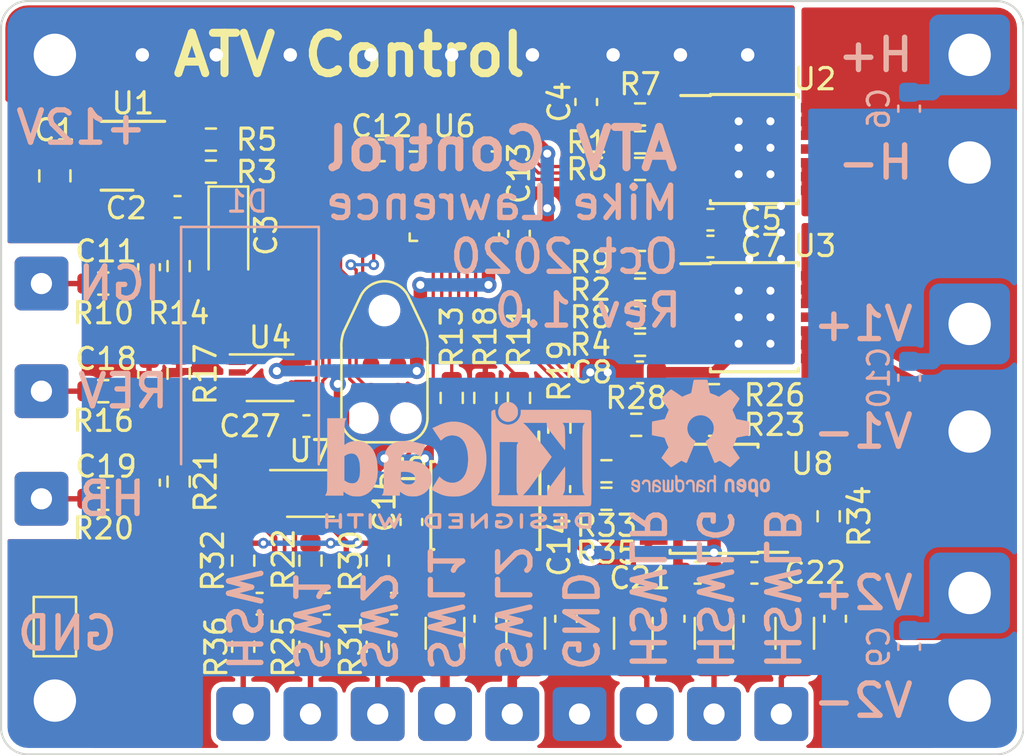
<source format=kicad_pcb>
(kicad_pcb (version 20171130) (host pcbnew "(5.1.7-0-10_14)")

  (general
    (thickness 1.6)
    (drawings 39)
    (tracks 390)
    (zones 0)
    (modules 97)
    (nets 95)
  )

  (page A4)
  (layers
    (0 F.Cu signal)
    (31 B.Cu signal)
    (32 B.Adhes user hide)
    (33 F.Adhes user hide)
    (34 B.Paste user hide)
    (35 F.Paste user hide)
    (36 B.SilkS user)
    (37 F.SilkS user)
    (38 B.Mask user)
    (39 F.Mask user)
    (40 Dwgs.User user)
    (41 Cmts.User user hide)
    (42 Eco1.User user hide)
    (43 Eco2.User user hide)
    (44 Edge.Cuts user)
    (45 Margin user hide)
    (46 B.CrtYd user hide)
    (47 F.CrtYd user hide)
    (48 B.Fab user hide)
    (49 F.Fab user hide)
  )

  (setup
    (last_trace_width 0.1524)
    (user_trace_width 0.1524)
    (user_trace_width 0.254)
    (user_trace_width 0.29972)
    (user_trace_width 0.381)
    (user_trace_width 0.44958)
    (user_trace_width 0.508)
    (user_trace_width 0.635)
    (user_trace_width 0.762)
    (user_trace_width 1.016)
    (trace_clearance 0.1524)
    (zone_clearance 0.254)
    (zone_45_only no)
    (trace_min 0.1524)
    (via_size 0.508)
    (via_drill 0.254)
    (via_min_size 0.508)
    (via_min_drill 0.254)
    (user_via 0.508 0.254)
    (user_via 0.762 0.381)
    (user_via 1.016 0.635)
    (uvia_size 0.508)
    (uvia_drill 0.254)
    (uvias_allowed no)
    (uvia_min_size 0.508)
    (uvia_min_drill 0.254)
    (edge_width 0.1)
    (segment_width 0.2)
    (pcb_text_width 0.3)
    (pcb_text_size 1.5 1.5)
    (mod_edge_width 0.15)
    (mod_text_size 1 1)
    (mod_text_width 0.15)
    (pad_size 0.9 0.95)
    (pad_drill 0)
    (pad_to_mask_clearance 0)
    (aux_axis_origin 0 0)
    (grid_origin 30.48 53.34)
    (visible_elements FFFDFF7F)
    (pcbplotparams
      (layerselection 0x00008_7ffffffe)
      (usegerberextensions false)
      (usegerberattributes true)
      (usegerberadvancedattributes true)
      (creategerberjobfile true)
      (excludeedgelayer true)
      (linewidth 0.100000)
      (plotframeref false)
      (viasonmask false)
      (mode 1)
      (useauxorigin false)
      (hpglpennumber 1)
      (hpglpenspeed 20)
      (hpglpendiameter 15.000000)
      (psnegative false)
      (psa4output false)
      (plotreference true)
      (plotvalue true)
      (plotinvisibletext false)
      (padsonsilk false)
      (subtractmaskfromsilk false)
      (outputformat 1)
      (mirror false)
      (drillshape 0)
      (scaleselection 1)
      (outputdirectory "meta/"))
  )

  (net 0 "")
  (net 1 "Net-(R1-Pad1)")
  (net 2 "Net-(R3-Pad1)")
  (net 3 "Net-(R2-Pad1)")
  (net 4 "Net-(R6-Pad2)")
  (net 5 GND)
  (net 6 /PDI_DATA)
  (net 7 /PDI_CLK)
  (net 8 +3.3V)
  (net 9 +12V)
  (net 10 /IGN)
  (net 11 /REV)
  (net 12 /HB)
  (net 13 /SW1)
  (net 14 /SW2)
  (net 15 /V1_EN)
  (net 16 /V2_EN)
  (net 17 /REV_IN)
  (net 18 /SW2_IN)
  (net 19 /HB_IN)
  (net 20 /SW1_IN)
  (net 21 /IGN_IN)
  (net 22 "Net-(C21-Pad2)")
  (net 23 "Net-(C23-Pad1)")
  (net 24 "Net-(C24-Pad1)")
  (net 25 "Net-(C28-Pad1)")
  (net 26 /SWL1)
  (net 27 /SWL2)
  (net 28 "Net-(R26-Pad1)")
  (net 29 "Net-(R33-Pad2)")
  (net 30 "Net-(U1-Pad7)")
  (net 31 "Net-(U1-Pad6)")
  (net 32 "Net-(U1-Pad3)")
  (net 33 "Net-(U2-Pad11)")
  (net 34 "Net-(U2-Pad7)")
  (net 35 "Net-(U2-Pad4)")
  (net 36 GNDPWR)
  (net 37 /HSWLB)
  (net 38 /HSWLG)
  (net 39 /HSWLR)
  (net 40 /HSW)
  (net 41 "Net-(C16-Pad1)")
  (net 42 /H+)
  (net 43 /V2+)
  (net 44 /V1+)
  (net 45 /HSW_IN)
  (net 46 /SWL2_EN)
  (net 47 /SWL1_EN)
  (net 48 /HSWLG_EN)
  (net 49 /HSWLB_EN)
  (net 50 /HSWLR_EN)
  (net 51 /H_EN)
  (net 52 "Net-(C4-Pad2)")
  (net 53 "Net-(C7-Pad2)")
  (net 54 "Net-(C11-Pad1)")
  (net 55 "Net-(C14-Pad2)")
  (net 56 "Net-(C17-Pad1)")
  (net 57 "Net-(C18-Pad1)")
  (net 58 "Net-(C19-Pad1)")
  (net 59 "Net-(C20-Pad1)")
  (net 60 "Net-(C25-Pad1)")
  (net 61 "Net-(C26-Pad1)")
  (net 62 "Net-(J11-Pad4)")
  (net 63 "Net-(J11-Pad3)")
  (net 64 "Net-(R4-Pad1)")
  (net 65 "Net-(R8-Pad2)")
  (net 66 "Net-(R11-Pad1)")
  (net 67 "Net-(R13-Pad1)")
  (net 68 "Net-(R18-Pad2)")
  (net 69 "Net-(R23-Pad1)")
  (net 70 "Net-(R28-Pad1)")
  (net 71 "Net-(R34-Pad2)")
  (net 72 "Net-(U2-Pad6)")
  (net 73 "Net-(U2-Pad5)")
  (net 74 "Net-(U3-Pad11)")
  (net 75 "Net-(U3-Pad7)")
  (net 76 "Net-(U3-Pad4)")
  (net 77 "Net-(U5-Pad11)")
  (net 78 "Net-(U5-Pad7)")
  (net 79 "Net-(U5-Pad4)")
  (net 80 "Net-(U6-Pad31)")
  (net 81 "Net-(U6-Pad30)")
  (net 82 "Net-(U6-Pad29)")
  (net 83 "Net-(U6-Pad28)")
  (net 84 "Net-(U6-Pad27)")
  (net 85 "Net-(U6-Pad26)")
  (net 86 "Net-(U6-Pad21)")
  (net 87 "Net-(U6-Pad20)")
  (net 88 "Net-(U6-Pad19)")
  (net 89 "Net-(U6-Pad16)")
  (net 90 "Net-(U8-Pad13)")
  (net 91 "Net-(U8-Pad12)")
  (net 92 "Net-(U8-Pad3)")
  (net 93 "Net-(U6-Pad9)")
  (net 94 "Net-(U6-Pad22)")

  (net_class Default "This is the default net class."
    (clearance 0.1524)
    (trace_width 0.1524)
    (via_dia 0.508)
    (via_drill 0.254)
    (uvia_dia 0.508)
    (uvia_drill 0.254)
    (add_net +12V)
    (add_net +3.3V)
    (add_net /H+)
    (add_net /HB)
    (add_net /HB_IN)
    (add_net /HSW)
    (add_net /HSWLB)
    (add_net /HSWLB_EN)
    (add_net /HSWLG)
    (add_net /HSWLG_EN)
    (add_net /HSWLR)
    (add_net /HSWLR_EN)
    (add_net /HSW_IN)
    (add_net /H_EN)
    (add_net /IGN)
    (add_net /IGN_IN)
    (add_net /PDI_CLK)
    (add_net /PDI_DATA)
    (add_net /REV)
    (add_net /REV_IN)
    (add_net /SW1)
    (add_net /SW1_IN)
    (add_net /SW2)
    (add_net /SW2_IN)
    (add_net /SWL1)
    (add_net /SWL1_EN)
    (add_net /SWL2)
    (add_net /SWL2_EN)
    (add_net /V1+)
    (add_net /V1_EN)
    (add_net /V2+)
    (add_net /V2_EN)
    (add_net GND)
    (add_net GNDPWR)
    (add_net "Net-(C11-Pad1)")
    (add_net "Net-(C14-Pad2)")
    (add_net "Net-(C16-Pad1)")
    (add_net "Net-(C17-Pad1)")
    (add_net "Net-(C18-Pad1)")
    (add_net "Net-(C19-Pad1)")
    (add_net "Net-(C20-Pad1)")
    (add_net "Net-(C21-Pad2)")
    (add_net "Net-(C23-Pad1)")
    (add_net "Net-(C24-Pad1)")
    (add_net "Net-(C25-Pad1)")
    (add_net "Net-(C26-Pad1)")
    (add_net "Net-(C28-Pad1)")
    (add_net "Net-(C4-Pad2)")
    (add_net "Net-(C7-Pad2)")
    (add_net "Net-(J11-Pad3)")
    (add_net "Net-(J11-Pad4)")
    (add_net "Net-(R1-Pad1)")
    (add_net "Net-(R11-Pad1)")
    (add_net "Net-(R13-Pad1)")
    (add_net "Net-(R18-Pad2)")
    (add_net "Net-(R2-Pad1)")
    (add_net "Net-(R23-Pad1)")
    (add_net "Net-(R26-Pad1)")
    (add_net "Net-(R28-Pad1)")
    (add_net "Net-(R3-Pad1)")
    (add_net "Net-(R33-Pad2)")
    (add_net "Net-(R34-Pad2)")
    (add_net "Net-(R4-Pad1)")
    (add_net "Net-(R6-Pad2)")
    (add_net "Net-(R8-Pad2)")
    (add_net "Net-(U1-Pad3)")
    (add_net "Net-(U1-Pad6)")
    (add_net "Net-(U1-Pad7)")
    (add_net "Net-(U2-Pad11)")
    (add_net "Net-(U2-Pad4)")
    (add_net "Net-(U2-Pad5)")
    (add_net "Net-(U2-Pad6)")
    (add_net "Net-(U2-Pad7)")
    (add_net "Net-(U3-Pad11)")
    (add_net "Net-(U3-Pad4)")
    (add_net "Net-(U3-Pad7)")
    (add_net "Net-(U5-Pad11)")
    (add_net "Net-(U5-Pad4)")
    (add_net "Net-(U5-Pad7)")
    (add_net "Net-(U6-Pad16)")
    (add_net "Net-(U6-Pad19)")
    (add_net "Net-(U6-Pad20)")
    (add_net "Net-(U6-Pad21)")
    (add_net "Net-(U6-Pad22)")
    (add_net "Net-(U6-Pad26)")
    (add_net "Net-(U6-Pad27)")
    (add_net "Net-(U6-Pad28)")
    (add_net "Net-(U6-Pad29)")
    (add_net "Net-(U6-Pad30)")
    (add_net "Net-(U6-Pad31)")
    (add_net "Net-(U6-Pad9)")
    (add_net "Net-(U8-Pad12)")
    (add_net "Net-(U8-Pad13)")
    (add_net "Net-(U8-Pad3)")
  )

  (net_class +3V3 ""
    (clearance 0.1524)
    (trace_width 0.1524)
    (via_dia 0.508)
    (via_drill 0.254)
    (uvia_dia 0.508)
    (uvia_drill 0.254)
  )

  (module Symbol:KiCad-Logo2_5mm_SilkScreen locked (layer B.Cu) (tedit 0) (tstamp 5F94E1DA)
    (at 52.07 39.6875 180)
    (descr "KiCad Logo")
    (tags "Logo KiCad")
    (attr virtual)
    (fp_text reference "#LOGO2" (at 0 5.08) (layer B.SilkS) hide
      (effects (font (size 1 1) (thickness 0.15)) (justify mirror))
    )
    (fp_text value KiCad-Logo2_5mm_SilkScreen (at 0 -5.08) (layer B.Fab) hide
      (effects (font (size 1 1) (thickness 0.15)) (justify mirror))
    )
    (fp_poly (pts (xy 6.228823 -2.274533) (xy 6.260202 -2.296776) (xy 6.287911 -2.324485) (xy 6.287911 -2.63392)
      (xy 6.287838 -2.725799) (xy 6.287495 -2.79784) (xy 6.286692 -2.85278) (xy 6.285241 -2.89336)
      (xy 6.282952 -2.922317) (xy 6.279636 -2.942391) (xy 6.275105 -2.956321) (xy 6.269169 -2.966845)
      (xy 6.264514 -2.9731) (xy 6.233783 -2.997673) (xy 6.198496 -3.000341) (xy 6.166245 -2.985271)
      (xy 6.155588 -2.976374) (xy 6.148464 -2.964557) (xy 6.144167 -2.945526) (xy 6.141991 -2.914992)
      (xy 6.141228 -2.868662) (xy 6.141155 -2.832871) (xy 6.141155 -2.698045) (xy 5.644444 -2.698045)
      (xy 5.644444 -2.8207) (xy 5.643931 -2.876787) (xy 5.641876 -2.915333) (xy 5.637508 -2.941361)
      (xy 5.630056 -2.959897) (xy 5.621047 -2.9731) (xy 5.590144 -2.997604) (xy 5.555196 -3.000506)
      (xy 5.521738 -2.983089) (xy 5.512604 -2.973959) (xy 5.506152 -2.961855) (xy 5.501897 -2.943001)
      (xy 5.499352 -2.91362) (xy 5.498029 -2.869937) (xy 5.497443 -2.808175) (xy 5.497375 -2.794)
      (xy 5.496891 -2.677631) (xy 5.496641 -2.581727) (xy 5.496723 -2.504177) (xy 5.497231 -2.442869)
      (xy 5.498262 -2.39569) (xy 5.499913 -2.36053) (xy 5.502279 -2.335276) (xy 5.505457 -2.317817)
      (xy 5.509544 -2.306041) (xy 5.514634 -2.297835) (xy 5.520266 -2.291645) (xy 5.552128 -2.271844)
      (xy 5.585357 -2.274533) (xy 5.616735 -2.296776) (xy 5.629433 -2.311126) (xy 5.637526 -2.326978)
      (xy 5.642042 -2.349554) (xy 5.644006 -2.384078) (xy 5.644444 -2.435776) (xy 5.644444 -2.551289)
      (xy 6.141155 -2.551289) (xy 6.141155 -2.432756) (xy 6.141662 -2.378148) (xy 6.143698 -2.341275)
      (xy 6.148035 -2.317307) (xy 6.155447 -2.301415) (xy 6.163733 -2.291645) (xy 6.195594 -2.271844)
      (xy 6.228823 -2.274533)) (layer B.SilkS) (width 0.01))
    (fp_poly (pts (xy 4.963065 -2.269163) (xy 5.041772 -2.269542) (xy 5.102863 -2.270333) (xy 5.148817 -2.27167)
      (xy 5.182114 -2.273683) (xy 5.205236 -2.276506) (xy 5.220662 -2.280269) (xy 5.230871 -2.285105)
      (xy 5.235813 -2.288822) (xy 5.261457 -2.321358) (xy 5.264559 -2.355138) (xy 5.248711 -2.385826)
      (xy 5.238348 -2.398089) (xy 5.227196 -2.40645) (xy 5.211035 -2.411657) (xy 5.185642 -2.414457)
      (xy 5.146798 -2.415596) (xy 5.09028 -2.415821) (xy 5.07918 -2.415822) (xy 4.933244 -2.415822)
      (xy 4.933244 -2.686756) (xy 4.933148 -2.772154) (xy 4.932711 -2.837864) (xy 4.931712 -2.886774)
      (xy 4.929928 -2.921773) (xy 4.927137 -2.945749) (xy 4.923117 -2.961593) (xy 4.917645 -2.972191)
      (xy 4.910666 -2.980267) (xy 4.877734 -3.000112) (xy 4.843354 -2.998548) (xy 4.812176 -2.975906)
      (xy 4.809886 -2.9731) (xy 4.802429 -2.962492) (xy 4.796747 -2.950081) (xy 4.792601 -2.93285)
      (xy 4.78975 -2.907784) (xy 4.787954 -2.871867) (xy 4.786972 -2.822083) (xy 4.786564 -2.755417)
      (xy 4.786489 -2.679589) (xy 4.786489 -2.415822) (xy 4.647127 -2.415822) (xy 4.587322 -2.415418)
      (xy 4.545918 -2.41384) (xy 4.518748 -2.410547) (xy 4.501646 -2.404992) (xy 4.490443 -2.396631)
      (xy 4.489083 -2.395178) (xy 4.472725 -2.361939) (xy 4.474172 -2.324362) (xy 4.492978 -2.291645)
      (xy 4.50025 -2.285298) (xy 4.509627 -2.280266) (xy 4.523609 -2.276396) (xy 4.544696 -2.273537)
      (xy 4.575389 -2.271535) (xy 4.618189 -2.270239) (xy 4.675595 -2.269498) (xy 4.75011 -2.269158)
      (xy 4.844233 -2.269068) (xy 4.86426 -2.269067) (xy 4.963065 -2.269163)) (layer B.SilkS) (width 0.01))
    (fp_poly (pts (xy 4.188614 -2.275877) (xy 4.212327 -2.290647) (xy 4.238978 -2.312227) (xy 4.238978 -2.633773)
      (xy 4.238893 -2.72783) (xy 4.238529 -2.801932) (xy 4.237724 -2.858704) (xy 4.236313 -2.900768)
      (xy 4.234133 -2.930748) (xy 4.231021 -2.951267) (xy 4.226814 -2.964949) (xy 4.221348 -2.974416)
      (xy 4.217472 -2.979082) (xy 4.186034 -2.999575) (xy 4.150233 -2.998739) (xy 4.118873 -2.981264)
      (xy 4.092222 -2.959684) (xy 4.092222 -2.312227) (xy 4.118873 -2.290647) (xy 4.144594 -2.274949)
      (xy 4.1656 -2.269067) (xy 4.188614 -2.275877)) (layer B.SilkS) (width 0.01))
    (fp_poly (pts (xy 3.744665 -2.271034) (xy 3.764255 -2.278035) (xy 3.76501 -2.278377) (xy 3.791613 -2.298678)
      (xy 3.80627 -2.319561) (xy 3.809138 -2.329352) (xy 3.808996 -2.342361) (xy 3.804961 -2.360895)
      (xy 3.796146 -2.387257) (xy 3.781669 -2.423752) (xy 3.760645 -2.472687) (xy 3.732188 -2.536365)
      (xy 3.695415 -2.617093) (xy 3.675175 -2.661216) (xy 3.638625 -2.739985) (xy 3.604315 -2.812423)
      (xy 3.573552 -2.87588) (xy 3.547648 -2.927708) (xy 3.52791 -2.965259) (xy 3.51565 -2.985884)
      (xy 3.513224 -2.988733) (xy 3.482183 -3.001302) (xy 3.447121 -2.999619) (xy 3.419 -2.984332)
      (xy 3.417854 -2.983089) (xy 3.406668 -2.966154) (xy 3.387904 -2.93317) (xy 3.363875 -2.88838)
      (xy 3.336897 -2.836032) (xy 3.327201 -2.816742) (xy 3.254014 -2.67015) (xy 3.17424 -2.829393)
      (xy 3.145767 -2.884415) (xy 3.11935 -2.932132) (xy 3.097148 -2.968893) (xy 3.081319 -2.991044)
      (xy 3.075954 -2.995741) (xy 3.034257 -3.002102) (xy 2.999849 -2.988733) (xy 2.989728 -2.974446)
      (xy 2.972214 -2.942692) (xy 2.948735 -2.896597) (xy 2.92072 -2.839285) (xy 2.889599 -2.77388)
      (xy 2.856799 -2.703507) (xy 2.82375 -2.631291) (xy 2.791881 -2.560355) (xy 2.762619 -2.493825)
      (xy 2.737395 -2.434826) (xy 2.717636 -2.386481) (xy 2.704772 -2.351915) (xy 2.700231 -2.334253)
      (xy 2.700277 -2.333613) (xy 2.711326 -2.311388) (xy 2.73341 -2.288753) (xy 2.73471 -2.287768)
      (xy 2.761853 -2.272425) (xy 2.786958 -2.272574) (xy 2.796368 -2.275466) (xy 2.807834 -2.281718)
      (xy 2.82001 -2.294014) (xy 2.834357 -2.314908) (xy 2.852336 -2.346949) (xy 2.875407 -2.392688)
      (xy 2.90503 -2.454677) (xy 2.931745 -2.511898) (xy 2.96248 -2.578226) (xy 2.990021 -2.637874)
      (xy 3.012938 -2.687725) (xy 3.029798 -2.724664) (xy 3.039173 -2.745573) (xy 3.04054 -2.748845)
      (xy 3.046689 -2.743497) (xy 3.060822 -2.721109) (xy 3.081057 -2.684946) (xy 3.105515 -2.638277)
      (xy 3.115248 -2.619022) (xy 3.148217 -2.554004) (xy 3.173643 -2.506654) (xy 3.193612 -2.474219)
      (xy 3.21021 -2.453946) (xy 3.225524 -2.443082) (xy 3.24164 -2.438875) (xy 3.252143 -2.4384)
      (xy 3.27067 -2.440042) (xy 3.286904 -2.446831) (xy 3.303035 -2.461566) (xy 3.321251 -2.487044)
      (xy 3.343739 -2.526061) (xy 3.372689 -2.581414) (xy 3.388662 -2.612903) (xy 3.41457 -2.663087)
      (xy 3.437167 -2.704704) (xy 3.454458 -2.734242) (xy 3.46445 -2.748189) (xy 3.465809 -2.74877)
      (xy 3.472261 -2.737793) (xy 3.486708 -2.70929) (xy 3.507703 -2.666244) (xy 3.533797 -2.611638)
      (xy 3.563546 -2.548454) (xy 3.57818 -2.517071) (xy 3.61625 -2.436078) (xy 3.646905 -2.373756)
      (xy 3.671737 -2.328071) (xy 3.692337 -2.296989) (xy 3.710298 -2.278478) (xy 3.72721 -2.270504)
      (xy 3.744665 -2.271034)) (layer B.SilkS) (width 0.01))
    (fp_poly (pts (xy 1.018309 -2.269275) (xy 1.147288 -2.273636) (xy 1.256991 -2.286861) (xy 1.349226 -2.309741)
      (xy 1.425802 -2.34307) (xy 1.488527 -2.387638) (xy 1.539212 -2.444236) (xy 1.579663 -2.513658)
      (xy 1.580459 -2.515351) (xy 1.604601 -2.577483) (xy 1.613203 -2.632509) (xy 1.606231 -2.687887)
      (xy 1.583654 -2.751073) (xy 1.579372 -2.760689) (xy 1.550172 -2.816966) (xy 1.517356 -2.860451)
      (xy 1.475002 -2.897417) (xy 1.41719 -2.934135) (xy 1.413831 -2.936052) (xy 1.363504 -2.960227)
      (xy 1.306621 -2.978282) (xy 1.239527 -2.990839) (xy 1.158565 -2.998522) (xy 1.060082 -3.001953)
      (xy 1.025286 -3.002251) (xy 0.859594 -3.002845) (xy 0.836197 -2.9731) (xy 0.829257 -2.963319)
      (xy 0.823842 -2.951897) (xy 0.819765 -2.936095) (xy 0.816837 -2.913175) (xy 0.814867 -2.880396)
      (xy 0.814225 -2.856089) (xy 0.970844 -2.856089) (xy 1.064726 -2.856089) (xy 1.119664 -2.854483)
      (xy 1.17606 -2.850255) (xy 1.222345 -2.844292) (xy 1.225139 -2.84379) (xy 1.307348 -2.821736)
      (xy 1.371114 -2.7886) (xy 1.418452 -2.742847) (xy 1.451382 -2.682939) (xy 1.457108 -2.667061)
      (xy 1.462721 -2.642333) (xy 1.460291 -2.617902) (xy 1.448467 -2.5854) (xy 1.44134 -2.569434)
      (xy 1.418 -2.527006) (xy 1.38988 -2.49724) (xy 1.35894 -2.476511) (xy 1.296966 -2.449537)
      (xy 1.217651 -2.429998) (xy 1.125253 -2.418746) (xy 1.058333 -2.41627) (xy 0.970844 -2.415822)
      (xy 0.970844 -2.856089) (xy 0.814225 -2.856089) (xy 0.813668 -2.835021) (xy 0.81305 -2.774311)
      (xy 0.812825 -2.695526) (xy 0.8128 -2.63392) (xy 0.8128 -2.324485) (xy 0.840509 -2.296776)
      (xy 0.852806 -2.285544) (xy 0.866103 -2.277853) (xy 0.884672 -2.27304) (xy 0.912786 -2.270446)
      (xy 0.954717 -2.26941) (xy 1.014737 -2.26927) (xy 1.018309 -2.269275)) (layer B.SilkS) (width 0.01))
    (fp_poly (pts (xy 0.230343 -2.26926) (xy 0.306701 -2.270174) (xy 0.365217 -2.272311) (xy 0.408255 -2.276175)
      (xy 0.438183 -2.282267) (xy 0.457368 -2.29109) (xy 0.468176 -2.303146) (xy 0.472973 -2.318939)
      (xy 0.474127 -2.33897) (xy 0.474133 -2.341335) (xy 0.473131 -2.363992) (xy 0.468396 -2.381503)
      (xy 0.457333 -2.394574) (xy 0.437348 -2.403913) (xy 0.405846 -2.410227) (xy 0.360232 -2.414222)
      (xy 0.297913 -2.416606) (xy 0.216293 -2.418086) (xy 0.191277 -2.418414) (xy -0.0508 -2.421467)
      (xy -0.054186 -2.486378) (xy -0.057571 -2.551289) (xy 0.110576 -2.551289) (xy 0.176266 -2.551531)
      (xy 0.223172 -2.552556) (xy 0.255083 -2.554811) (xy 0.275791 -2.558742) (xy 0.289084 -2.564798)
      (xy 0.298755 -2.573424) (xy 0.298817 -2.573493) (xy 0.316356 -2.607112) (xy 0.315722 -2.643448)
      (xy 0.297314 -2.674423) (xy 0.293671 -2.677607) (xy 0.280741 -2.685812) (xy 0.263024 -2.691521)
      (xy 0.23657 -2.695162) (xy 0.197432 -2.697167) (xy 0.141662 -2.697964) (xy 0.105994 -2.698045)
      (xy -0.056445 -2.698045) (xy -0.056445 -2.856089) (xy 0.190161 -2.856089) (xy 0.27158 -2.856231)
      (xy 0.33341 -2.856814) (xy 0.378637 -2.858068) (xy 0.410248 -2.860227) (xy 0.431231 -2.863523)
      (xy 0.444573 -2.868189) (xy 0.453261 -2.874457) (xy 0.45545 -2.876733) (xy 0.471614 -2.90828)
      (xy 0.472797 -2.944168) (xy 0.459536 -2.975285) (xy 0.449043 -2.985271) (xy 0.438129 -2.990769)
      (xy 0.421217 -2.995022) (xy 0.395633 -2.99818) (xy 0.358701 -3.000392) (xy 0.307746 -3.001806)
      (xy 0.240094 -3.002572) (xy 0.153069 -3.002838) (xy 0.133394 -3.002845) (xy 0.044911 -3.002787)
      (xy -0.023773 -3.002467) (xy -0.075436 -3.001667) (xy -0.112855 -3.000167) (xy -0.13881 -2.997749)
      (xy -0.156078 -2.994194) (xy -0.167438 -2.989282) (xy -0.175668 -2.982795) (xy -0.180183 -2.978138)
      (xy -0.186979 -2.969889) (xy -0.192288 -2.959669) (xy -0.196294 -2.9448) (xy -0.199179 -2.922602)
      (xy -0.201126 -2.890393) (xy -0.202319 -2.845496) (xy -0.202939 -2.785228) (xy -0.203171 -2.706911)
      (xy -0.2032 -2.640994) (xy -0.203129 -2.548628) (xy -0.202792 -2.476117) (xy -0.202002 -2.420737)
      (xy -0.200574 -2.379765) (xy -0.198321 -2.350478) (xy -0.195057 -2.330153) (xy -0.190596 -2.316066)
      (xy -0.184752 -2.305495) (xy -0.179803 -2.298811) (xy -0.156406 -2.269067) (xy 0.133774 -2.269067)
      (xy 0.230343 -2.26926)) (layer B.SilkS) (width 0.01))
    (fp_poly (pts (xy -1.300114 -2.273448) (xy -1.276548 -2.287273) (xy -1.245735 -2.309881) (xy -1.206078 -2.342338)
      (xy -1.15598 -2.385708) (xy -1.093843 -2.441058) (xy -1.018072 -2.509451) (xy -0.931334 -2.588084)
      (xy -0.750711 -2.751878) (xy -0.745067 -2.532029) (xy -0.743029 -2.456351) (xy -0.741063 -2.399994)
      (xy -0.738734 -2.359706) (xy -0.735606 -2.332235) (xy -0.731245 -2.314329) (xy -0.725216 -2.302737)
      (xy -0.717084 -2.294208) (xy -0.712772 -2.290623) (xy -0.678241 -2.27167) (xy -0.645383 -2.274441)
      (xy -0.619318 -2.290633) (xy -0.592667 -2.312199) (xy -0.589352 -2.627151) (xy -0.588435 -2.719779)
      (xy -0.587968 -2.792544) (xy -0.588113 -2.848161) (xy -0.589032 -2.889342) (xy -0.590887 -2.918803)
      (xy -0.593839 -2.939255) (xy -0.59805 -2.953413) (xy -0.603682 -2.963991) (xy -0.609927 -2.972474)
      (xy -0.623439 -2.988207) (xy -0.636883 -2.998636) (xy -0.652124 -3.002639) (xy -0.671026 -2.999094)
      (xy -0.695455 -2.986879) (xy -0.727273 -2.964871) (xy -0.768348 -2.931949) (xy -0.820542 -2.886991)
      (xy -0.885722 -2.828875) (xy -0.959556 -2.762099) (xy -1.224845 -2.521458) (xy -1.230489 -2.740589)
      (xy -1.232531 -2.816128) (xy -1.234502 -2.872354) (xy -1.236839 -2.912524) (xy -1.239981 -2.939896)
      (xy -1.244364 -2.957728) (xy -1.250424 -2.969279) (xy -1.2586 -2.977807) (xy -1.262784 -2.981282)
      (xy -1.299765 -3.000372) (xy -1.334708 -2.997493) (xy -1.365136 -2.9731) (xy -1.372097 -2.963286)
      (xy -1.377523 -2.951826) (xy -1.381603 -2.935968) (xy -1.384529 -2.912963) (xy -1.386492 -2.880062)
      (xy -1.387683 -2.834516) (xy -1.388292 -2.773573) (xy -1.388511 -2.694486) (xy -1.388534 -2.635956)
      (xy -1.38846 -2.544407) (xy -1.388113 -2.472687) (xy -1.387301 -2.418045) (xy -1.385833 -2.377732)
      (xy -1.383519 -2.348998) (xy -1.380167 -2.329093) (xy -1.375588 -2.315268) (xy -1.369589 -2.304772)
      (xy -1.365136 -2.298811) (xy -1.35385 -2.284691) (xy -1.343301 -2.274029) (xy -1.331893 -2.267892)
      (xy -1.31803 -2.267343) (xy -1.300114 -2.273448)) (layer B.SilkS) (width 0.01))
    (fp_poly (pts (xy -1.950081 -2.274599) (xy -1.881565 -2.286095) (xy -1.828943 -2.303967) (xy -1.794708 -2.327499)
      (xy -1.785379 -2.340924) (xy -1.775893 -2.372148) (xy -1.782277 -2.400395) (xy -1.80243 -2.427182)
      (xy -1.833745 -2.439713) (xy -1.879183 -2.438696) (xy -1.914326 -2.431906) (xy -1.992419 -2.418971)
      (xy -2.072226 -2.417742) (xy -2.161555 -2.428241) (xy -2.186229 -2.43269) (xy -2.269291 -2.456108)
      (xy -2.334273 -2.490945) (xy -2.380461 -2.536604) (xy -2.407145 -2.592494) (xy -2.412663 -2.621388)
      (xy -2.409051 -2.680012) (xy -2.385729 -2.731879) (xy -2.344824 -2.775978) (xy -2.288459 -2.811299)
      (xy -2.21876 -2.836829) (xy -2.137852 -2.851559) (xy -2.04786 -2.854478) (xy -1.95091 -2.844575)
      (xy -1.945436 -2.843641) (xy -1.906875 -2.836459) (xy -1.885494 -2.829521) (xy -1.876227 -2.819227)
      (xy -1.874006 -2.801976) (xy -1.873956 -2.792841) (xy -1.873956 -2.754489) (xy -1.942431 -2.754489)
      (xy -2.0029 -2.750347) (xy -2.044165 -2.737147) (xy -2.068175 -2.71373) (xy -2.076877 -2.678936)
      (xy -2.076983 -2.674394) (xy -2.071892 -2.644654) (xy -2.054433 -2.623419) (xy -2.021939 -2.609366)
      (xy -1.971743 -2.601173) (xy -1.923123 -2.598161) (xy -1.852456 -2.596433) (xy -1.801198 -2.59907)
      (xy -1.766239 -2.6088) (xy -1.74447 -2.628353) (xy -1.73278 -2.660456) (xy -1.72806 -2.707838)
      (xy -1.7272 -2.770071) (xy -1.728609 -2.839535) (xy -1.732848 -2.886786) (xy -1.739936 -2.912012)
      (xy -1.741311 -2.913988) (xy -1.780228 -2.945508) (xy -1.837286 -2.97047) (xy -1.908869 -2.98834)
      (xy -1.991358 -2.998586) (xy -2.081139 -3.000673) (xy -2.174592 -2.994068) (xy -2.229556 -2.985956)
      (xy -2.315766 -2.961554) (xy -2.395892 -2.921662) (xy -2.462977 -2.869887) (xy -2.473173 -2.859539)
      (xy -2.506302 -2.816035) (xy -2.536194 -2.762118) (xy -2.559357 -2.705592) (xy -2.572298 -2.654259)
      (xy -2.573858 -2.634544) (xy -2.567218 -2.593419) (xy -2.549568 -2.542252) (xy -2.524297 -2.488394)
      (xy -2.494789 -2.439195) (xy -2.468719 -2.406334) (xy -2.407765 -2.357452) (xy -2.328969 -2.318545)
      (xy -2.235157 -2.290494) (xy -2.12915 -2.274179) (xy -2.032 -2.270192) (xy -1.950081 -2.274599)) (layer B.SilkS) (width 0.01))
    (fp_poly (pts (xy -2.923822 -2.291645) (xy -2.917242 -2.299218) (xy -2.912079 -2.308987) (xy -2.908164 -2.323571)
      (xy -2.905324 -2.345585) (xy -2.903387 -2.377648) (xy -2.902183 -2.422375) (xy -2.901539 -2.482385)
      (xy -2.901284 -2.560294) (xy -2.901245 -2.635956) (xy -2.901314 -2.729802) (xy -2.901638 -2.803689)
      (xy -2.902386 -2.860232) (xy -2.903732 -2.902049) (xy -2.905846 -2.931757) (xy -2.9089 -2.951973)
      (xy -2.913066 -2.965314) (xy -2.918516 -2.974398) (xy -2.923822 -2.980267) (xy -2.956826 -2.999947)
      (xy -2.991991 -2.998181) (xy -3.023455 -2.976717) (xy -3.030684 -2.968337) (xy -3.036334 -2.958614)
      (xy -3.040599 -2.944861) (xy -3.043673 -2.924389) (xy -3.045752 -2.894512) (xy -3.04703 -2.852541)
      (xy -3.047701 -2.795789) (xy -3.047959 -2.721567) (xy -3.048 -2.637537) (xy -3.048 -2.324485)
      (xy -3.020291 -2.296776) (xy -2.986137 -2.273463) (xy -2.953006 -2.272623) (xy -2.923822 -2.291645)) (layer B.SilkS) (width 0.01))
    (fp_poly (pts (xy -3.691703 -2.270351) (xy -3.616888 -2.275581) (xy -3.547306 -2.28375) (xy -3.487002 -2.29455)
      (xy -3.44002 -2.307673) (xy -3.410406 -2.322813) (xy -3.40586 -2.327269) (xy -3.390054 -2.36185)
      (xy -3.394847 -2.397351) (xy -3.419364 -2.427725) (xy -3.420534 -2.428596) (xy -3.434954 -2.437954)
      (xy -3.450008 -2.442876) (xy -3.471005 -2.443473) (xy -3.503257 -2.439861) (xy -3.552073 -2.432154)
      (xy -3.556 -2.431505) (xy -3.628739 -2.422569) (xy -3.707217 -2.418161) (xy -3.785927 -2.418119)
      (xy -3.859361 -2.422279) (xy -3.922011 -2.430479) (xy -3.96837 -2.442557) (xy -3.971416 -2.443771)
      (xy -4.005048 -2.462615) (xy -4.016864 -2.481685) (xy -4.007614 -2.500439) (xy -3.978047 -2.518337)
      (xy -3.928911 -2.534837) (xy -3.860957 -2.549396) (xy -3.815645 -2.556406) (xy -3.721456 -2.569889)
      (xy -3.646544 -2.582214) (xy -3.587717 -2.594449) (xy -3.541785 -2.607661) (xy -3.505555 -2.622917)
      (xy -3.475838 -2.641285) (xy -3.449442 -2.663831) (xy -3.42823 -2.685971) (xy -3.403065 -2.716819)
      (xy -3.390681 -2.743345) (xy -3.386808 -2.776026) (xy -3.386667 -2.787995) (xy -3.389576 -2.827712)
      (xy -3.401202 -2.857259) (xy -3.421323 -2.883486) (xy -3.462216 -2.923576) (xy -3.507817 -2.954149)
      (xy -3.561513 -2.976203) (xy -3.626692 -2.990735) (xy -3.706744 -2.998741) (xy -3.805057 -3.001218)
      (xy -3.821289 -3.001177) (xy -3.886849 -2.999818) (xy -3.951866 -2.99673) (xy -4.009252 -2.992356)
      (xy -4.051922 -2.98714) (xy -4.055372 -2.986541) (xy -4.097796 -2.976491) (xy -4.13378 -2.963796)
      (xy -4.15415 -2.95219) (xy -4.173107 -2.921572) (xy -4.174427 -2.885918) (xy -4.158085 -2.854144)
      (xy -4.154429 -2.850551) (xy -4.139315 -2.839876) (xy -4.120415 -2.835276) (xy -4.091162 -2.836059)
      (xy -4.055651 -2.840127) (xy -4.01597 -2.843762) (xy -3.960345 -2.846828) (xy -3.895406 -2.849053)
      (xy -3.827785 -2.850164) (xy -3.81 -2.850237) (xy -3.742128 -2.849964) (xy -3.692454 -2.848646)
      (xy -3.65661 -2.845827) (xy -3.630224 -2.84105) (xy -3.608926 -2.833857) (xy -3.596126 -2.827867)
      (xy -3.568 -2.811233) (xy -3.550068 -2.796168) (xy -3.547447 -2.791897) (xy -3.552976 -2.774263)
      (xy -3.57926 -2.757192) (xy -3.624478 -2.741458) (xy -3.686808 -2.727838) (xy -3.705171 -2.724804)
      (xy -3.80109 -2.709738) (xy -3.877641 -2.697146) (xy -3.93778 -2.686111) (xy -3.98446 -2.67572)
      (xy -4.020637 -2.665056) (xy -4.049265 -2.653205) (xy -4.073298 -2.639251) (xy -4.095692 -2.622281)
      (xy -4.119402 -2.601378) (xy -4.12738 -2.594049) (xy -4.155353 -2.566699) (xy -4.17016 -2.545029)
      (xy -4.175952 -2.520232) (xy -4.176889 -2.488983) (xy -4.166575 -2.427705) (xy -4.135752 -2.37564)
      (xy -4.084595 -2.332958) (xy -4.013283 -2.299825) (xy -3.9624 -2.284964) (xy -3.9071 -2.275366)
      (xy -3.840853 -2.269936) (xy -3.767706 -2.268367) (xy -3.691703 -2.270351)) (layer B.SilkS) (width 0.01))
    (fp_poly (pts (xy -4.712794 -2.269146) (xy -4.643386 -2.269518) (xy -4.590997 -2.270385) (xy -4.552847 -2.271946)
      (xy -4.526159 -2.274403) (xy -4.508153 -2.277957) (xy -4.496049 -2.28281) (xy -4.487069 -2.289161)
      (xy -4.483818 -2.292084) (xy -4.464043 -2.323142) (xy -4.460482 -2.358828) (xy -4.473491 -2.39051)
      (xy -4.479506 -2.396913) (xy -4.489235 -2.403121) (xy -4.504901 -2.40791) (xy -4.529408 -2.411514)
      (xy -4.565661 -2.414164) (xy -4.616565 -2.416095) (xy -4.685026 -2.417539) (xy -4.747617 -2.418418)
      (xy -4.995334 -2.421467) (xy -4.998719 -2.486378) (xy -5.002105 -2.551289) (xy -4.833958 -2.551289)
      (xy -4.760959 -2.551919) (xy -4.707517 -2.554553) (xy -4.670628 -2.560309) (xy -4.647288 -2.570304)
      (xy -4.634494 -2.585656) (xy -4.629242 -2.607482) (xy -4.628445 -2.627738) (xy -4.630923 -2.652592)
      (xy -4.640277 -2.670906) (xy -4.659383 -2.683637) (xy -4.691118 -2.691741) (xy -4.738359 -2.696176)
      (xy -4.803983 -2.697899) (xy -4.839801 -2.698045) (xy -5.000978 -2.698045) (xy -5.000978 -2.856089)
      (xy -4.752622 -2.856089) (xy -4.671213 -2.856202) (xy -4.609342 -2.856712) (xy -4.563968 -2.85787)
      (xy -4.532054 -2.85993) (xy -4.510559 -2.863146) (xy -4.496443 -2.867772) (xy -4.486668 -2.874059)
      (xy -4.481689 -2.878667) (xy -4.46461 -2.90556) (xy -4.459111 -2.929467) (xy -4.466963 -2.958667)
      (xy -4.481689 -2.980267) (xy -4.489546 -2.987066) (xy -4.499688 -2.992346) (xy -4.514844 -2.996298)
      (xy -4.537741 -2.999113) (xy -4.571109 -3.000982) (xy -4.617675 -3.002098) (xy -4.680167 -3.002651)
      (xy -4.761314 -3.002833) (xy -4.803422 -3.002845) (xy -4.893598 -3.002765) (xy -4.963924 -3.002398)
      (xy -5.017129 -3.001552) (xy -5.05594 -3.000036) (xy -5.083087 -2.997659) (xy -5.101298 -2.994229)
      (xy -5.1133 -2.989554) (xy -5.121822 -2.983444) (xy -5.125156 -2.980267) (xy -5.131755 -2.97267)
      (xy -5.136927 -2.96287) (xy -5.140846 -2.948239) (xy -5.143684 -2.926152) (xy -5.145615 -2.893982)
      (xy -5.146812 -2.849103) (xy -5.147448 -2.788889) (xy -5.147697 -2.710713) (xy -5.147734 -2.637923)
      (xy -5.1477 -2.544707) (xy -5.147465 -2.471431) (xy -5.14683 -2.415458) (xy -5.145594 -2.374151)
      (xy -5.143556 -2.344872) (xy -5.140517 -2.324984) (xy -5.136277 -2.31185) (xy -5.130635 -2.302832)
      (xy -5.123391 -2.295293) (xy -5.121606 -2.293612) (xy -5.112945 -2.286172) (xy -5.102882 -2.280409)
      (xy -5.088625 -2.276112) (xy -5.067383 -2.273064) (xy -5.036364 -2.271051) (xy -4.992777 -2.26986)
      (xy -4.933831 -2.269275) (xy -4.856734 -2.269083) (xy -4.802001 -2.269067) (xy -4.712794 -2.269146)) (layer B.SilkS) (width 0.01))
    (fp_poly (pts (xy -6.121371 -2.269066) (xy -6.081889 -2.269467) (xy -5.9662 -2.272259) (xy -5.869311 -2.28055)
      (xy -5.787919 -2.295232) (xy -5.718723 -2.317193) (xy -5.65842 -2.347322) (xy -5.603708 -2.38651)
      (xy -5.584167 -2.403532) (xy -5.55175 -2.443363) (xy -5.52252 -2.497413) (xy -5.499991 -2.557323)
      (xy -5.487679 -2.614739) (xy -5.4864 -2.635956) (xy -5.494417 -2.694769) (xy -5.515899 -2.759013)
      (xy -5.546999 -2.819821) (xy -5.583866 -2.86833) (xy -5.589854 -2.874182) (xy -5.640579 -2.915321)
      (xy -5.696125 -2.947435) (xy -5.759696 -2.971365) (xy -5.834494 -2.987953) (xy -5.923722 -2.998041)
      (xy -6.030582 -3.002469) (xy -6.079528 -3.002845) (xy -6.141762 -3.002545) (xy -6.185528 -3.001292)
      (xy -6.214931 -2.998554) (xy -6.234079 -2.993801) (xy -6.247077 -2.986501) (xy -6.254045 -2.980267)
      (xy -6.260626 -2.972694) (xy -6.265788 -2.962924) (xy -6.269703 -2.94834) (xy -6.272543 -2.926326)
      (xy -6.27448 -2.894264) (xy -6.275684 -2.849536) (xy -6.276328 -2.789526) (xy -6.276583 -2.711617)
      (xy -6.276622 -2.635956) (xy -6.27687 -2.535041) (xy -6.276817 -2.454427) (xy -6.275857 -2.415822)
      (xy -6.129867 -2.415822) (xy -6.129867 -2.856089) (xy -6.036734 -2.856004) (xy -5.980693 -2.854396)
      (xy -5.921999 -2.850256) (xy -5.873028 -2.844464) (xy -5.871538 -2.844226) (xy -5.792392 -2.82509)
      (xy -5.731002 -2.795287) (xy -5.684305 -2.752878) (xy -5.654635 -2.706961) (xy -5.636353 -2.656026)
      (xy -5.637771 -2.6082) (xy -5.658988 -2.556933) (xy -5.700489 -2.503899) (xy -5.757998 -2.4646)
      (xy -5.83275 -2.438331) (xy -5.882708 -2.429035) (xy -5.939416 -2.422507) (xy -5.999519 -2.417782)
      (xy -6.050639 -2.415817) (xy -6.053667 -2.415808) (xy -6.129867 -2.415822) (xy -6.275857 -2.415822)
      (xy -6.27526 -2.391851) (xy -6.270998 -2.345055) (xy -6.26283 -2.311778) (xy -6.249556 -2.289759)
      (xy -6.229974 -2.276739) (xy -6.202883 -2.270457) (xy -6.167082 -2.268653) (xy -6.121371 -2.269066)) (layer B.SilkS) (width 0.01))
    (fp_poly (pts (xy -2.273043 2.973429) (xy -2.176768 2.949191) (xy -2.090184 2.906359) (xy -2.015373 2.846581)
      (xy -1.954418 2.771506) (xy -1.909399 2.68278) (xy -1.883136 2.58647) (xy -1.877286 2.489205)
      (xy -1.89214 2.395346) (xy -1.92584 2.307489) (xy -1.976528 2.22823) (xy -2.042345 2.160164)
      (xy -2.121434 2.105888) (xy -2.211934 2.067998) (xy -2.2632 2.055574) (xy -2.307698 2.048053)
      (xy -2.341999 2.045081) (xy -2.37496 2.046906) (xy -2.415434 2.053775) (xy -2.448531 2.06075)
      (xy -2.541947 2.092259) (xy -2.625619 2.143383) (xy -2.697665 2.212571) (xy -2.7562 2.298272)
      (xy -2.770148 2.325511) (xy -2.786586 2.361878) (xy -2.796894 2.392418) (xy -2.80246 2.42455)
      (xy -2.804669 2.465693) (xy -2.804948 2.511778) (xy -2.800861 2.596135) (xy -2.787446 2.665414)
      (xy -2.762256 2.726039) (xy -2.722846 2.784433) (xy -2.684298 2.828698) (xy -2.612406 2.894516)
      (xy -2.537313 2.939947) (xy -2.454562 2.96715) (xy -2.376928 2.977424) (xy -2.273043 2.973429)) (layer B.SilkS) (width 0.01))
    (fp_poly (pts (xy 6.186507 0.527755) (xy 6.186526 0.293338) (xy 6.186552 0.080397) (xy 6.186625 -0.112168)
      (xy 6.186782 -0.285459) (xy 6.187064 -0.440576) (xy 6.187509 -0.57862) (xy 6.188156 -0.700692)
      (xy 6.189045 -0.807894) (xy 6.190213 -0.901326) (xy 6.191701 -0.98209) (xy 6.193546 -1.051286)
      (xy 6.195789 -1.110015) (xy 6.198469 -1.159379) (xy 6.201623 -1.200478) (xy 6.205292 -1.234413)
      (xy 6.209513 -1.262286) (xy 6.214327 -1.285198) (xy 6.219773 -1.304249) (xy 6.225888 -1.32054)
      (xy 6.232712 -1.335173) (xy 6.240285 -1.349249) (xy 6.248645 -1.363868) (xy 6.253839 -1.372974)
      (xy 6.288104 -1.433689) (xy 5.429955 -1.433689) (xy 5.429955 -1.337733) (xy 5.429224 -1.29437)
      (xy 5.427272 -1.261205) (xy 5.424463 -1.243424) (xy 5.423221 -1.241778) (xy 5.411799 -1.248662)
      (xy 5.389084 -1.266505) (xy 5.366385 -1.285879) (xy 5.3118 -1.326614) (xy 5.242321 -1.367617)
      (xy 5.16527 -1.405123) (xy 5.087965 -1.435364) (xy 5.057113 -1.445012) (xy 4.988616 -1.459578)
      (xy 4.905764 -1.469539) (xy 4.816371 -1.474583) (xy 4.728248 -1.474396) (xy 4.649207 -1.468666)
      (xy 4.611511 -1.462858) (xy 4.473414 -1.424797) (xy 4.346113 -1.367073) (xy 4.230292 -1.290211)
      (xy 4.126637 -1.194739) (xy 4.035833 -1.081179) (xy 3.969031 -0.970381) (xy 3.914164 -0.853625)
      (xy 3.872163 -0.734276) (xy 3.842167 -0.608283) (xy 3.823311 -0.471594) (xy 3.814732 -0.320158)
      (xy 3.814006 -0.242711) (xy 3.8161 -0.185934) (xy 4.645217 -0.185934) (xy 4.645424 -0.279002)
      (xy 4.648337 -0.366692) (xy 4.654 -0.443772) (xy 4.662455 -0.505009) (xy 4.665038 -0.51735)
      (xy 4.69684 -0.624633) (xy 4.738498 -0.711658) (xy 4.790363 -0.778642) (xy 4.852781 -0.825805)
      (xy 4.9261 -0.853365) (xy 5.010669 -0.861541) (xy 5.106835 -0.850551) (xy 5.170311 -0.834829)
      (xy 5.219454 -0.816639) (xy 5.273583 -0.790791) (xy 5.314244 -0.767089) (xy 5.3848 -0.720721)
      (xy 5.3848 0.42947) (xy 5.317392 0.473038) (xy 5.238867 0.51396) (xy 5.154681 0.540611)
      (xy 5.069557 0.552535) (xy 4.988216 0.549278) (xy 4.91538 0.530385) (xy 4.883426 0.514816)
      (xy 4.825501 0.471819) (xy 4.776544 0.415047) (xy 4.73539 0.342425) (xy 4.700874 0.251879)
      (xy 4.671833 0.141334) (xy 4.670552 0.135467) (xy 4.660381 0.073212) (xy 4.652739 -0.004594)
      (xy 4.64767 -0.09272) (xy 4.645217 -0.185934) (xy 3.8161 -0.185934) (xy 3.821857 -0.029895)
      (xy 3.843802 0.165941) (xy 3.879786 0.344668) (xy 3.929759 0.506155) (xy 3.993668 0.650274)
      (xy 4.071462 0.776894) (xy 4.163089 0.885885) (xy 4.268497 0.977117) (xy 4.313662 1.008068)
      (xy 4.414611 1.064215) (xy 4.517901 1.103826) (xy 4.627989 1.127986) (xy 4.74933 1.137781)
      (xy 4.841836 1.136735) (xy 4.97149 1.125769) (xy 5.084084 1.103954) (xy 5.182875 1.070286)
      (xy 5.271121 1.023764) (xy 5.319986 0.989552) (xy 5.349353 0.967638) (xy 5.371043 0.952667)
      (xy 5.379253 0.948267) (xy 5.380868 0.959096) (xy 5.382159 0.989749) (xy 5.383138 1.037474)
      (xy 5.383817 1.099521) (xy 5.38421 1.173138) (xy 5.38433 1.255573) (xy 5.384188 1.344075)
      (xy 5.383797 1.435893) (xy 5.383171 1.528276) (xy 5.38232 1.618472) (xy 5.38126 1.703729)
      (xy 5.380001 1.781297) (xy 5.378556 1.848424) (xy 5.376938 1.902359) (xy 5.375161 1.94035)
      (xy 5.374669 1.947333) (xy 5.367092 2.017749) (xy 5.355531 2.072898) (xy 5.337792 2.120019)
      (xy 5.311682 2.166353) (xy 5.305415 2.175933) (xy 5.280983 2.212622) (xy 6.186311 2.212622)
      (xy 6.186507 0.527755)) (layer B.SilkS) (width 0.01))
    (fp_poly (pts (xy 2.673574 1.133448) (xy 2.825492 1.113433) (xy 2.960756 1.079798) (xy 3.080239 1.032275)
      (xy 3.184815 0.970595) (xy 3.262424 0.907035) (xy 3.331265 0.832901) (xy 3.385006 0.753129)
      (xy 3.42791 0.660909) (xy 3.443384 0.617839) (xy 3.456244 0.578858) (xy 3.467446 0.542711)
      (xy 3.47712 0.507566) (xy 3.485396 0.47159) (xy 3.492403 0.43295) (xy 3.498272 0.389815)
      (xy 3.503131 0.340351) (xy 3.50711 0.282727) (xy 3.51034 0.215109) (xy 3.512949 0.135666)
      (xy 3.515067 0.042564) (xy 3.516824 -0.066027) (xy 3.518349 -0.191942) (xy 3.519772 -0.337012)
      (xy 3.521025 -0.479778) (xy 3.522351 -0.635968) (xy 3.523556 -0.771239) (xy 3.524766 -0.887246)
      (xy 3.526106 -0.985645) (xy 3.5277 -1.068093) (xy 3.529675 -1.136246) (xy 3.532156 -1.19176)
      (xy 3.535269 -1.236292) (xy 3.539138 -1.271498) (xy 3.543889 -1.299034) (xy 3.549648 -1.320556)
      (xy 3.556539 -1.337722) (xy 3.564689 -1.352186) (xy 3.574223 -1.365606) (xy 3.585266 -1.379638)
      (xy 3.589566 -1.385071) (xy 3.605386 -1.40791) (xy 3.612422 -1.423463) (xy 3.612444 -1.423922)
      (xy 3.601567 -1.426121) (xy 3.570582 -1.428147) (xy 3.521957 -1.429942) (xy 3.458163 -1.431451)
      (xy 3.381669 -1.432616) (xy 3.294944 -1.43338) (xy 3.200457 -1.433686) (xy 3.18955 -1.433689)
      (xy 2.766657 -1.433689) (xy 2.763395 -1.337622) (xy 2.760133 -1.241556) (xy 2.698044 -1.292543)
      (xy 2.600714 -1.360057) (xy 2.490813 -1.414749) (xy 2.404349 -1.444978) (xy 2.335278 -1.459666)
      (xy 2.251925 -1.469659) (xy 2.162159 -1.474646) (xy 2.073845 -1.474313) (xy 1.994851 -1.468351)
      (xy 1.958622 -1.462638) (xy 1.818603 -1.424776) (xy 1.692178 -1.369932) (xy 1.58026 -1.298924)
      (xy 1.483762 -1.212568) (xy 1.4036 -1.111679) (xy 1.340687 -0.997076) (xy 1.296312 -0.870984)
      (xy 1.283978 -0.814401) (xy 1.276368 -0.752202) (xy 1.272739 -0.677363) (xy 1.272245 -0.643467)
      (xy 1.27231 -0.640282) (xy 2.032248 -0.640282) (xy 2.041541 -0.715333) (xy 2.069728 -0.77916)
      (xy 2.118197 -0.834798) (xy 2.123254 -0.839211) (xy 2.171548 -0.874037) (xy 2.223257 -0.89662)
      (xy 2.283989 -0.90854) (xy 2.359352 -0.911383) (xy 2.377459 -0.910978) (xy 2.431278 -0.908325)
      (xy 2.471308 -0.902909) (xy 2.506324 -0.892745) (xy 2.545103 -0.87585) (xy 2.555745 -0.870672)
      (xy 2.616396 -0.834844) (xy 2.663215 -0.792212) (xy 2.675952 -0.776973) (xy 2.720622 -0.720462)
      (xy 2.720622 -0.524586) (xy 2.720086 -0.445939) (xy 2.718396 -0.387988) (xy 2.715428 -0.348875)
      (xy 2.711057 -0.326741) (xy 2.706972 -0.320274) (xy 2.691047 -0.317111) (xy 2.657264 -0.314488)
      (xy 2.61034 -0.312655) (xy 2.554993 -0.311857) (xy 2.546106 -0.311842) (xy 2.42533 -0.317096)
      (xy 2.32266 -0.333263) (xy 2.236106 -0.360961) (xy 2.163681 -0.400808) (xy 2.108751 -0.447758)
      (xy 2.064204 -0.505645) (xy 2.03948 -0.568693) (xy 2.032248 -0.640282) (xy 1.27231 -0.640282)
      (xy 1.274178 -0.549712) (xy 1.282522 -0.470812) (xy 1.298768 -0.39959) (xy 1.324405 -0.328864)
      (xy 1.348401 -0.276493) (xy 1.40702 -0.181196) (xy 1.485117 -0.09317) (xy 1.580315 -0.014017)
      (xy 1.690238 0.05466) (xy 1.81251 0.111259) (xy 1.944755 0.154179) (xy 2.009422 0.169118)
      (xy 2.145604 0.191223) (xy 2.294049 0.205806) (xy 2.445505 0.212187) (xy 2.572064 0.210555)
      (xy 2.73395 0.203776) (xy 2.72653 0.262755) (xy 2.707238 0.361908) (xy 2.676104 0.442628)
      (xy 2.632269 0.505534) (xy 2.574871 0.551244) (xy 2.503048 0.580378) (xy 2.415941 0.593553)
      (xy 2.312686 0.591389) (xy 2.274711 0.587388) (xy 2.13352 0.56222) (xy 1.996707 0.521186)
      (xy 1.902178 0.483185) (xy 1.857018 0.46381) (xy 1.818585 0.44824) (xy 1.792234 0.438595)
      (xy 1.784546 0.436548) (xy 1.774802 0.445626) (xy 1.758083 0.474595) (xy 1.734232 0.523783)
      (xy 1.703093 0.593516) (xy 1.664507 0.684121) (xy 1.65791 0.699911) (xy 1.627853 0.772228)
      (xy 1.600874 0.837575) (xy 1.578136 0.893094) (xy 1.560806 0.935928) (xy 1.550048 0.963219)
      (xy 1.546941 0.972058) (xy 1.55694 0.976813) (xy 1.583217 0.98209) (xy 1.611489 0.985769)
      (xy 1.641646 0.990526) (xy 1.689433 0.999972) (xy 1.750612 1.01318) (xy 1.820946 1.029224)
      (xy 1.896194 1.04718) (xy 1.924755 1.054203) (xy 2.029816 1.079791) (xy 2.11748 1.099853)
      (xy 2.192068 1.115031) (xy 2.257903 1.125965) (xy 2.319307 1.133296) (xy 2.380602 1.137665)
      (xy 2.44611 1.139713) (xy 2.504128 1.140111) (xy 2.673574 1.133448)) (layer B.SilkS) (width 0.01))
    (fp_poly (pts (xy 0.328429 2.050929) (xy 0.48857 2.029755) (xy 0.65251 1.989615) (xy 0.822313 1.930111)
      (xy 1.000043 1.850846) (xy 1.01131 1.845301) (xy 1.069005 1.817275) (xy 1.120552 1.793198)
      (xy 1.162191 1.774751) (xy 1.190162 1.763614) (xy 1.199733 1.761067) (xy 1.21895 1.756059)
      (xy 1.223561 1.751853) (xy 1.218458 1.74142) (xy 1.202418 1.715132) (xy 1.177288 1.675743)
      (xy 1.144914 1.626009) (xy 1.107143 1.568685) (xy 1.065822 1.506524) (xy 1.022798 1.442282)
      (xy 0.979917 1.378715) (xy 0.939026 1.318575) (xy 0.901971 1.26462) (xy 0.8706 1.219603)
      (xy 0.846759 1.186279) (xy 0.832294 1.167403) (xy 0.830309 1.165213) (xy 0.820191 1.169862)
      (xy 0.79785 1.187038) (xy 0.76728 1.21356) (xy 0.751536 1.228036) (xy 0.655047 1.303318)
      (xy 0.548336 1.358759) (xy 0.432832 1.393859) (xy 0.309962 1.40812) (xy 0.240561 1.406949)
      (xy 0.119423 1.389788) (xy 0.010205 1.353906) (xy -0.087418 1.299041) (xy -0.173772 1.22493)
      (xy -0.249185 1.131312) (xy -0.313982 1.017924) (xy -0.351399 0.931333) (xy -0.395252 0.795634)
      (xy -0.427572 0.64815) (xy -0.448443 0.492686) (xy -0.457949 0.333044) (xy -0.456173 0.173027)
      (xy -0.443197 0.016439) (xy -0.419106 -0.132918) (xy -0.383982 -0.27124) (xy -0.337908 -0.394724)
      (xy -0.321627 -0.428978) (xy -0.25338 -0.543064) (xy -0.172921 -0.639557) (xy -0.08143 -0.71767)
      (xy 0.019911 -0.776617) (xy 0.12992 -0.815612) (xy 0.247415 -0.833868) (xy 0.288883 -0.835211)
      (xy 0.410441 -0.82429) (xy 0.530878 -0.791474) (xy 0.648666 -0.737439) (xy 0.762277 -0.662865)
      (xy 0.853685 -0.584539) (xy 0.900215 -0.540008) (xy 1.081483 -0.837271) (xy 1.12658 -0.911433)
      (xy 1.167819 -0.979646) (xy 1.203735 -1.039459) (xy 1.232866 -1.08842) (xy 1.25375 -1.124079)
      (xy 1.264924 -1.143984) (xy 1.266375 -1.147079) (xy 1.258146 -1.156718) (xy 1.232567 -1.173999)
      (xy 1.192873 -1.197283) (xy 1.142297 -1.224934) (xy 1.084074 -1.255315) (xy 1.021437 -1.28679)
      (xy 0.957621 -1.317722) (xy 0.89586 -1.346473) (xy 0.839388 -1.371408) (xy 0.791438 -1.390889)
      (xy 0.767986 -1.399318) (xy 0.634221 -1.437133) (xy 0.496327 -1.462136) (xy 0.348622 -1.47514)
      (xy 0.221833 -1.477468) (xy 0.153878 -1.476373) (xy 0.088277 -1.474275) (xy 0.030847 -1.471434)
      (xy -0.012597 -1.468106) (xy -0.026702 -1.466422) (xy -0.165716 -1.437587) (xy -0.307243 -1.392468)
      (xy -0.444725 -1.33375) (xy -0.571606 -1.26412) (xy -0.649111 -1.211441) (xy -0.776519 -1.103239)
      (xy -0.894822 -0.976671) (xy -1.001828 -0.834866) (xy -1.095348 -0.680951) (xy -1.17319 -0.518053)
      (xy -1.217044 -0.400756) (xy -1.267292 -0.217128) (xy -1.300791 -0.022581) (xy -1.317551 0.178675)
      (xy -1.317584 0.382432) (xy -1.300899 0.584479) (xy -1.267507 0.780608) (xy -1.21742 0.966609)
      (xy -1.213603 0.978197) (xy -1.150719 1.14025) (xy -1.073972 1.288168) (xy -0.980758 1.426135)
      (xy -0.868473 1.558339) (xy -0.824608 1.603601) (xy -0.688466 1.727543) (xy -0.548509 1.830085)
      (xy -0.402589 1.912344) (xy -0.248558 1.975436) (xy -0.084268 2.020477) (xy 0.011289 2.037967)
      (xy 0.170023 2.053534) (xy 0.328429 2.050929)) (layer B.SilkS) (width 0.01))
    (fp_poly (pts (xy -2.9464 2.510946) (xy -2.935535 2.397007) (xy -2.903918 2.289384) (xy -2.853015 2.190385)
      (xy -2.784293 2.102316) (xy -2.699219 2.027484) (xy -2.602232 1.969616) (xy -2.495964 1.929995)
      (xy -2.38895 1.911427) (xy -2.2833 1.912566) (xy -2.181125 1.93207) (xy -2.084534 1.968594)
      (xy -1.995638 2.020795) (xy -1.916546 2.087327) (xy -1.849369 2.166848) (xy -1.796217 2.258013)
      (xy -1.759199 2.359477) (xy -1.740427 2.469898) (xy -1.738489 2.519794) (xy -1.738489 2.607733)
      (xy -1.68656 2.607733) (xy -1.650253 2.604889) (xy -1.623355 2.593089) (xy -1.596249 2.569351)
      (xy -1.557867 2.530969) (xy -1.557867 0.339398) (xy -1.557876 0.077261) (xy -1.557908 -0.163241)
      (xy -1.557972 -0.383048) (xy -1.558076 -0.583101) (xy -1.558227 -0.764344) (xy -1.558434 -0.927716)
      (xy -1.558706 -1.07416) (xy -1.55905 -1.204617) (xy -1.559474 -1.320029) (xy -1.559987 -1.421338)
      (xy -1.560597 -1.509484) (xy -1.561312 -1.58541) (xy -1.56214 -1.650057) (xy -1.563089 -1.704367)
      (xy -1.564167 -1.74928) (xy -1.565383 -1.78574) (xy -1.566745 -1.814687) (xy -1.568261 -1.837063)
      (xy -1.569938 -1.853809) (xy -1.571786 -1.865868) (xy -1.573813 -1.87418) (xy -1.576025 -1.879687)
      (xy -1.577108 -1.881537) (xy -1.581271 -1.888549) (xy -1.584805 -1.894996) (xy -1.588635 -1.9009)
      (xy -1.593682 -1.906286) (xy -1.600871 -1.911178) (xy -1.611123 -1.915598) (xy -1.625364 -1.919572)
      (xy -1.644514 -1.923121) (xy -1.669499 -1.92627) (xy -1.70124 -1.929042) (xy -1.740662 -1.931461)
      (xy -1.788686 -1.933551) (xy -1.846237 -1.935335) (xy -1.914237 -1.936837) (xy -1.99361 -1.93808)
      (xy -2.085279 -1.939089) (xy -2.190166 -1.939885) (xy -2.309196 -1.940494) (xy -2.44329 -1.940939)
      (xy -2.593373 -1.941243) (xy -2.760367 -1.94143) (xy -2.945196 -1.941524) (xy -3.148783 -1.941548)
      (xy -3.37205 -1.941525) (xy -3.615922 -1.94148) (xy -3.881321 -1.941437) (xy -3.919704 -1.941432)
      (xy -4.186682 -1.941389) (xy -4.432002 -1.941318) (xy -4.656583 -1.941213) (xy -4.861345 -1.941066)
      (xy -5.047206 -1.940869) (xy -5.215088 -1.940616) (xy -5.365908 -1.9403) (xy -5.500587 -1.939913)
      (xy -5.620044 -1.939447) (xy -5.725199 -1.938897) (xy -5.816971 -1.938253) (xy -5.896279 -1.937511)
      (xy -5.964043 -1.936661) (xy -6.021182 -1.935697) (xy -6.068617 -1.934611) (xy -6.107266 -1.933397)
      (xy -6.138049 -1.932047) (xy -6.161885 -1.930555) (xy -6.179694 -1.928911) (xy -6.192395 -1.927111)
      (xy -6.200908 -1.925145) (xy -6.205266 -1.923477) (xy -6.213728 -1.919906) (xy -6.221497 -1.91727)
      (xy -6.228602 -1.914634) (xy -6.235073 -1.911062) (xy -6.240939 -1.905621) (xy -6.246229 -1.897375)
      (xy -6.250974 -1.88539) (xy -6.255202 -1.868731) (xy -6.258943 -1.846463) (xy -6.262227 -1.817652)
      (xy -6.265083 -1.781363) (xy -6.26754 -1.736661) (xy -6.269629 -1.682611) (xy -6.271378 -1.618279)
      (xy -6.272817 -1.54273) (xy -6.273976 -1.45503) (xy -6.274883 -1.354243) (xy -6.275569 -1.239434)
      (xy -6.276063 -1.10967) (xy -6.276395 -0.964015) (xy -6.276593 -0.801535) (xy -6.276687 -0.621295)
      (xy -6.276708 -0.42236) (xy -6.276685 -0.203796) (xy -6.276646 0.035332) (xy -6.276622 0.29596)
      (xy -6.276622 0.338111) (xy -6.276636 0.601008) (xy -6.276661 0.842268) (xy -6.276671 1.062835)
      (xy -6.276642 1.263648) (xy -6.276548 1.445651) (xy -6.276362 1.609784) (xy -6.276059 1.756989)
      (xy -6.275614 1.888208) (xy -6.275034 1.998133) (xy -5.972197 1.998133) (xy -5.932407 1.940289)
      (xy -5.921236 1.924521) (xy -5.911166 1.910559) (xy -5.902138 1.897216) (xy -5.894097 1.883307)
      (xy -5.886986 1.867644) (xy -5.880747 1.849042) (xy -5.875325 1.826314) (xy -5.870662 1.798273)
      (xy -5.866701 1.763733) (xy -5.863385 1.721508) (xy -5.860659 1.670411) (xy -5.858464 1.609256)
      (xy -5.856745 1.536856) (xy -5.855444 1.452025) (xy -5.854505 1.353578) (xy -5.85387 1.240326)
      (xy -5.853484 1.111084) (xy -5.853288 0.964666) (xy -5.853227 0.799884) (xy -5.853243 0.615553)
      (xy -5.85328 0.410487) (xy -5.853289 0.287867) (xy -5.853265 0.070918) (xy -5.853231 -0.124642)
      (xy -5.853243 -0.299999) (xy -5.853358 -0.456341) (xy -5.85363 -0.594857) (xy -5.854118 -0.716734)
      (xy -5.854876 -0.82316) (xy -5.855962 -0.915322) (xy -5.857431 -0.994409) (xy -5.85934 -1.061608)
      (xy -5.861744 -1.118107) (xy -5.864701 -1.165093) (xy -5.868266 -1.203755) (xy -5.872495 -1.23528)
      (xy -5.877446 -1.260855) (xy -5.883173 -1.28167) (xy -5.889733 -1.298911) (xy -5.897183 -1.313765)
      (xy -5.905579 -1.327422) (xy -5.914976 -1.341069) (xy -5.925432 -1.355893) (xy -5.931523 -1.364783)
      (xy -5.970296 -1.4224) (xy -5.438732 -1.4224) (xy -5.315483 -1.422365) (xy -5.212987 -1.422215)
      (xy -5.12942 -1.421878) (xy -5.062956 -1.421286) (xy -5.011771 -1.420367) (xy -4.974041 -1.419051)
      (xy -4.94794 -1.417269) (xy -4.931644 -1.414951) (xy -4.923328 -1.412026) (xy -4.921168 -1.408424)
      (xy -4.923339 -1.404075) (xy -4.924535 -1.402645) (xy -4.949685 -1.365573) (xy -4.975583 -1.312772)
      (xy -4.999192 -1.25077) (xy -5.007461 -1.224357) (xy -5.012078 -1.206416) (xy -5.015979 -1.185355)
      (xy -5.019248 -1.159089) (xy -5.021966 -1.125532) (xy -5.024215 -1.082599) (xy -5.026077 -1.028204)
      (xy -5.027636 -0.960262) (xy -5.028972 -0.876688) (xy -5.030169 -0.775395) (xy -5.031308 -0.6543)
      (xy -5.031685 -0.6096) (xy -5.032702 -0.484449) (xy -5.03346 -0.380082) (xy -5.033903 -0.294707)
      (xy -5.03397 -0.226533) (xy -5.033605 -0.173765) (xy -5.032748 -0.134614) (xy -5.031341 -0.107285)
      (xy -5.029325 -0.089986) (xy -5.026643 -0.080926) (xy -5.023236 -0.078312) (xy -5.019044 -0.080351)
      (xy -5.014571 -0.084667) (xy -5.004216 -0.097602) (xy -4.982158 -0.126676) (xy -4.949957 -0.169759)
      (xy -4.909174 -0.224718) (xy -4.86137 -0.289423) (xy -4.808105 -0.361742) (xy -4.75094 -0.439544)
      (xy -4.691437 -0.520698) (xy -4.631155 -0.603072) (xy -4.571655 -0.684536) (xy -4.514498 -0.762957)
      (xy -4.461245 -0.836204) (xy -4.413457 -0.902147) (xy -4.372693 -0.958654) (xy -4.340516 -1.003593)
      (xy -4.318485 -1.034834) (xy -4.313917 -1.041466) (xy -4.290996 -1.078369) (xy -4.264188 -1.126359)
      (xy -4.238789 -1.175897) (xy -4.235568 -1.182577) (xy -4.21389 -1.230772) (xy -4.201304 -1.268334)
      (xy -4.195574 -1.30416) (xy -4.194456 -1.3462) (xy -4.19509 -1.4224) (xy -3.040651 -1.4224)
      (xy -3.131815 -1.328669) (xy -3.178612 -1.278775) (xy -3.228899 -1.222295) (xy -3.274944 -1.168026)
      (xy -3.295369 -1.142673) (xy -3.325807 -1.103128) (xy -3.365862 -1.049916) (xy -3.414361 -0.984667)
      (xy -3.470135 -0.909011) (xy -3.532011 -0.824577) (xy -3.598819 -0.732994) (xy -3.669387 -0.635892)
      (xy -3.742545 -0.534901) (xy -3.817121 -0.43165) (xy -3.891944 -0.327768) (xy -3.965843 -0.224885)
      (xy -4.037646 -0.124631) (xy -4.106184 -0.028636) (xy -4.170284 0.061473) (xy -4.228775 0.144064)
      (xy -4.280486 0.217508) (xy -4.324247 0.280176) (xy -4.358885 0.330439) (xy -4.38323 0.366666)
      (xy -4.396111 0.387229) (xy -4.397869 0.391332) (xy -4.38991 0.402658) (xy -4.369115 0.429838)
      (xy -4.336847 0.471171) (xy -4.29447 0.524956) (xy -4.243347 0.589494) (xy -4.184841 0.663082)
      (xy -4.120314 0.744022) (xy -4.051131 0.830612) (xy -3.978653 0.921152) (xy -3.904246 1.01394)
      (xy -3.844517 1.088298) (xy -2.833511 1.088298) (xy -2.827602 1.075341) (xy -2.813272 1.053092)
      (xy -2.812225 1.051609) (xy -2.793438 1.021456) (xy -2.773791 0.984625) (xy -2.769892 0.976489)
      (xy -2.766356 0.96806) (xy -2.76323 0.957941) (xy -2.760486 0.94474) (xy -2.758092 0.927062)
      (xy -2.756019 0.903516) (xy -2.754235 0.872707) (xy -2.752712 0.833243) (xy -2.751419 0.783731)
      (xy -2.750326 0.722777) (xy -2.749403 0.648989) (xy -2.748619 0.560972) (xy -2.747945 0.457335)
      (xy -2.74735 0.336684) (xy -2.746805 0.197626) (xy -2.746279 0.038768) (xy -2.745745 -0.140089)
      (xy -2.745206 -0.325207) (xy -2.744772 -0.489145) (xy -2.744509 -0.633303) (xy -2.744484 -0.759079)
      (xy -2.744765 -0.867871) (xy -2.745419 -0.961077) (xy -2.746514 -1.040097) (xy -2.748118 -1.106328)
      (xy -2.750297 -1.16117) (xy -2.753119 -1.206021) (xy -2.756651 -1.242278) (xy -2.760961 -1.271341)
      (xy -2.766117 -1.294609) (xy -2.772185 -1.313479) (xy -2.779233 -1.329351) (xy -2.787329 -1.343622)
      (xy -2.79654 -1.357691) (xy -2.80504 -1.370158) (xy -2.822176 -1.396452) (xy -2.832322 -1.414037)
      (xy -2.833511 -1.417257) (xy -2.822604 -1.418334) (xy -2.791411 -1.419335) (xy -2.742223 -1.420235)
      (xy -2.677333 -1.42101) (xy -2.59903 -1.421637) (xy -2.509607 -1.422091) (xy -2.411356 -1.422349)
      (xy -2.342445 -1.4224) (xy -2.237452 -1.42218) (xy -2.14061 -1.421548) (xy -2.054107 -1.420549)
      (xy -1.980132 -1.419227) (xy -1.920874 -1.417626) (xy -1.87852 -1.415791) (xy -1.85526 -1.413765)
      (xy -1.851378 -1.412493) (xy -1.859076 -1.397591) (xy -1.867074 -1.38956) (xy -1.880246 -1.372434)
      (xy -1.897485 -1.342183) (xy -1.909407 -1.317622) (xy -1.936045 -1.258711) (xy -1.93912 -0.081845)
      (xy -1.942195 1.095022) (xy -2.387853 1.095022) (xy -2.48567 1.094858) (xy -2.576064 1.094389)
      (xy -2.65663 1.093653) (xy -2.724962 1.092684) (xy -2.778656 1.09152) (xy -2.815305 1.090197)
      (xy -2.832504 1.088751) (xy -2.833511 1.088298) (xy -3.844517 1.088298) (xy -3.82927 1.107278)
      (xy -3.75509 1.199463) (xy -3.683069 1.288796) (xy -3.614569 1.373576) (xy -3.550955 1.452102)
      (xy -3.493588 1.522674) (xy -3.443833 1.583591) (xy -3.403052 1.633153) (xy -3.385888 1.653822)
      (xy -3.299596 1.754484) (xy -3.222997 1.837741) (xy -3.154183 1.905562) (xy -3.091248 1.959911)
      (xy -3.081867 1.967278) (xy -3.042356 1.997883) (xy -4.174116 1.998133) (xy -4.168827 1.950156)
      (xy -4.17213 1.892812) (xy -4.193661 1.824537) (xy -4.233635 1.744788) (xy -4.278943 1.672505)
      (xy -4.295161 1.64986) (xy -4.323214 1.612304) (xy -4.36143 1.561979) (xy -4.408137 1.501027)
      (xy -4.461661 1.431589) (xy -4.520331 1.355806) (xy -4.582475 1.27582) (xy -4.646421 1.193772)
      (xy -4.710495 1.111804) (xy -4.773027 1.032057) (xy -4.832343 0.956673) (xy -4.886771 0.887793)
      (xy -4.934639 0.827558) (xy -4.974275 0.778111) (xy -5.004006 0.741592) (xy -5.022161 0.720142)
      (xy -5.02522 0.716844) (xy -5.028079 0.724851) (xy -5.030293 0.755145) (xy -5.031857 0.807444)
      (xy -5.032767 0.881469) (xy -5.03302 0.976937) (xy -5.032613 1.093566) (xy -5.031704 1.213555)
      (xy -5.030382 1.345667) (xy -5.028857 1.457406) (xy -5.026881 1.550975) (xy -5.024206 1.628581)
      (xy -5.020582 1.692426) (xy -5.015761 1.744717) (xy -5.009494 1.787656) (xy -5.001532 1.823449)
      (xy -4.991627 1.8543) (xy -4.979531 1.882414) (xy -4.964993 1.909995) (xy -4.950311 1.935034)
      (xy -4.912314 1.998133) (xy -5.972197 1.998133) (xy -6.275034 1.998133) (xy -6.275001 2.004383)
      (xy -6.274195 2.106456) (xy -6.27317 2.195367) (xy -6.2719 2.272059) (xy -6.27036 2.337473)
      (xy -6.268524 2.392551) (xy -6.266367 2.438235) (xy -6.263863 2.475466) (xy -6.260987 2.505187)
      (xy -6.257713 2.528338) (xy -6.254015 2.545861) (xy -6.249869 2.558699) (xy -6.245247 2.567792)
      (xy -6.240126 2.574082) (xy -6.234478 2.578512) (xy -6.228279 2.582022) (xy -6.221504 2.585555)
      (xy -6.215508 2.589124) (xy -6.210275 2.5917) (xy -6.202099 2.594028) (xy -6.189886 2.596122)
      (xy -6.172541 2.597993) (xy -6.148969 2.599653) (xy -6.118077 2.601116) (xy -6.078768 2.602392)
      (xy -6.02995 2.603496) (xy -5.970527 2.604439) (xy -5.899404 2.605233) (xy -5.815488 2.605891)
      (xy -5.717683 2.606425) (xy -5.604894 2.606847) (xy -5.476029 2.607171) (xy -5.329991 2.607408)
      (xy -5.165686 2.60757) (xy -4.98202 2.60767) (xy -4.777897 2.60772) (xy -4.566753 2.607733)
      (xy -2.9464 2.607733) (xy -2.9464 2.510946)) (layer B.SilkS) (width 0.01))
  )

  (module Symbol:OSHW-Logo2_7.3x6mm_SilkScreen locked (layer B.Cu) (tedit 0) (tstamp 5F94DAB2)
    (at 63.5 38.4175 180)
    (descr "Open Source Hardware Symbol")
    (tags "Logo Symbol OSHW")
    (attr virtual)
    (fp_text reference "#LOGO1" (at 0 0) (layer B.SilkS) hide
      (effects (font (size 1 1) (thickness 0.15)) (justify mirror))
    )
    (fp_text value OSHW-Logo2_7.3x6mm_SilkScreen (at 0.75 0) (layer B.Fab) hide
      (effects (font (size 1 1) (thickness 0.15)) (justify mirror))
    )
    (fp_poly (pts (xy 0.10391 2.757652) (xy 0.182454 2.757222) (xy 0.239298 2.756058) (xy 0.278105 2.753793)
      (xy 0.302538 2.75006) (xy 0.316262 2.744494) (xy 0.32294 2.736727) (xy 0.326236 2.726395)
      (xy 0.326556 2.725057) (xy 0.331562 2.700921) (xy 0.340829 2.653299) (xy 0.353392 2.587259)
      (xy 0.368287 2.507872) (xy 0.384551 2.420204) (xy 0.385119 2.417125) (xy 0.40141 2.331211)
      (xy 0.416652 2.255304) (xy 0.429861 2.193955) (xy 0.440054 2.151718) (xy 0.446248 2.133145)
      (xy 0.446543 2.132816) (xy 0.464788 2.123747) (xy 0.502405 2.108633) (xy 0.551271 2.090738)
      (xy 0.551543 2.090642) (xy 0.613093 2.067507) (xy 0.685657 2.038035) (xy 0.754057 2.008403)
      (xy 0.757294 2.006938) (xy 0.868702 1.956374) (xy 1.115399 2.12484) (xy 1.191077 2.176197)
      (xy 1.259631 2.222111) (xy 1.317088 2.25997) (xy 1.359476 2.287163) (xy 1.382825 2.301079)
      (xy 1.385042 2.302111) (xy 1.40201 2.297516) (xy 1.433701 2.275345) (xy 1.481352 2.234553)
      (xy 1.546198 2.174095) (xy 1.612397 2.109773) (xy 1.676214 2.046388) (xy 1.733329 1.988549)
      (xy 1.780305 1.939825) (xy 1.813703 1.90379) (xy 1.830085 1.884016) (xy 1.830694 1.882998)
      (xy 1.832505 1.869428) (xy 1.825683 1.847267) (xy 1.80854 1.813522) (xy 1.779393 1.7652)
      (xy 1.736555 1.699308) (xy 1.679448 1.614483) (xy 1.628766 1.539823) (xy 1.583461 1.47286)
      (xy 1.54615 1.417484) (xy 1.519452 1.37758) (xy 1.505985 1.357038) (xy 1.505137 1.355644)
      (xy 1.506781 1.335962) (xy 1.519245 1.297707) (xy 1.540048 1.248111) (xy 1.547462 1.232272)
      (xy 1.579814 1.16171) (xy 1.614328 1.081647) (xy 1.642365 1.012371) (xy 1.662568 0.960955)
      (xy 1.678615 0.921881) (xy 1.687888 0.901459) (xy 1.689041 0.899886) (xy 1.706096 0.897279)
      (xy 1.746298 0.890137) (xy 1.804302 0.879477) (xy 1.874763 0.866315) (xy 1.952335 0.851667)
      (xy 2.031672 0.836551) (xy 2.107431 0.821982) (xy 2.174264 0.808978) (xy 2.226828 0.798555)
      (xy 2.259776 0.79173) (xy 2.267857 0.789801) (xy 2.276205 0.785038) (xy 2.282506 0.774282)
      (xy 2.287045 0.753902) (xy 2.290104 0.720266) (xy 2.291967 0.669745) (xy 2.292918 0.598708)
      (xy 2.29324 0.503524) (xy 2.293257 0.464508) (xy 2.293257 0.147201) (xy 2.217057 0.132161)
      (xy 2.174663 0.124005) (xy 2.1114 0.112101) (xy 2.034962 0.097884) (xy 1.953043 0.08279)
      (xy 1.9304 0.078645) (xy 1.854806 0.063947) (xy 1.788953 0.049495) (xy 1.738366 0.036625)
      (xy 1.708574 0.026678) (xy 1.703612 0.023713) (xy 1.691426 0.002717) (xy 1.673953 -0.037967)
      (xy 1.654577 -0.090322) (xy 1.650734 -0.1016) (xy 1.625339 -0.171523) (xy 1.593817 -0.250418)
      (xy 1.562969 -0.321266) (xy 1.562817 -0.321595) (xy 1.511447 -0.432733) (xy 1.680399 -0.681253)
      (xy 1.849352 -0.929772) (xy 1.632429 -1.147058) (xy 1.566819 -1.211726) (xy 1.506979 -1.268733)
      (xy 1.456267 -1.315033) (xy 1.418046 -1.347584) (xy 1.395675 -1.363343) (xy 1.392466 -1.364343)
      (xy 1.373626 -1.356469) (xy 1.33518 -1.334578) (xy 1.28133 -1.301267) (xy 1.216276 -1.259131)
      (xy 1.14594 -1.211943) (xy 1.074555 -1.16381) (xy 1.010908 -1.121928) (xy 0.959041 -1.088871)
      (xy 0.922995 -1.067218) (xy 0.906867 -1.059543) (xy 0.887189 -1.066037) (xy 0.849875 -1.08315)
      (xy 0.802621 -1.107326) (xy 0.797612 -1.110013) (xy 0.733977 -1.141927) (xy 0.690341 -1.157579)
      (xy 0.663202 -1.157745) (xy 0.649057 -1.143204) (xy 0.648975 -1.143) (xy 0.641905 -1.125779)
      (xy 0.625042 -1.084899) (xy 0.599695 -1.023525) (xy 0.567171 -0.944819) (xy 0.528778 -0.851947)
      (xy 0.485822 -0.748072) (xy 0.444222 -0.647502) (xy 0.398504 -0.536516) (xy 0.356526 -0.433703)
      (xy 0.319548 -0.342215) (xy 0.288827 -0.265201) (xy 0.265622 -0.205815) (xy 0.25119 -0.167209)
      (xy 0.246743 -0.1528) (xy 0.257896 -0.136272) (xy 0.287069 -0.10993) (xy 0.325971 -0.080887)
      (xy 0.436757 0.010961) (xy 0.523351 0.116241) (xy 0.584716 0.232734) (xy 0.619815 0.358224)
      (xy 0.627608 0.490493) (xy 0.621943 0.551543) (xy 0.591078 0.678205) (xy 0.53792 0.790059)
      (xy 0.465767 0.885999) (xy 0.377917 0.964924) (xy 0.277665 1.02573) (xy 0.16831 1.067313)
      (xy 0.053147 1.088572) (xy -0.064525 1.088401) (xy -0.18141 1.065699) (xy -0.294211 1.019362)
      (xy -0.399631 0.948287) (xy -0.443632 0.908089) (xy -0.528021 0.804871) (xy -0.586778 0.692075)
      (xy -0.620296 0.57299) (xy -0.628965 0.450905) (xy -0.613177 0.329107) (xy -0.573322 0.210884)
      (xy -0.509793 0.099525) (xy -0.422979 -0.001684) (xy -0.325971 -0.080887) (xy -0.285563 -0.111162)
      (xy -0.257018 -0.137219) (xy -0.246743 -0.152825) (xy -0.252123 -0.169843) (xy -0.267425 -0.2105)
      (xy -0.291388 -0.271642) (xy -0.322756 -0.350119) (xy -0.360268 -0.44278) (xy -0.402667 -0.546472)
      (xy -0.444337 -0.647526) (xy -0.49031 -0.758607) (xy -0.532893 -0.861541) (xy -0.570779 -0.953165)
      (xy -0.60266 -1.030316) (xy -0.627229 -1.089831) (xy -0.64318 -1.128544) (xy -0.64909 -1.143)
      (xy -0.663052 -1.157685) (xy -0.69006 -1.157642) (xy -0.733587 -1.142099) (xy -0.79711 -1.110284)
      (xy -0.797612 -1.110013) (xy -0.84544 -1.085323) (xy -0.884103 -1.067338) (xy -0.905905 -1.059614)
      (xy -0.906867 -1.059543) (xy -0.923279 -1.067378) (xy -0.959513 -1.089165) (xy -1.011526 -1.122328)
      (xy -1.075275 -1.164291) (xy -1.14594 -1.211943) (xy -1.217884 -1.260191) (xy -1.282726 -1.302151)
      (xy -1.336265 -1.335227) (xy -1.374303 -1.356821) (xy -1.392467 -1.364343) (xy -1.409192 -1.354457)
      (xy -1.44282 -1.326826) (xy -1.48999 -1.284495) (xy -1.547342 -1.230505) (xy -1.611516 -1.167899)
      (xy -1.632503 -1.146983) (xy -1.849501 -0.929623) (xy -1.684332 -0.68722) (xy -1.634136 -0.612781)
      (xy -1.590081 -0.545972) (xy -1.554638 -0.490665) (xy -1.530281 -0.450729) (xy -1.519478 -0.430036)
      (xy -1.519162 -0.428563) (xy -1.524857 -0.409058) (xy -1.540174 -0.369822) (xy -1.562463 -0.31743)
      (xy -1.578107 -0.282355) (xy -1.607359 -0.215201) (xy -1.634906 -0.147358) (xy -1.656263 -0.090034)
      (xy -1.662065 -0.072572) (xy -1.678548 -0.025938) (xy -1.69466 0.010095) (xy -1.70351 0.023713)
      (xy -1.72304 0.032048) (xy -1.765666 0.043863) (xy -1.825855 0.057819) (xy -1.898078 0.072578)
      (xy -1.9304 0.078645) (xy -2.012478 0.093727) (xy -2.091205 0.108331) (xy -2.158891 0.12102)
      (xy -2.20784 0.130358) (xy -2.217057 0.132161) (xy -2.293257 0.147201) (xy -2.293257 0.464508)
      (xy -2.293086 0.568846) (xy -2.292384 0.647787) (xy -2.290866 0.704962) (xy -2.288251 0.744001)
      (xy -2.284254 0.768535) (xy -2.278591 0.782195) (xy -2.27098 0.788611) (xy -2.267857 0.789801)
      (xy -2.249022 0.79402) (xy -2.207412 0.802438) (xy -2.14837 0.814039) (xy -2.077243 0.827805)
      (xy -1.999375 0.84272) (xy -1.920113 0.857768) (xy -1.844802 0.871931) (xy -1.778787 0.884194)
      (xy -1.727413 0.893539) (xy -1.696025 0.89895) (xy -1.689041 0.899886) (xy -1.682715 0.912404)
      (xy -1.66871 0.945754) (xy -1.649645 0.993623) (xy -1.642366 1.012371) (xy -1.613004 1.084805)
      (xy -1.578429 1.16483) (xy -1.547463 1.232272) (xy -1.524677 1.283841) (xy -1.509518 1.326215)
      (xy -1.504458 1.352166) (xy -1.505264 1.355644) (xy -1.515959 1.372064) (xy -1.54038 1.408583)
      (xy -1.575905 1.461313) (xy -1.619913 1.526365) (xy -1.669783 1.599849) (xy -1.679644 1.614355)
      (xy -1.737508 1.700296) (xy -1.780044 1.765739) (xy -1.808946 1.813696) (xy -1.82591 1.84718)
      (xy -1.832633 1.869205) (xy -1.83081 1.882783) (xy -1.830764 1.882869) (xy -1.816414 1.900703)
      (xy -1.784677 1.935183) (xy -1.73899 1.982732) (xy -1.682796 2.039778) (xy -1.619532 2.102745)
      (xy -1.612398 2.109773) (xy -1.53267 2.18698) (xy -1.471143 2.24367) (xy -1.426579 2.28089)
      (xy -1.397743 2.299685) (xy -1.385042 2.302111) (xy -1.366506 2.291529) (xy -1.328039 2.267084)
      (xy -1.273614 2.231388) (xy -1.207202 2.187053) (xy -1.132775 2.136689) (xy -1.115399 2.12484)
      (xy -0.868703 1.956374) (xy -0.757294 2.006938) (xy -0.689543 2.036405) (xy -0.616817 2.066041)
      (xy -0.554297 2.08967) (xy -0.551543 2.090642) (xy -0.50264 2.108543) (xy -0.464943 2.12368)
      (xy -0.446575 2.13279) (xy -0.446544 2.132816) (xy -0.440715 2.149283) (xy -0.430808 2.189781)
      (xy -0.417805 2.249758) (xy -0.402691 2.32466) (xy -0.386448 2.409936) (xy -0.385119 2.417125)
      (xy -0.368825 2.504986) (xy -0.353867 2.58474) (xy -0.341209 2.651319) (xy -0.331814 2.699653)
      (xy -0.326646 2.724675) (xy -0.326556 2.725057) (xy -0.323411 2.735701) (xy -0.317296 2.743738)
      (xy -0.304547 2.749533) (xy -0.2815 2.753453) (xy -0.244491 2.755865) (xy -0.189856 2.757135)
      (xy -0.113933 2.757629) (xy -0.013056 2.757714) (xy 0 2.757714) (xy 0.10391 2.757652)) (layer B.SilkS) (width 0.01))
    (fp_poly (pts (xy 3.153595 -1.966966) (xy 3.211021 -2.004497) (xy 3.238719 -2.038096) (xy 3.260662 -2.099064)
      (xy 3.262405 -2.147308) (xy 3.258457 -2.211816) (xy 3.109686 -2.276934) (xy 3.037349 -2.310202)
      (xy 2.990084 -2.336964) (xy 2.965507 -2.360144) (xy 2.961237 -2.382667) (xy 2.974889 -2.407455)
      (xy 2.989943 -2.423886) (xy 3.033746 -2.450235) (xy 3.081389 -2.452081) (xy 3.125145 -2.431546)
      (xy 3.157289 -2.390752) (xy 3.163038 -2.376347) (xy 3.190576 -2.331356) (xy 3.222258 -2.312182)
      (xy 3.265714 -2.295779) (xy 3.265714 -2.357966) (xy 3.261872 -2.400283) (xy 3.246823 -2.435969)
      (xy 3.21528 -2.476943) (xy 3.210592 -2.482267) (xy 3.175506 -2.51872) (xy 3.145347 -2.538283)
      (xy 3.107615 -2.547283) (xy 3.076335 -2.55023) (xy 3.020385 -2.550965) (xy 2.980555 -2.54166)
      (xy 2.955708 -2.527846) (xy 2.916656 -2.497467) (xy 2.889625 -2.464613) (xy 2.872517 -2.423294)
      (xy 2.863238 -2.367521) (xy 2.859693 -2.291305) (xy 2.85941 -2.252622) (xy 2.860372 -2.206247)
      (xy 2.948007 -2.206247) (xy 2.949023 -2.231126) (xy 2.951556 -2.2352) (xy 2.968274 -2.229665)
      (xy 3.004249 -2.215017) (xy 3.052331 -2.19419) (xy 3.062386 -2.189714) (xy 3.123152 -2.158814)
      (xy 3.156632 -2.131657) (xy 3.16399 -2.10622) (xy 3.146391 -2.080481) (xy 3.131856 -2.069109)
      (xy 3.07941 -2.046364) (xy 3.030322 -2.050122) (xy 2.989227 -2.077884) (xy 2.960758 -2.127152)
      (xy 2.951631 -2.166257) (xy 2.948007 -2.206247) (xy 2.860372 -2.206247) (xy 2.861285 -2.162249)
      (xy 2.868196 -2.095384) (xy 2.881884 -2.046695) (xy 2.904096 -2.010849) (xy 2.936574 -1.982513)
      (xy 2.950733 -1.973355) (xy 3.015053 -1.949507) (xy 3.085473 -1.948006) (xy 3.153595 -1.966966)) (layer B.SilkS) (width 0.01))
    (fp_poly (pts (xy 2.6526 -1.958752) (xy 2.669948 -1.966334) (xy 2.711356 -1.999128) (xy 2.746765 -2.046547)
      (xy 2.768664 -2.097151) (xy 2.772229 -2.122098) (xy 2.760279 -2.156927) (xy 2.734067 -2.175357)
      (xy 2.705964 -2.186516) (xy 2.693095 -2.188572) (xy 2.686829 -2.173649) (xy 2.674456 -2.141175)
      (xy 2.669028 -2.126502) (xy 2.63859 -2.075744) (xy 2.59452 -2.050427) (xy 2.53801 -2.051206)
      (xy 2.533825 -2.052203) (xy 2.503655 -2.066507) (xy 2.481476 -2.094393) (xy 2.466327 -2.139287)
      (xy 2.45725 -2.204615) (xy 2.453286 -2.293804) (xy 2.452914 -2.341261) (xy 2.45273 -2.416071)
      (xy 2.451522 -2.467069) (xy 2.448309 -2.499471) (xy 2.442109 -2.518495) (xy 2.43194 -2.529356)
      (xy 2.416819 -2.537272) (xy 2.415946 -2.53767) (xy 2.386828 -2.549981) (xy 2.372403 -2.554514)
      (xy 2.370186 -2.540809) (xy 2.368289 -2.502925) (xy 2.366847 -2.445715) (xy 2.365998 -2.374027)
      (xy 2.365829 -2.321565) (xy 2.366692 -2.220047) (xy 2.37007 -2.143032) (xy 2.377142 -2.086023)
      (xy 2.389088 -2.044526) (xy 2.40709 -2.014043) (xy 2.432327 -1.99008) (xy 2.457247 -1.973355)
      (xy 2.517171 -1.951097) (xy 2.586911 -1.946076) (xy 2.6526 -1.958752)) (layer B.SilkS) (width 0.01))
    (fp_poly (pts (xy 2.144876 -1.956335) (xy 2.186667 -1.975344) (xy 2.219469 -1.998378) (xy 2.243503 -2.024133)
      (xy 2.260097 -2.057358) (xy 2.270577 -2.1028) (xy 2.276271 -2.165207) (xy 2.278507 -2.249327)
      (xy 2.278743 -2.304721) (xy 2.278743 -2.520826) (xy 2.241774 -2.53767) (xy 2.212656 -2.549981)
      (xy 2.198231 -2.554514) (xy 2.195472 -2.541025) (xy 2.193282 -2.504653) (xy 2.191942 -2.451542)
      (xy 2.191657 -2.409372) (xy 2.190434 -2.348447) (xy 2.187136 -2.300115) (xy 2.182321 -2.270518)
      (xy 2.178496 -2.264229) (xy 2.152783 -2.270652) (xy 2.112418 -2.287125) (xy 2.065679 -2.309458)
      (xy 2.020845 -2.333457) (xy 1.986193 -2.35493) (xy 1.970002 -2.369685) (xy 1.969938 -2.369845)
      (xy 1.97133 -2.397152) (xy 1.983818 -2.423219) (xy 2.005743 -2.444392) (xy 2.037743 -2.451474)
      (xy 2.065092 -2.450649) (xy 2.103826 -2.450042) (xy 2.124158 -2.459116) (xy 2.136369 -2.483092)
      (xy 2.137909 -2.487613) (xy 2.143203 -2.521806) (xy 2.129047 -2.542568) (xy 2.092148 -2.552462)
      (xy 2.052289 -2.554292) (xy 1.980562 -2.540727) (xy 1.943432 -2.521355) (xy 1.897576 -2.475845)
      (xy 1.873256 -2.419983) (xy 1.871073 -2.360957) (xy 1.891629 -2.305953) (xy 1.922549 -2.271486)
      (xy 1.95342 -2.252189) (xy 2.001942 -2.227759) (xy 2.058485 -2.202985) (xy 2.06791 -2.199199)
      (xy 2.130019 -2.171791) (xy 2.165822 -2.147634) (xy 2.177337 -2.123619) (xy 2.16658 -2.096635)
      (xy 2.148114 -2.075543) (xy 2.104469 -2.049572) (xy 2.056446 -2.047624) (xy 2.012406 -2.067637)
      (xy 1.980709 -2.107551) (xy 1.976549 -2.117848) (xy 1.952327 -2.155724) (xy 1.916965 -2.183842)
      (xy 1.872343 -2.206917) (xy 1.872343 -2.141485) (xy 1.874969 -2.101506) (xy 1.88623 -2.069997)
      (xy 1.911199 -2.036378) (xy 1.935169 -2.010484) (xy 1.972441 -1.973817) (xy 2.001401 -1.954121)
      (xy 2.032505 -1.94622) (xy 2.067713 -1.944914) (xy 2.144876 -1.956335)) (layer B.SilkS) (width 0.01))
    (fp_poly (pts (xy 1.779833 -1.958663) (xy 1.782048 -1.99685) (xy 1.783784 -2.054886) (xy 1.784899 -2.12818)
      (xy 1.785257 -2.205055) (xy 1.785257 -2.465196) (xy 1.739326 -2.511127) (xy 1.707675 -2.539429)
      (xy 1.67989 -2.550893) (xy 1.641915 -2.550168) (xy 1.62684 -2.548321) (xy 1.579726 -2.542948)
      (xy 1.540756 -2.539869) (xy 1.531257 -2.539585) (xy 1.499233 -2.541445) (xy 1.453432 -2.546114)
      (xy 1.435674 -2.548321) (xy 1.392057 -2.551735) (xy 1.362745 -2.54432) (xy 1.33368 -2.521427)
      (xy 1.323188 -2.511127) (xy 1.277257 -2.465196) (xy 1.277257 -1.978602) (xy 1.314226 -1.961758)
      (xy 1.346059 -1.949282) (xy 1.364683 -1.944914) (xy 1.369458 -1.958718) (xy 1.373921 -1.997286)
      (xy 1.377775 -2.056356) (xy 1.380722 -2.131663) (xy 1.382143 -2.195286) (xy 1.386114 -2.445657)
      (xy 1.420759 -2.450556) (xy 1.452268 -2.447131) (xy 1.467708 -2.436041) (xy 1.472023 -2.415308)
      (xy 1.475708 -2.371145) (xy 1.478469 -2.309146) (xy 1.480012 -2.234909) (xy 1.480235 -2.196706)
      (xy 1.480457 -1.976783) (xy 1.526166 -1.960849) (xy 1.558518 -1.950015) (xy 1.576115 -1.944962)
      (xy 1.576623 -1.944914) (xy 1.578388 -1.958648) (xy 1.580329 -1.99673) (xy 1.582282 -2.054482)
      (xy 1.584084 -2.127227) (xy 1.585343 -2.195286) (xy 1.589314 -2.445657) (xy 1.6764 -2.445657)
      (xy 1.680396 -2.21724) (xy 1.684392 -1.988822) (xy 1.726847 -1.966868) (xy 1.758192 -1.951793)
      (xy 1.776744 -1.944951) (xy 1.777279 -1.944914) (xy 1.779833 -1.958663)) (layer B.SilkS) (width 0.01))
    (fp_poly (pts (xy 1.190117 -2.065358) (xy 1.189933 -2.173837) (xy 1.189219 -2.257287) (xy 1.187675 -2.319704)
      (xy 1.185001 -2.365085) (xy 1.180894 -2.397429) (xy 1.175055 -2.420733) (xy 1.167182 -2.438995)
      (xy 1.161221 -2.449418) (xy 1.111855 -2.505945) (xy 1.049264 -2.541377) (xy 0.980013 -2.55409)
      (xy 0.910668 -2.542463) (xy 0.869375 -2.521568) (xy 0.826025 -2.485422) (xy 0.796481 -2.441276)
      (xy 0.778655 -2.383462) (xy 0.770463 -2.306313) (xy 0.769302 -2.249714) (xy 0.769458 -2.245647)
      (xy 0.870857 -2.245647) (xy 0.871476 -2.31055) (xy 0.874314 -2.353514) (xy 0.88084 -2.381622)
      (xy 0.892523 -2.401953) (xy 0.906483 -2.417288) (xy 0.953365 -2.44689) (xy 1.003701 -2.449419)
      (xy 1.051276 -2.424705) (xy 1.054979 -2.421356) (xy 1.070783 -2.403935) (xy 1.080693 -2.383209)
      (xy 1.086058 -2.352362) (xy 1.088228 -2.304577) (xy 1.088571 -2.251748) (xy 1.087827 -2.185381)
      (xy 1.084748 -2.141106) (xy 1.078061 -2.112009) (xy 1.066496 -2.091173) (xy 1.057013 -2.080107)
      (xy 1.01296 -2.052198) (xy 0.962224 -2.048843) (xy 0.913796 -2.070159) (xy 0.90445 -2.078073)
      (xy 0.88854 -2.095647) (xy 0.87861 -2.116587) (xy 0.873278 -2.147782) (xy 0.871163 -2.196122)
      (xy 0.870857 -2.245647) (xy 0.769458 -2.245647) (xy 0.77281 -2.158568) (xy 0.784726 -2.090086)
      (xy 0.807135 -2.0386) (xy 0.842124 -1.998443) (xy 0.869375 -1.977861) (xy 0.918907 -1.955625)
      (xy 0.976316 -1.945304) (xy 1.029682 -1.948067) (xy 1.059543 -1.959212) (xy 1.071261 -1.962383)
      (xy 1.079037 -1.950557) (xy 1.084465 -1.918866) (xy 1.088571 -1.870593) (xy 1.093067 -1.816829)
      (xy 1.099313 -1.784482) (xy 1.110676 -1.765985) (xy 1.130528 -1.75377) (xy 1.143 -1.748362)
      (xy 1.190171 -1.728601) (xy 1.190117 -2.065358)) (layer B.SilkS) (width 0.01))
    (fp_poly (pts (xy 0.529926 -1.949755) (xy 0.595858 -1.974084) (xy 0.649273 -2.017117) (xy 0.670164 -2.047409)
      (xy 0.692939 -2.102994) (xy 0.692466 -2.143186) (xy 0.668562 -2.170217) (xy 0.659717 -2.174813)
      (xy 0.62153 -2.189144) (xy 0.602028 -2.185472) (xy 0.595422 -2.161407) (xy 0.595086 -2.148114)
      (xy 0.582992 -2.09921) (xy 0.551471 -2.064999) (xy 0.507659 -2.048476) (xy 0.458695 -2.052634)
      (xy 0.418894 -2.074227) (xy 0.40545 -2.086544) (xy 0.395921 -2.101487) (xy 0.389485 -2.124075)
      (xy 0.385317 -2.159328) (xy 0.382597 -2.212266) (xy 0.380502 -2.287907) (xy 0.37996 -2.311857)
      (xy 0.377981 -2.39379) (xy 0.375731 -2.451455) (xy 0.372357 -2.489608) (xy 0.367006 -2.513004)
      (xy 0.358824 -2.526398) (xy 0.346959 -2.534545) (xy 0.339362 -2.538144) (xy 0.307102 -2.550452)
      (xy 0.288111 -2.554514) (xy 0.281836 -2.540948) (xy 0.278006 -2.499934) (xy 0.2766 -2.430999)
      (xy 0.277598 -2.333669) (xy 0.277908 -2.318657) (xy 0.280101 -2.229859) (xy 0.282693 -2.165019)
      (xy 0.286382 -2.119067) (xy 0.291864 -2.086935) (xy 0.299835 -2.063553) (xy 0.310993 -2.043852)
      (xy 0.31683 -2.03541) (xy 0.350296 -1.998057) (xy 0.387727 -1.969003) (xy 0.392309 -1.966467)
      (xy 0.459426 -1.946443) (xy 0.529926 -1.949755)) (layer B.SilkS) (width 0.01))
    (fp_poly (pts (xy 0.039744 -1.950968) (xy 0.096616 -1.972087) (xy 0.097267 -1.972493) (xy 0.13244 -1.99838)
      (xy 0.158407 -2.028633) (xy 0.17667 -2.068058) (xy 0.188732 -2.121462) (xy 0.196096 -2.193651)
      (xy 0.200264 -2.289432) (xy 0.200629 -2.303078) (xy 0.205876 -2.508842) (xy 0.161716 -2.531678)
      (xy 0.129763 -2.54711) (xy 0.11047 -2.554423) (xy 0.109578 -2.554514) (xy 0.106239 -2.541022)
      (xy 0.103587 -2.504626) (xy 0.101956 -2.451452) (xy 0.1016 -2.408393) (xy 0.101592 -2.338641)
      (xy 0.098403 -2.294837) (xy 0.087288 -2.273944) (xy 0.063501 -2.272925) (xy 0.022296 -2.288741)
      (xy -0.039914 -2.317815) (xy -0.085659 -2.341963) (xy -0.109187 -2.362913) (xy -0.116104 -2.385747)
      (xy -0.116114 -2.386877) (xy -0.104701 -2.426212) (xy -0.070908 -2.447462) (xy -0.019191 -2.450539)
      (xy 0.018061 -2.450006) (xy 0.037703 -2.460735) (xy 0.049952 -2.486505) (xy 0.057002 -2.519337)
      (xy 0.046842 -2.537966) (xy 0.043017 -2.540632) (xy 0.007001 -2.55134) (xy -0.043434 -2.552856)
      (xy -0.095374 -2.545759) (xy -0.132178 -2.532788) (xy -0.183062 -2.489585) (xy -0.211986 -2.429446)
      (xy -0.217714 -2.382462) (xy -0.213343 -2.340082) (xy -0.197525 -2.305488) (xy -0.166203 -2.274763)
      (xy -0.115322 -2.24399) (xy -0.040824 -2.209252) (xy -0.036286 -2.207288) (xy 0.030821 -2.176287)
      (xy 0.072232 -2.150862) (xy 0.089981 -2.128014) (xy 0.086107 -2.104745) (xy 0.062643 -2.078056)
      (xy 0.055627 -2.071914) (xy 0.00863 -2.0481) (xy -0.040067 -2.049103) (xy -0.082478 -2.072451)
      (xy -0.110616 -2.115675) (xy -0.113231 -2.12416) (xy -0.138692 -2.165308) (xy -0.170999 -2.185128)
      (xy -0.217714 -2.20477) (xy -0.217714 -2.15395) (xy -0.203504 -2.080082) (xy -0.161325 -2.012327)
      (xy -0.139376 -1.989661) (xy -0.089483 -1.960569) (xy -0.026033 -1.9474) (xy 0.039744 -1.950968)) (layer B.SilkS) (width 0.01))
    (fp_poly (pts (xy -0.624114 -1.851289) (xy -0.619861 -1.910613) (xy -0.614975 -1.945572) (xy -0.608205 -1.96082)
      (xy -0.598298 -1.961015) (xy -0.595086 -1.959195) (xy -0.552356 -1.946015) (xy -0.496773 -1.946785)
      (xy -0.440263 -1.960333) (xy -0.404918 -1.977861) (xy -0.368679 -2.005861) (xy -0.342187 -2.037549)
      (xy -0.324001 -2.077813) (xy -0.312678 -2.131543) (xy -0.306778 -2.203626) (xy -0.304857 -2.298951)
      (xy -0.304823 -2.317237) (xy -0.3048 -2.522646) (xy -0.350509 -2.53858) (xy -0.382973 -2.54942)
      (xy -0.400785 -2.554468) (xy -0.401309 -2.554514) (xy -0.403063 -2.540828) (xy -0.404556 -2.503076)
      (xy -0.405674 -2.446224) (xy -0.406303 -2.375234) (xy -0.4064 -2.332073) (xy -0.406602 -2.246973)
      (xy -0.407642 -2.185981) (xy -0.410169 -2.144177) (xy -0.414836 -2.116642) (xy -0.422293 -2.098456)
      (xy -0.433189 -2.084698) (xy -0.439993 -2.078073) (xy -0.486728 -2.051375) (xy -0.537728 -2.049375)
      (xy -0.583999 -2.071955) (xy -0.592556 -2.080107) (xy -0.605107 -2.095436) (xy -0.613812 -2.113618)
      (xy -0.619369 -2.139909) (xy -0.622474 -2.179562) (xy -0.623824 -2.237832) (xy -0.624114 -2.318173)
      (xy -0.624114 -2.522646) (xy -0.669823 -2.53858) (xy -0.702287 -2.54942) (xy -0.720099 -2.554468)
      (xy -0.720623 -2.554514) (xy -0.721963 -2.540623) (xy -0.723172 -2.501439) (xy -0.724199 -2.4407)
      (xy -0.724998 -2.362141) (xy -0.725519 -2.269498) (xy -0.725714 -2.166509) (xy -0.725714 -1.769342)
      (xy -0.678543 -1.749444) (xy -0.631371 -1.729547) (xy -0.624114 -1.851289)) (layer B.SilkS) (width 0.01))
    (fp_poly (pts (xy -1.831697 -1.931239) (xy -1.774473 -1.969735) (xy -1.730251 -2.025335) (xy -1.703833 -2.096086)
      (xy -1.69849 -2.148162) (xy -1.699097 -2.169893) (xy -1.704178 -2.186531) (xy -1.718145 -2.201437)
      (xy -1.745411 -2.217973) (xy -1.790388 -2.239498) (xy -1.857489 -2.269374) (xy -1.857829 -2.269524)
      (xy -1.919593 -2.297813) (xy -1.970241 -2.322933) (xy -2.004596 -2.342179) (xy -2.017482 -2.352848)
      (xy -2.017486 -2.352934) (xy -2.006128 -2.376166) (xy -1.979569 -2.401774) (xy -1.949077 -2.420221)
      (xy -1.93363 -2.423886) (xy -1.891485 -2.411212) (xy -1.855192 -2.379471) (xy -1.837483 -2.344572)
      (xy -1.820448 -2.318845) (xy -1.787078 -2.289546) (xy -1.747851 -2.264235) (xy -1.713244 -2.250471)
      (xy -1.706007 -2.249714) (xy -1.697861 -2.26216) (xy -1.69737 -2.293972) (xy -1.703357 -2.336866)
      (xy -1.714643 -2.382558) (xy -1.73005 -2.422761) (xy -1.730829 -2.424322) (xy -1.777196 -2.489062)
      (xy -1.837289 -2.533097) (xy -1.905535 -2.554711) (xy -1.976362 -2.552185) (xy -2.044196 -2.523804)
      (xy -2.047212 -2.521808) (xy -2.100573 -2.473448) (xy -2.13566 -2.410352) (xy -2.155078 -2.327387)
      (xy -2.157684 -2.304078) (xy -2.162299 -2.194055) (xy -2.156767 -2.142748) (xy -2.017486 -2.142748)
      (xy -2.015676 -2.174753) (xy -2.005778 -2.184093) (xy -1.981102 -2.177105) (xy -1.942205 -2.160587)
      (xy -1.898725 -2.139881) (xy -1.897644 -2.139333) (xy -1.860791 -2.119949) (xy -1.846 -2.107013)
      (xy -1.849647 -2.093451) (xy -1.865005 -2.075632) (xy -1.904077 -2.049845) (xy -1.946154 -2.04795)
      (xy -1.983897 -2.066717) (xy -2.009966 -2.102915) (xy -2.017486 -2.142748) (xy -2.156767 -2.142748)
      (xy -2.152806 -2.106027) (xy -2.12845 -2.036212) (xy -2.094544 -1.987302) (xy -2.033347 -1.937878)
      (xy -1.965937 -1.913359) (xy -1.89712 -1.911797) (xy -1.831697 -1.931239)) (layer B.SilkS) (width 0.01))
    (fp_poly (pts (xy -2.958885 -1.921962) (xy -2.890855 -1.957733) (xy -2.840649 -2.015301) (xy -2.822815 -2.052312)
      (xy -2.808937 -2.107882) (xy -2.801833 -2.178096) (xy -2.80116 -2.254727) (xy -2.806573 -2.329552)
      (xy -2.81773 -2.394342) (xy -2.834286 -2.440873) (xy -2.839374 -2.448887) (xy -2.899645 -2.508707)
      (xy -2.971231 -2.544535) (xy -3.048908 -2.55502) (xy -3.127452 -2.53881) (xy -3.149311 -2.529092)
      (xy -3.191878 -2.499143) (xy -3.229237 -2.459433) (xy -3.232768 -2.454397) (xy -3.247119 -2.430124)
      (xy -3.256606 -2.404178) (xy -3.26221 -2.370022) (xy -3.264914 -2.321119) (xy -3.265701 -2.250935)
      (xy -3.265714 -2.2352) (xy -3.265678 -2.230192) (xy -3.120571 -2.230192) (xy -3.119727 -2.29643)
      (xy -3.116404 -2.340386) (xy -3.109417 -2.368779) (xy -3.097584 -2.388325) (xy -3.091543 -2.394857)
      (xy -3.056814 -2.41968) (xy -3.023097 -2.418548) (xy -2.989005 -2.397016) (xy -2.968671 -2.374029)
      (xy -2.956629 -2.340478) (xy -2.949866 -2.287569) (xy -2.949402 -2.281399) (xy -2.948248 -2.185513)
      (xy -2.960312 -2.114299) (xy -2.98543 -2.068194) (xy -3.02344 -2.047635) (xy -3.037008 -2.046514)
      (xy -3.072636 -2.052152) (xy -3.097006 -2.071686) (xy -3.111907 -2.109042) (xy -3.119125 -2.16815)
      (xy -3.120571 -2.230192) (xy -3.265678 -2.230192) (xy -3.265174 -2.160413) (xy -3.262904 -2.108159)
      (xy -3.257932 -2.071949) (xy -3.249287 -2.045299) (xy -3.235995 -2.021722) (xy -3.233057 -2.017338)
      (xy -3.183687 -1.958249) (xy -3.129891 -1.923947) (xy -3.064398 -1.910331) (xy -3.042158 -1.909665)
      (xy -2.958885 -1.921962)) (layer B.SilkS) (width 0.01))
    (fp_poly (pts (xy -1.283907 -1.92778) (xy -1.237328 -1.954723) (xy -1.204943 -1.981466) (xy -1.181258 -2.009484)
      (xy -1.164941 -2.043748) (xy -1.154661 -2.089227) (xy -1.149086 -2.150892) (xy -1.146884 -2.233711)
      (xy -1.146629 -2.293246) (xy -1.146629 -2.512391) (xy -1.208314 -2.540044) (xy -1.27 -2.567697)
      (xy -1.277257 -2.32767) (xy -1.280256 -2.238028) (xy -1.283402 -2.172962) (xy -1.287299 -2.128026)
      (xy -1.292553 -2.09877) (xy -1.299769 -2.080748) (xy -1.30955 -2.069511) (xy -1.312688 -2.067079)
      (xy -1.360239 -2.048083) (xy -1.408303 -2.0556) (xy -1.436914 -2.075543) (xy -1.448553 -2.089675)
      (xy -1.456609 -2.10822) (xy -1.461729 -2.136334) (xy -1.464559 -2.179173) (xy -1.465744 -2.241895)
      (xy -1.465943 -2.307261) (xy -1.465982 -2.389268) (xy -1.467386 -2.447316) (xy -1.472086 -2.486465)
      (xy -1.482013 -2.51178) (xy -1.499097 -2.528323) (xy -1.525268 -2.541156) (xy -1.560225 -2.554491)
      (xy -1.598404 -2.569007) (xy -1.593859 -2.311389) (xy -1.592029 -2.218519) (xy -1.589888 -2.149889)
      (xy -1.586819 -2.100711) (xy -1.582206 -2.066198) (xy -1.575432 -2.041562) (xy -1.565881 -2.022016)
      (xy -1.554366 -2.00477) (xy -1.49881 -1.94968) (xy -1.43102 -1.917822) (xy -1.357287 -1.910191)
      (xy -1.283907 -1.92778)) (layer B.SilkS) (width 0.01))
    (fp_poly (pts (xy -2.400256 -1.919918) (xy -2.344799 -1.947568) (xy -2.295852 -1.99848) (xy -2.282371 -2.017338)
      (xy -2.267686 -2.042015) (xy -2.258158 -2.068816) (xy -2.252707 -2.104587) (xy -2.250253 -2.156169)
      (xy -2.249714 -2.224267) (xy -2.252148 -2.317588) (xy -2.260606 -2.387657) (xy -2.276826 -2.439931)
      (xy -2.302546 -2.479869) (xy -2.339503 -2.512929) (xy -2.342218 -2.514886) (xy -2.37864 -2.534908)
      (xy -2.422498 -2.544815) (xy -2.478276 -2.547257) (xy -2.568952 -2.547257) (xy -2.56899 -2.635283)
      (xy -2.569834 -2.684308) (xy -2.574976 -2.713065) (xy -2.588413 -2.730311) (xy -2.614142 -2.744808)
      (xy -2.620321 -2.747769) (xy -2.649236 -2.761648) (xy -2.671624 -2.770414) (xy -2.688271 -2.771171)
      (xy -2.699964 -2.761023) (xy -2.70749 -2.737073) (xy -2.711634 -2.696426) (xy -2.713185 -2.636186)
      (xy -2.712929 -2.553455) (xy -2.711651 -2.445339) (xy -2.711252 -2.413) (xy -2.709815 -2.301524)
      (xy -2.708528 -2.228603) (xy -2.569029 -2.228603) (xy -2.568245 -2.290499) (xy -2.56476 -2.330997)
      (xy -2.556876 -2.357708) (xy -2.542895 -2.378244) (xy -2.533403 -2.38826) (xy -2.494596 -2.417567)
      (xy -2.460237 -2.419952) (xy -2.424784 -2.39575) (xy -2.423886 -2.394857) (xy -2.409461 -2.376153)
      (xy -2.400687 -2.350732) (xy -2.396261 -2.311584) (xy -2.394882 -2.251697) (xy -2.394857 -2.23843)
      (xy -2.398188 -2.155901) (xy -2.409031 -2.098691) (xy -2.42866 -2.063766) (xy -2.45835 -2.048094)
      (xy -2.475509 -2.046514) (xy -2.516234 -2.053926) (xy -2.544168 -2.07833) (xy -2.560983 -2.12298)
      (xy -2.56835 -2.19113) (xy -2.569029 -2.228603) (xy -2.708528 -2.228603) (xy -2.708292 -2.215245)
      (xy -2.706323 -2.150333) (xy -2.70355 -2.102958) (xy -2.699612 -2.06929) (xy -2.694151 -2.045498)
      (xy -2.686808 -2.027753) (xy -2.677223 -2.012224) (xy -2.673113 -2.006381) (xy -2.618595 -1.951185)
      (xy -2.549664 -1.91989) (xy -2.469928 -1.911165) (xy -2.400256 -1.919918)) (layer B.SilkS) (width 0.01))
  )

  (module Package_SO:VSSOP-8_2.3x2mm_P0.5mm (layer F.Cu) (tedit 5A02F25C) (tstamp 5F94A502)
    (at 45.085 41.021)
    (descr "VSSOP-8 2.3x2mm Pitch 0.5mm")
    (tags "VSSOP-8 2.3x2mm Pitch 0.5mm")
    (path /5FDF80D7)
    (attr smd)
    (fp_text reference U7 (at 0 -2) (layer F.SilkS)
      (effects (font (size 1 1) (thickness 0.15)))
    )
    (fp_text value 74LVC3G17 (at 0 2.2) (layer F.Fab)
      (effects (font (size 1 1) (thickness 0.15)))
    )
    (fp_line (start -2.25 -1.25) (end 2.25 -1.25) (layer F.CrtYd) (width 0.05))
    (fp_line (start -2.25 1.25) (end -2.25 -1.25) (layer F.CrtYd) (width 0.05))
    (fp_line (start 2.25 1.25) (end -2.25 1.25) (layer F.CrtYd) (width 0.05))
    (fp_line (start 2.25 -1.25) (end 2.25 1.25) (layer F.CrtYd) (width 0.05))
    (fp_line (start 1.1 1.1) (end -1.1 1.1) (layer F.SilkS) (width 0.12))
    (fp_line (start 1.1 -1.1) (end -1.9 -1.1) (layer F.SilkS) (width 0.12))
    (fp_line (start -0.6 -1) (end -1.15 -0.45) (layer F.Fab) (width 0.1))
    (fp_line (start -0.6 -1) (end 1.15 -1) (layer F.Fab) (width 0.1))
    (fp_line (start -1.15 1) (end -1.15 -0.45) (layer F.Fab) (width 0.1))
    (fp_line (start 1.15 1) (end -1.15 1) (layer F.Fab) (width 0.1))
    (fp_line (start 1.15 -1) (end 1.15 1) (layer F.Fab) (width 0.1))
    (fp_text user %R (at 0 0) (layer F.Fab)
      (effects (font (size 0.5 0.5) (thickness 0.1)))
    )
    (pad 8 smd rect (at 1.55 -0.75 270) (size 0.3 0.8) (layers F.Cu F.Paste F.Mask)
      (net 8 +3.3V))
    (pad 7 smd rect (at 1.55 -0.25 270) (size 0.3 0.8) (layers F.Cu F.Paste F.Mask)
      (net 45 /HSW_IN))
    (pad 6 smd rect (at 1.55 0.25 270) (size 0.3 0.8) (layers F.Cu F.Paste F.Mask)
      (net 61 "Net-(C26-Pad1)"))
    (pad 5 smd rect (at 1.55 0.75 270) (size 0.3 0.8) (layers F.Cu F.Paste F.Mask)
      (net 20 /SW1_IN))
    (pad 4 smd rect (at -1.55 0.75 270) (size 0.3 0.8) (layers F.Cu F.Paste F.Mask)
      (net 5 GND))
    (pad 3 smd rect (at -1.55 0.25 270) (size 0.3 0.8) (layers F.Cu F.Paste F.Mask)
      (net 59 "Net-(C20-Pad1)"))
    (pad 2 smd rect (at -1.55 -0.25 270) (size 0.3 0.8) (layers F.Cu F.Paste F.Mask)
      (net 18 /SW2_IN))
    (pad 1 smd rect (at -1.55 -0.75 270) (size 0.3 0.8) (layers F.Cu F.Paste F.Mask)
      (net 25 "Net-(C28-Pad1)"))
    (model ${KISYS3DMOD}/Package_SO.3dshapes/VSSOP-8_2.3x2mm_P0.5mm.wrl
      (at (xyz 0 0 0))
      (scale (xyz 1 1 1))
      (rotate (xyz 0 0 0))
    )
  )

  (module Capacitor_SMD:C_0603_1608Metric (layer F.Cu) (tedit 5F68FEEE) (tstamp 5F987E40)
    (at 44.8945 37.846)
    (descr "Capacitor SMD 0603 (1608 Metric), square (rectangular) end terminal, IPC_7351 nominal, (Body size source: IPC-SM-782 page 76, https://www.pcb-3d.com/wordpress/wp-content/uploads/ipc-sm-782a_amendment_1_and_2.pdf), generated with kicad-footprint-generator")
    (tags capacitor)
    (path /5FAD38E1)
    (attr smd)
    (fp_text reference C27 (at -2.667 0) (layer F.SilkS)
      (effects (font (size 1 1) (thickness 0.15)))
    )
    (fp_text value 0.47uF (at 0 1.43) (layer F.Fab)
      (effects (font (size 1 1) (thickness 0.15)))
    )
    (fp_line (start -0.8 0.4) (end -0.8 -0.4) (layer F.Fab) (width 0.1))
    (fp_line (start -0.8 -0.4) (end 0.8 -0.4) (layer F.Fab) (width 0.1))
    (fp_line (start 0.8 -0.4) (end 0.8 0.4) (layer F.Fab) (width 0.1))
    (fp_line (start 0.8 0.4) (end -0.8 0.4) (layer F.Fab) (width 0.1))
    (fp_line (start -0.14058 -0.51) (end 0.14058 -0.51) (layer F.SilkS) (width 0.12))
    (fp_line (start -0.14058 0.51) (end 0.14058 0.51) (layer F.SilkS) (width 0.12))
    (fp_line (start -1.48 0.73) (end -1.48 -0.73) (layer F.CrtYd) (width 0.05))
    (fp_line (start -1.48 -0.73) (end 1.48 -0.73) (layer F.CrtYd) (width 0.05))
    (fp_line (start 1.48 -0.73) (end 1.48 0.73) (layer F.CrtYd) (width 0.05))
    (fp_line (start 1.48 0.73) (end -1.48 0.73) (layer F.CrtYd) (width 0.05))
    (fp_text user %R (at 0 0) (layer F.Fab)
      (effects (font (size 0.4 0.4) (thickness 0.06)))
    )
    (pad 2 smd roundrect (at 0.775 0) (size 0.9 0.95) (layers F.Cu F.Paste F.Mask) (roundrect_rratio 0.25)
      (net 8 +3.3V))
    (pad 1 smd roundrect (at -0.775 0) (size 0.9 0.95) (layers F.Cu F.Paste F.Mask) (roundrect_rratio 0.25)
      (net 5 GND))
    (model ${KISYS3DMOD}/Capacitor_SMD.3dshapes/C_0603_1608Metric.wrl
      (at (xyz 0 0 0))
      (scale (xyz 1 1 1))
      (rotate (xyz 0 0 0))
    )
  )

  (module Package_SO-ML:Infineon_PG-TSDSO-14-22 (layer F.Cu) (tedit 5CC66CA7) (tstamp 5F94ACD0)
    (at 64.135 41.275 180)
    (descr Infineon_PG-TSDSO-14-22)
    (tags "DSO DSO-14 TSDSO TSDSO-14 SOIC SOIC-14")
    (path /5FC687DA)
    (attr smd)
    (fp_text reference U8 (at -4.6355 1.651) (layer F.SilkS)
      (effects (font (size 1 1) (thickness 0.15)))
    )
    (fp_text value BTS7200-4EPA (at 0 4) (layer F.Fab) hide
      (effects (font (size 1 1) (thickness 0.15)))
    )
    (fp_line (start -0.95 -2.45) (end 1.95 -2.45) (layer F.Fab) (width 0.15))
    (fp_line (start 1.95 -2.45) (end 1.95 2.45) (layer F.Fab) (width 0.15))
    (fp_line (start 1.95 2.45) (end -1.95 2.45) (layer F.Fab) (width 0.15))
    (fp_line (start -1.95 2.45) (end -1.95 -1.45) (layer F.Fab) (width 0.15))
    (fp_line (start -1.95 -1.45) (end -0.95 -2.45) (layer F.Fab) (width 0.15))
    (fp_line (start -3.75 -2.75) (end -3.75 2.75) (layer F.CrtYd) (width 0.05))
    (fp_line (start 3.75 -2.75) (end 3.75 2.75) (layer F.CrtYd) (width 0.05))
    (fp_line (start -3.75 -2.75) (end 3.75 -2.75) (layer F.CrtYd) (width 0.05))
    (fp_line (start -3.75 2.75) (end 3.75 2.75) (layer F.CrtYd) (width 0.05))
    (fp_line (start -2.075 -2.575) (end -2.075 -2.525) (layer F.SilkS) (width 0.15))
    (fp_line (start 2.075 -2.575) (end 2.075 -2.43) (layer F.SilkS) (width 0.15))
    (fp_line (start 2.075 2.575) (end 2.075 2.43) (layer F.SilkS) (width 0.15))
    (fp_line (start -2.075 2.575) (end -2.075 2.43) (layer F.SilkS) (width 0.15))
    (fp_line (start -2.075 -2.575) (end 2.075 -2.575) (layer F.SilkS) (width 0.15))
    (fp_line (start -2.075 2.575) (end 2.075 2.575) (layer F.SilkS) (width 0.15))
    (fp_line (start -2.075 -2.525) (end -3.475 -2.525) (layer F.SilkS) (width 0.15))
    (fp_text user %R (at 0 0) (layer F.Fab) hide
      (effects (font (size 0.9 0.9) (thickness 0.135)))
    )
    (pad 14 smd rect (at 2.85 -1.95 180) (size 1.31 0.45) (layers F.Cu F.Paste F.Mask)
      (net 23 "Net-(C23-Pad1)"))
    (pad 13 smd rect (at 2.85 -1.3 180) (size 1.31 0.45) (layers F.Cu F.Paste F.Mask)
      (net 90 "Net-(U8-Pad13)"))
    (pad 12 smd rect (at 2.85 -0.65 180) (size 1.31 0.45) (layers F.Cu F.Paste F.Mask)
      (net 91 "Net-(U8-Pad12)"))
    (pad 11 smd rect (at 2.85 0 180) (size 1.31 0.45) (layers F.Cu F.Paste F.Mask)
      (net 22 "Net-(C21-Pad2)"))
    (pad 10 smd rect (at 2.85 0.65 180) (size 1.31 0.45) (layers F.Cu F.Paste F.Mask)
      (net 29 "Net-(R33-Pad2)"))
    (pad 9 smd rect (at 2.85 1.3 180) (size 1.31 0.45) (layers F.Cu F.Paste F.Mask)
      (net 29 "Net-(R33-Pad2)"))
    (pad 15 smd rect (at 0 -1 180) (size 2.65 2) (layers F.Cu F.Paste F.Mask)
      (net 9 +12V) (solder_paste_margin_ratio -0.2))
    (pad 15 smd rect (at 0 1 180) (size 2.65 2) (layers F.Cu F.Paste F.Mask)
      (net 9 +12V) (solder_paste_margin_ratio -0.2))
    (pad 8 smd rect (at 2.85 1.95 180) (size 1.31 0.45) (layers F.Cu F.Paste F.Mask)
      (net 70 "Net-(R28-Pad1)"))
    (pad 7 smd rect (at -2.85 1.95 180) (size 1.31 0.45) (layers F.Cu F.Paste F.Mask)
      (net 69 "Net-(R23-Pad1)"))
    (pad 6 smd rect (at -2.85 1.3 180) (size 1.31 0.45) (layers F.Cu F.Paste F.Mask)
      (net 28 "Net-(R26-Pad1)"))
    (pad 5 smd rect (at -2.85 0.65 180) (size 1.31 0.45) (layers F.Cu F.Paste F.Mask)
      (net 71 "Net-(R34-Pad2)"))
    (pad 4 smd rect (at -2.85 0 180) (size 1.31 0.45) (layers F.Cu F.Paste F.Mask)
      (net 71 "Net-(R34-Pad2)"))
    (pad 3 smd rect (at -2.85 -0.65 180) (size 1.31 0.45) (layers F.Cu F.Paste F.Mask)
      (net 92 "Net-(U8-Pad3)"))
    (pad 2 smd rect (at -2.85 -1.3 180) (size 1.31 0.45) (layers F.Cu F.Paste F.Mask)
      (net 24 "Net-(C24-Pad1)"))
    (pad 1 smd rect (at -2.85 -1.95 180) (size 1.31 0.45) (layers F.Cu F.Paste F.Mask)
      (net 60 "Net-(C25-Pad1)"))
    (model ${KISYS3DMOD}/Package_SO.3dshapes/TSSOP-14-1EP_4.4x5mm_P0.65mm.step
      (at (xyz 0 0 0))
      (scale (xyz 1 1 1))
      (rotate (xyz 0 0 0))
    )
  )

  (module Package_SO-ML:Infineon_PG-TSDSO-14-22 (layer F.Cu) (tedit 5CC66CA7) (tstamp 5F94AD6C)
    (at 53.34 41.5925 270)
    (descr Infineon_PG-TSDSO-14-22)
    (tags "DSO DSO-14 TSDSO TSDSO-14 SOIC SOIC-14")
    (path /5F9DAE2E)
    (attr smd)
    (fp_text reference U5 (at -1.4605 3.3655 270) (layer F.SilkS)
      (effects (font (size 1 1) (thickness 0.15)))
    )
    (fp_text value BTS7200-2EPA (at 0 4 90) (layer F.Fab) hide
      (effects (font (size 1 1) (thickness 0.15)))
    )
    (fp_line (start -0.95 -2.45) (end 1.95 -2.45) (layer F.Fab) (width 0.15))
    (fp_line (start 1.95 -2.45) (end 1.95 2.45) (layer F.Fab) (width 0.15))
    (fp_line (start 1.95 2.45) (end -1.95 2.45) (layer F.Fab) (width 0.15))
    (fp_line (start -1.95 2.45) (end -1.95 -1.45) (layer F.Fab) (width 0.15))
    (fp_line (start -1.95 -1.45) (end -0.95 -2.45) (layer F.Fab) (width 0.15))
    (fp_line (start -3.75 -2.75) (end -3.75 2.75) (layer F.CrtYd) (width 0.05))
    (fp_line (start 3.75 -2.75) (end 3.75 2.75) (layer F.CrtYd) (width 0.05))
    (fp_line (start -3.75 -2.75) (end 3.75 -2.75) (layer F.CrtYd) (width 0.05))
    (fp_line (start -3.75 2.75) (end 3.75 2.75) (layer F.CrtYd) (width 0.05))
    (fp_line (start -2.075 -2.575) (end -2.075 -2.525) (layer F.SilkS) (width 0.15))
    (fp_line (start 2.075 -2.575) (end 2.075 -2.43) (layer F.SilkS) (width 0.15))
    (fp_line (start 2.075 2.575) (end 2.075 2.43) (layer F.SilkS) (width 0.15))
    (fp_line (start -2.075 2.575) (end -2.075 2.43) (layer F.SilkS) (width 0.15))
    (fp_line (start -2.075 -2.575) (end 2.075 -2.575) (layer F.SilkS) (width 0.15))
    (fp_line (start -2.075 2.575) (end 2.075 2.575) (layer F.SilkS) (width 0.15))
    (fp_line (start -2.075 -2.525) (end -3.475 -2.525) (layer F.SilkS) (width 0.15))
    (fp_text user %R (at 0 0 90) (layer F.Fab) hide
      (effects (font (size 0.9 0.9) (thickness 0.135)))
    )
    (pad 14 smd rect (at 2.85 -1.95 270) (size 1.31 0.45) (layers F.Cu F.Paste F.Mask)
      (net 56 "Net-(C17-Pad1)"))
    (pad 13 smd rect (at 2.85 -1.3 270) (size 1.31 0.45) (layers F.Cu F.Paste F.Mask)
      (net 56 "Net-(C17-Pad1)"))
    (pad 12 smd rect (at 2.85 -0.65 270) (size 1.31 0.45) (layers F.Cu F.Paste F.Mask)
      (net 56 "Net-(C17-Pad1)"))
    (pad 11 smd rect (at 2.85 0 270) (size 1.31 0.45) (layers F.Cu F.Paste F.Mask)
      (net 77 "Net-(U5-Pad11)"))
    (pad 10 smd rect (at 2.85 0.65 270) (size 1.31 0.45) (layers F.Cu F.Paste F.Mask)
      (net 41 "Net-(C16-Pad1)"))
    (pad 9 smd rect (at 2.85 1.3 270) (size 1.31 0.45) (layers F.Cu F.Paste F.Mask)
      (net 41 "Net-(C16-Pad1)"))
    (pad 15 smd rect (at 0 -1 270) (size 2.65 2) (layers F.Cu F.Paste F.Mask)
      (net 9 +12V) (solder_paste_margin_ratio -0.2))
    (pad 15 smd rect (at 0 1 270) (size 2.65 2) (layers F.Cu F.Paste F.Mask)
      (net 9 +12V) (solder_paste_margin_ratio -0.2))
    (pad 8 smd rect (at 2.85 1.95 270) (size 1.31 0.45) (layers F.Cu F.Paste F.Mask)
      (net 41 "Net-(C16-Pad1)"))
    (pad 7 smd rect (at -2.85 1.95 270) (size 1.31 0.45) (layers F.Cu F.Paste F.Mask)
      (net 78 "Net-(U5-Pad7)"))
    (pad 6 smd rect (at -2.85 1.3 270) (size 1.31 0.45) (layers F.Cu F.Paste F.Mask)
      (net 67 "Net-(R13-Pad1)"))
    (pad 5 smd rect (at -2.85 0.65 270) (size 1.31 0.45) (layers F.Cu F.Paste F.Mask)
      (net 68 "Net-(R18-Pad2)"))
    (pad 4 smd rect (at -2.85 0 270) (size 1.31 0.45) (layers F.Cu F.Paste F.Mask)
      (net 79 "Net-(U5-Pad4)"))
    (pad 3 smd rect (at -2.85 -0.65 270) (size 1.31 0.45) (layers F.Cu F.Paste F.Mask)
      (net 68 "Net-(R18-Pad2)"))
    (pad 2 smd rect (at -2.85 -1.3 270) (size 1.31 0.45) (layers F.Cu F.Paste F.Mask)
      (net 66 "Net-(R11-Pad1)"))
    (pad 1 smd rect (at -2.85 -1.95 270) (size 1.31 0.45) (layers F.Cu F.Paste F.Mask)
      (net 55 "Net-(C14-Pad2)"))
    (model ${KISYS3DMOD}/Package_SO.3dshapes/TSSOP-14-1EP_4.4x5mm_P0.65mm.step
      (at (xyz 0 0 0))
      (scale (xyz 1 1 1))
      (rotate (xyz 0 0 0))
    )
  )

  (module Package_SO-ML:Infineon_PG-TSDSO-14-22 (layer F.Cu) (tedit 5F934275) (tstamp 5F8E35A7)
    (at 66.04 24.765)
    (descr Infineon_PG-TSDSO-14-22)
    (tags "DSO DSO-14 TSDSO TSDSO-14 SOIC SOIC-14")
    (path /5F96F866)
    (attr smd)
    (fp_text reference U2 (at 2.8575 -3.302) (layer F.SilkS)
      (effects (font (size 1 1) (thickness 0.15)))
    )
    (fp_text value BTS7002-1EPP (at 0 4) (layer F.Fab) hide
      (effects (font (size 1 1) (thickness 0.15)))
    )
    (fp_line (start -0.95 -2.45) (end 1.95 -2.45) (layer F.Fab) (width 0.15))
    (fp_line (start 1.95 -2.45) (end 1.95 2.45) (layer F.Fab) (width 0.15))
    (fp_line (start 1.95 2.45) (end -1.95 2.45) (layer F.Fab) (width 0.15))
    (fp_line (start -1.95 2.45) (end -1.95 -1.45) (layer F.Fab) (width 0.15))
    (fp_line (start -1.95 -1.45) (end -0.95 -2.45) (layer F.Fab) (width 0.15))
    (fp_line (start -3.75 -2.75) (end -3.75 2.75) (layer F.CrtYd) (width 0.05))
    (fp_line (start 3.75 -2.75) (end 3.75 2.75) (layer F.CrtYd) (width 0.05))
    (fp_line (start -3.75 -2.75) (end 3.75 -2.75) (layer F.CrtYd) (width 0.05))
    (fp_line (start -3.75 2.75) (end 3.75 2.75) (layer F.CrtYd) (width 0.05))
    (fp_line (start -2.075 -2.575) (end -2.075 -2.525) (layer F.SilkS) (width 0.15))
    (fp_line (start 2.075 -2.575) (end 2.075 -2.43) (layer F.SilkS) (width 0.15))
    (fp_line (start 2.075 2.575) (end 2.075 2.43) (layer F.SilkS) (width 0.15))
    (fp_line (start -2.075 2.575) (end -2.075 2.43) (layer F.SilkS) (width 0.15))
    (fp_line (start -2.075 -2.575) (end 2.075 -2.575) (layer F.SilkS) (width 0.15))
    (fp_line (start -2.075 2.575) (end 2.075 2.575) (layer F.SilkS) (width 0.15))
    (fp_line (start -2.075 -2.525) (end -3.475 -2.525) (layer F.SilkS) (width 0.15))
    (fp_text user %R (at 0 0) (layer F.Fab) hide
      (effects (font (size 0.9 0.9) (thickness 0.135)))
    )
    (pad 14 smd rect (at 2.85 -1.95) (size 1.31 0.45) (layers F.Cu F.Paste F.Mask)
      (net 42 /H+))
    (pad 13 smd rect (at 2.85 -1.3) (size 1.31 0.45) (layers F.Cu F.Paste F.Mask)
      (net 42 /H+))
    (pad 12 smd rect (at 2.85 -0.65) (size 1.31 0.45) (layers F.Cu F.Paste F.Mask)
      (net 42 /H+))
    (pad 11 smd rect (at 2.85 0) (size 1.31 0.45) (layers F.Cu F.Paste F.Mask)
      (net 33 "Net-(U2-Pad11)"))
    (pad 10 smd rect (at 2.85 0.65) (size 1.31 0.45) (layers F.Cu F.Paste F.Mask)
      (net 42 /H+))
    (pad 9 smd rect (at 2.85 1.3) (size 1.31 0.45) (layers F.Cu F.Paste F.Mask)
      (net 42 /H+))
    (pad 15 smd rect (at 0 -1) (size 2.65 2) (layers F.Cu F.Paste F.Mask)
      (net 9 +12V) (solder_paste_margin_ratio -0.2) (zone_connect 2))
    (pad 15 smd rect (at 0 1) (size 2.65 2) (layers F.Cu F.Paste F.Mask)
      (net 9 +12V) (solder_paste_margin_ratio -0.2) (zone_connect 2))
    (pad 8 smd rect (at 2.85 1.95) (size 1.31 0.45) (layers F.Cu F.Paste F.Mask)
      (net 42 /H+))
    (pad 7 smd rect (at -2.85 1.95) (size 1.31 0.45) (layers F.Cu F.Paste F.Mask)
      (net 34 "Net-(U2-Pad7)"))
    (pad 6 smd rect (at -2.85 1.3) (size 1.31 0.45) (layers F.Cu F.Paste F.Mask)
      (net 72 "Net-(U2-Pad6)"))
    (pad 5 smd rect (at -2.85 0.65) (size 1.31 0.45) (layers F.Cu F.Paste F.Mask)
      (net 73 "Net-(U2-Pad5)"))
    (pad 4 smd rect (at -2.85 0) (size 1.31 0.45) (layers F.Cu F.Paste F.Mask)
      (net 35 "Net-(U2-Pad4)"))
    (pad 3 smd rect (at -2.85 -0.65) (size 1.31 0.45) (layers F.Cu F.Paste F.Mask)
      (net 4 "Net-(R6-Pad2)"))
    (pad 2 smd rect (at -2.85 -1.3) (size 1.31 0.45) (layers F.Cu F.Paste F.Mask)
      (net 1 "Net-(R1-Pad1)"))
    (pad 1 smd rect (at -2.85 -1.95) (size 1.31 0.45) (layers F.Cu F.Paste F.Mask)
      (net 52 "Net-(C4-Pad2)"))
    (model ${KISYS3DMOD}/Package_SO.3dshapes/TSSOP-14-1EP_4.4x5mm_P0.65mm.step
      (at (xyz 0 0 0))
      (scale (xyz 1 1 1))
      (rotate (xyz 0 0 0))
    )
  )

  (module Package_SO-ML:Infineon_PG-TSDSO-14-22 (layer F.Cu) (tedit 5F934261) (tstamp 5F91DD10)
    (at 66.04 32.7025)
    (descr Infineon_PG-TSDSO-14-22)
    (tags "DSO DSO-14 TSDSO TSDSO-14 SOIC SOIC-14")
    (path /5F932F3D)
    (attr smd)
    (fp_text reference U3 (at 2.8575 -3.3655) (layer F.SilkS)
      (effects (font (size 1 1) (thickness 0.15)))
    )
    (fp_text value BTS7008-2EPA (at 0 4) (layer F.Fab) hide
      (effects (font (size 1 1) (thickness 0.15)))
    )
    (fp_line (start -0.95 -2.45) (end 1.95 -2.45) (layer F.Fab) (width 0.15))
    (fp_line (start 1.95 -2.45) (end 1.95 2.45) (layer F.Fab) (width 0.15))
    (fp_line (start 1.95 2.45) (end -1.95 2.45) (layer F.Fab) (width 0.15))
    (fp_line (start -1.95 2.45) (end -1.95 -1.45) (layer F.Fab) (width 0.15))
    (fp_line (start -1.95 -1.45) (end -0.95 -2.45) (layer F.Fab) (width 0.15))
    (fp_line (start -3.75 -2.75) (end -3.75 2.75) (layer F.CrtYd) (width 0.05))
    (fp_line (start 3.75 -2.75) (end 3.75 2.75) (layer F.CrtYd) (width 0.05))
    (fp_line (start -3.75 -2.75) (end 3.75 -2.75) (layer F.CrtYd) (width 0.05))
    (fp_line (start -3.75 2.75) (end 3.75 2.75) (layer F.CrtYd) (width 0.05))
    (fp_line (start -2.075 -2.575) (end -2.075 -2.525) (layer F.SilkS) (width 0.15))
    (fp_line (start 2.075 -2.575) (end 2.075 -2.43) (layer F.SilkS) (width 0.15))
    (fp_line (start 2.075 2.575) (end 2.075 2.43) (layer F.SilkS) (width 0.15))
    (fp_line (start -2.075 2.575) (end -2.075 2.43) (layer F.SilkS) (width 0.15))
    (fp_line (start -2.075 -2.575) (end 2.075 -2.575) (layer F.SilkS) (width 0.15))
    (fp_line (start -2.075 2.575) (end 2.075 2.575) (layer F.SilkS) (width 0.15))
    (fp_line (start -2.075 -2.525) (end -3.475 -2.525) (layer F.SilkS) (width 0.15))
    (fp_text user %R (at 0 0) (layer F.Fab) hide
      (effects (font (size 0.9 0.9) (thickness 0.135)))
    )
    (pad 14 smd rect (at 2.85 -1.95) (size 1.31 0.45) (layers F.Cu F.Paste F.Mask)
      (net 44 /V1+))
    (pad 13 smd rect (at 2.85 -1.3) (size 1.31 0.45) (layers F.Cu F.Paste F.Mask)
      (net 44 /V1+))
    (pad 12 smd rect (at 2.85 -0.65) (size 1.31 0.45) (layers F.Cu F.Paste F.Mask)
      (net 44 /V1+))
    (pad 11 smd rect (at 2.85 0) (size 1.31 0.45) (layers F.Cu F.Paste F.Mask)
      (net 74 "Net-(U3-Pad11)"))
    (pad 10 smd rect (at 2.85 0.65) (size 1.31 0.45) (layers F.Cu F.Paste F.Mask)
      (net 43 /V2+))
    (pad 9 smd rect (at 2.85 1.3) (size 1.31 0.45) (layers F.Cu F.Paste F.Mask)
      (net 43 /V2+))
    (pad 15 smd rect (at 0 -1) (size 2.65 2) (layers F.Cu F.Paste F.Mask)
      (net 9 +12V) (solder_paste_margin_ratio -0.2) (zone_connect 2))
    (pad 15 smd rect (at 0 1) (size 2.65 2) (layers F.Cu F.Paste F.Mask)
      (net 9 +12V) (solder_paste_margin_ratio -0.2) (zone_connect 2))
    (pad 8 smd rect (at 2.85 1.95) (size 1.31 0.45) (layers F.Cu F.Paste F.Mask)
      (net 43 /V2+))
    (pad 7 smd rect (at -2.85 1.95) (size 1.31 0.45) (layers F.Cu F.Paste F.Mask)
      (net 75 "Net-(U3-Pad7)"))
    (pad 6 smd rect (at -2.85 1.3) (size 1.31 0.45) (layers F.Cu F.Paste F.Mask)
      (net 64 "Net-(R4-Pad1)"))
    (pad 5 smd rect (at -2.85 0.65) (size 1.31 0.45) (layers F.Cu F.Paste F.Mask)
      (net 65 "Net-(R8-Pad2)"))
    (pad 4 smd rect (at -2.85 0) (size 1.31 0.45) (layers F.Cu F.Paste F.Mask)
      (net 76 "Net-(U3-Pad4)"))
    (pad 3 smd rect (at -2.85 -0.65) (size 1.31 0.45) (layers F.Cu F.Paste F.Mask)
      (net 65 "Net-(R8-Pad2)"))
    (pad 2 smd rect (at -2.85 -1.3) (size 1.31 0.45) (layers F.Cu F.Paste F.Mask)
      (net 3 "Net-(R2-Pad1)"))
    (pad 1 smd rect (at -2.85 -1.95) (size 1.31 0.45) (layers F.Cu F.Paste F.Mask)
      (net 53 "Net-(C7-Pad2)"))
    (model ${KISYS3DMOD}/Package_SO.3dshapes/TSSOP-14-1EP_4.4x5mm_P0.65mm.step
      (at (xyz 0 0 0))
      (scale (xyz 1 1 1))
      (rotate (xyz 0 0 0))
    )
  )

  (module Resistor_SMD:R_0603_1608Metric (layer F.Cu) (tedit 5F68FEEE) (tstamp 5F960292)
    (at 60.6425 25.7025)
    (descr "Resistor SMD 0603 (1608 Metric), square (rectangular) end terminal, IPC_7351 nominal, (Body size source: IPC-SM-782 page 72, https://www.pcb-3d.com/wordpress/wp-content/uploads/ipc-sm-782a_amendment_1_and_2.pdf), generated with kicad-footprint-generator")
    (tags resistor)
    (path /6032205A)
    (attr smd)
    (fp_text reference R6 (at -1.42875 0.015) (layer F.SilkS)
      (effects (font (size 1 1) (thickness 0.15)) (justify right))
    )
    (fp_text value 10k (at 0 1.43) (layer F.Fab)
      (effects (font (size 1 1) (thickness 0.15)))
    )
    (fp_line (start -0.8 0.4125) (end -0.8 -0.4125) (layer F.Fab) (width 0.1))
    (fp_line (start -0.8 -0.4125) (end 0.8 -0.4125) (layer F.Fab) (width 0.1))
    (fp_line (start 0.8 -0.4125) (end 0.8 0.4125) (layer F.Fab) (width 0.1))
    (fp_line (start 0.8 0.4125) (end -0.8 0.4125) (layer F.Fab) (width 0.1))
    (fp_line (start -0.237258 -0.5225) (end 0.237258 -0.5225) (layer F.SilkS) (width 0.12))
    (fp_line (start -0.237258 0.5225) (end 0.237258 0.5225) (layer F.SilkS) (width 0.12))
    (fp_line (start -1.48 0.73) (end -1.48 -0.73) (layer F.CrtYd) (width 0.05))
    (fp_line (start -1.48 -0.73) (end 1.48 -0.73) (layer F.CrtYd) (width 0.05))
    (fp_line (start 1.48 -0.73) (end 1.48 0.73) (layer F.CrtYd) (width 0.05))
    (fp_line (start 1.48 0.73) (end -1.48 0.73) (layer F.CrtYd) (width 0.05))
    (fp_text user %R (at 0 0) (layer F.Fab)
      (effects (font (size 0.4 0.4) (thickness 0.06)))
    )
    (pad 2 smd roundrect (at 0.825 0) (size 0.8 0.95) (layers F.Cu F.Paste F.Mask) (roundrect_rratio 0.25)
      (net 4 "Net-(R6-Pad2)"))
    (pad 1 smd roundrect (at -0.825 0) (size 0.8 0.95) (layers F.Cu F.Paste F.Mask) (roundrect_rratio 0.25)
      (net 36 GNDPWR))
    (model ${KISYS3DMOD}/Resistor_SMD.3dshapes/R_0603_1608Metric.wrl
      (at (xyz 0 0 0))
      (scale (xyz 1 1 1))
      (rotate (xyz 0 0 0))
    )
  )

  (module Resistor_SMD:R_0603_1608Metric (layer F.Cu) (tedit 5F68FEEE) (tstamp 5F955784)
    (at 59.055 39.975)
    (descr "Resistor SMD 0603 (1608 Metric), square (rectangular) end terminal, IPC_7351 nominal, (Body size source: IPC-SM-782 page 72, https://www.pcb-3d.com/wordpress/wp-content/uploads/ipc-sm-782a_amendment_1_and_2.pdf), generated with kicad-footprint-generator")
    (tags resistor)
    (path /60327452)
    (attr smd)
    (fp_text reference R33 (at 0 2.57) (layer F.SilkS)
      (effects (font (size 1 1) (thickness 0.15)))
    )
    (fp_text value 10k (at 0 1.43) (layer F.Fab)
      (effects (font (size 1 1) (thickness 0.15)))
    )
    (fp_line (start -0.8 0.4125) (end -0.8 -0.4125) (layer F.Fab) (width 0.1))
    (fp_line (start -0.8 -0.4125) (end 0.8 -0.4125) (layer F.Fab) (width 0.1))
    (fp_line (start 0.8 -0.4125) (end 0.8 0.4125) (layer F.Fab) (width 0.1))
    (fp_line (start 0.8 0.4125) (end -0.8 0.4125) (layer F.Fab) (width 0.1))
    (fp_line (start -0.237258 -0.5225) (end 0.237258 -0.5225) (layer F.SilkS) (width 0.12))
    (fp_line (start -0.237258 0.5225) (end 0.237258 0.5225) (layer F.SilkS) (width 0.12))
    (fp_line (start -1.48 0.73) (end -1.48 -0.73) (layer F.CrtYd) (width 0.05))
    (fp_line (start -1.48 -0.73) (end 1.48 -0.73) (layer F.CrtYd) (width 0.05))
    (fp_line (start 1.48 -0.73) (end 1.48 0.73) (layer F.CrtYd) (width 0.05))
    (fp_line (start 1.48 0.73) (end -1.48 0.73) (layer F.CrtYd) (width 0.05))
    (fp_text user %R (at 0 0) (layer F.Fab)
      (effects (font (size 0.4 0.4) (thickness 0.06)))
    )
    (pad 2 smd roundrect (at 0.825 0) (size 0.8 0.95) (layers F.Cu F.Paste F.Mask) (roundrect_rratio 0.25)
      (net 29 "Net-(R33-Pad2)"))
    (pad 1 smd roundrect (at -0.825 0) (size 0.8 0.95) (layers F.Cu F.Paste F.Mask) (roundrect_rratio 0.25)
      (net 5 GND))
    (model ${KISYS3DMOD}/Resistor_SMD.3dshapes/R_0603_1608Metric.wrl
      (at (xyz 0 0 0))
      (scale (xyz 1 1 1))
      (rotate (xyz 0 0 0))
    )
  )

  (module Resistor_SMD:R_0603_1608Metric (layer F.Cu) (tedit 5F68FEEE) (tstamp 5F956CBC)
    (at 53.34 36.5125 270)
    (descr "Resistor SMD 0603 (1608 Metric), square (rectangular) end terminal, IPC_7351 nominal, (Body size source: IPC-SM-782 page 72, https://www.pcb-3d.com/wordpress/wp-content/uploads/ipc-sm-782a_amendment_1_and_2.pdf), generated with kicad-footprint-generator")
    (tags resistor)
    (path /6022D713)
    (attr smd)
    (fp_text reference R18 (at -1.3335 0 90) (layer F.SilkS)
      (effects (font (size 1 1) (thickness 0.15)) (justify left))
    )
    (fp_text value 10k (at 0 1.43 90) (layer F.Fab)
      (effects (font (size 1 1) (thickness 0.15)))
    )
    (fp_line (start -0.8 0.4125) (end -0.8 -0.4125) (layer F.Fab) (width 0.1))
    (fp_line (start -0.8 -0.4125) (end 0.8 -0.4125) (layer F.Fab) (width 0.1))
    (fp_line (start 0.8 -0.4125) (end 0.8 0.4125) (layer F.Fab) (width 0.1))
    (fp_line (start 0.8 0.4125) (end -0.8 0.4125) (layer F.Fab) (width 0.1))
    (fp_line (start -0.237258 -0.5225) (end 0.237258 -0.5225) (layer F.SilkS) (width 0.12))
    (fp_line (start -0.237258 0.5225) (end 0.237258 0.5225) (layer F.SilkS) (width 0.12))
    (fp_line (start -1.48 0.73) (end -1.48 -0.73) (layer F.CrtYd) (width 0.05))
    (fp_line (start -1.48 -0.73) (end 1.48 -0.73) (layer F.CrtYd) (width 0.05))
    (fp_line (start 1.48 -0.73) (end 1.48 0.73) (layer F.CrtYd) (width 0.05))
    (fp_line (start 1.48 0.73) (end -1.48 0.73) (layer F.CrtYd) (width 0.05))
    (fp_text user %R (at 0 0 90) (layer F.Fab)
      (effects (font (size 0.4 0.4) (thickness 0.06)))
    )
    (pad 2 smd roundrect (at 0.825 0 270) (size 0.8 0.95) (layers F.Cu F.Paste F.Mask) (roundrect_rratio 0.25)
      (net 68 "Net-(R18-Pad2)"))
    (pad 1 smd roundrect (at -0.825 0 270) (size 0.8 0.95) (layers F.Cu F.Paste F.Mask) (roundrect_rratio 0.25)
      (net 5 GND))
    (model ${KISYS3DMOD}/Resistor_SMD.3dshapes/R_0603_1608Metric.wrl
      (at (xyz 0 0 0))
      (scale (xyz 1 1 1))
      (rotate (xyz 0 0 0))
    )
  )

  (module Resistor_SMD:R_0603_1608Metric (layer F.Cu) (tedit 5F68FEEE) (tstamp 5F94FC5D)
    (at 60.6425 32.7025)
    (descr "Resistor SMD 0603 (1608 Metric), square (rectangular) end terminal, IPC_7351 nominal, (Body size source: IPC-SM-782 page 72, https://www.pcb-3d.com/wordpress/wp-content/uploads/ipc-sm-782a_amendment_1_and_2.pdf), generated with kicad-footprint-generator")
    (tags resistor)
    (path /602B37D3)
    (attr smd)
    (fp_text reference R8 (at -1.27 0) (layer F.SilkS)
      (effects (font (size 1 1) (thickness 0.15)) (justify right))
    )
    (fp_text value 10k (at 0 1.43) (layer F.Fab)
      (effects (font (size 1 1) (thickness 0.15)))
    )
    (fp_line (start -0.8 0.4125) (end -0.8 -0.4125) (layer F.Fab) (width 0.1))
    (fp_line (start -0.8 -0.4125) (end 0.8 -0.4125) (layer F.Fab) (width 0.1))
    (fp_line (start 0.8 -0.4125) (end 0.8 0.4125) (layer F.Fab) (width 0.1))
    (fp_line (start 0.8 0.4125) (end -0.8 0.4125) (layer F.Fab) (width 0.1))
    (fp_line (start -0.237258 -0.5225) (end 0.237258 -0.5225) (layer F.SilkS) (width 0.12))
    (fp_line (start -0.237258 0.5225) (end 0.237258 0.5225) (layer F.SilkS) (width 0.12))
    (fp_line (start -1.48 0.73) (end -1.48 -0.73) (layer F.CrtYd) (width 0.05))
    (fp_line (start -1.48 -0.73) (end 1.48 -0.73) (layer F.CrtYd) (width 0.05))
    (fp_line (start 1.48 -0.73) (end 1.48 0.73) (layer F.CrtYd) (width 0.05))
    (fp_line (start 1.48 0.73) (end -1.48 0.73) (layer F.CrtYd) (width 0.05))
    (fp_text user %R (at 0 0) (layer F.Fab)
      (effects (font (size 0.4 0.4) (thickness 0.06)))
    )
    (pad 2 smd roundrect (at 0.825 0) (size 0.8 0.95) (layers F.Cu F.Paste F.Mask) (roundrect_rratio 0.25)
      (net 65 "Net-(R8-Pad2)"))
    (pad 1 smd roundrect (at -0.825 0) (size 0.8 0.95) (layers F.Cu F.Paste F.Mask) (roundrect_rratio 0.25)
      (net 36 GNDPWR))
    (model ${KISYS3DMOD}/Resistor_SMD.3dshapes/R_0603_1608Metric.wrl
      (at (xyz 0 0 0))
      (scale (xyz 1 1 1))
      (rotate (xyz 0 0 0))
    )
  )

  (module Connector_Wire-ML:SolderWire-1x01_D2mm_OD3.81mm (layer F.Cu) (tedit 5F711BAD) (tstamp 5F949E31)
    (at 76.2 25.4)
    (descr "Soldered wire connection, for a single 0.25 mm² wire, reinforced insulation, conductor diameter 0.65mm, outer diameter 2mm, size source Multi-Contact FLEXI-2V 0.25 (https://ec.staubli.com/AcroFiles/Catalogues/TM_Cab-Main-11014119_(en)_hi.pdf), bend radius 3 times outer diameter, generated with kicad-footprint-generator")
    (tags "connector wire 0.25sqmm")
    (path /600313F4)
    (attr virtual)
    (fp_text reference J7 (at 0 -2.2) (layer F.SilkS) hide
      (effects (font (size 1 1) (thickness 0.15)))
    )
    (fp_text value TEST_1P (at 0 2.2) (layer F.Fab)
      (effects (font (size 1 1) (thickness 0.15)))
    )
    (fp_circle (center 0 0) (end 1 0) (layer F.Fab) (width 0.1))
    (fp_text user %R (at 0 0) (layer F.Fab)
      (effects (font (size 0.5 0.5) (thickness 0.08)))
    )
    (pad 1 thru_hole roundrect (at 0 0) (size 3.81 3.81) (drill 2) (layers *.Cu *.Mask) (roundrect_rratio 0.125)
      (net 36 GNDPWR))
    (model ${KISYS3DMOD}/Connector_Wire.3dshapes/SolderWire-0.25sqmm_1x01_D0.65mm_OD2mm.wrl
      (at (xyz 0 0 0))
      (scale (xyz 1 1 1))
      (rotate (xyz 0 0 0))
    )
  )

  (module Resistor_SMD:R_0603_1608Metric (layer F.Cu) (tedit 5F68FEEE) (tstamp 5F94AB12)
    (at 45.085 44.196 90)
    (descr "Resistor SMD 0603 (1608 Metric), square (rectangular) end terminal, IPC_7351 nominal, (Body size source: IPC-SM-782 page 72, https://www.pcb-3d.com/wordpress/wp-content/uploads/ipc-sm-782a_amendment_1_and_2.pdf), generated with kicad-footprint-generator")
    (tags resistor)
    (path /5F9F8796)
    (attr smd)
    (fp_text reference R22 (at 0.0585 -1.27 90) (layer F.SilkS)
      (effects (font (size 1 1) (thickness 0.15)))
    )
    (fp_text value 100k (at 0 1.43 90) (layer F.Fab)
      (effects (font (size 1 1) (thickness 0.15)))
    )
    (fp_line (start -0.8 0.4125) (end -0.8 -0.4125) (layer F.Fab) (width 0.1))
    (fp_line (start -0.8 -0.4125) (end 0.8 -0.4125) (layer F.Fab) (width 0.1))
    (fp_line (start 0.8 -0.4125) (end 0.8 0.4125) (layer F.Fab) (width 0.1))
    (fp_line (start 0.8 0.4125) (end -0.8 0.4125) (layer F.Fab) (width 0.1))
    (fp_line (start -0.237258 -0.5225) (end 0.237258 -0.5225) (layer F.SilkS) (width 0.12))
    (fp_line (start -0.237258 0.5225) (end 0.237258 0.5225) (layer F.SilkS) (width 0.12))
    (fp_line (start -1.48 0.73) (end -1.48 -0.73) (layer F.CrtYd) (width 0.05))
    (fp_line (start -1.48 -0.73) (end 1.48 -0.73) (layer F.CrtYd) (width 0.05))
    (fp_line (start 1.48 -0.73) (end 1.48 0.73) (layer F.CrtYd) (width 0.05))
    (fp_line (start 1.48 0.73) (end -1.48 0.73) (layer F.CrtYd) (width 0.05))
    (fp_text user %R (at 0 0 90) (layer F.Fab)
      (effects (font (size 0.4 0.4) (thickness 0.06)))
    )
    (pad 2 smd roundrect (at 0.825 0 90) (size 0.8 0.95) (layers F.Cu F.Paste F.Mask) (roundrect_rratio 0.25)
      (net 8 +3.3V))
    (pad 1 smd roundrect (at -0.825 0 90) (size 0.8 0.95) (layers F.Cu F.Paste F.Mask) (roundrect_rratio 0.25)
      (net 59 "Net-(C20-Pad1)"))
    (model ${KISYS3DMOD}/Resistor_SMD.3dshapes/R_0603_1608Metric.wrl
      (at (xyz 0 0 0))
      (scale (xyz 1 1 1))
      (rotate (xyz 0 0 0))
    )
  )

  (module Resistor_SMD:R_0603_1608Metric (layer F.Cu) (tedit 5F68FEEE) (tstamp 5F95D893)
    (at 41.91 44.196 90)
    (descr "Resistor SMD 0603 (1608 Metric), square (rectangular) end terminal, IPC_7351 nominal, (Body size source: IPC-SM-782 page 72, https://www.pcb-3d.com/wordpress/wp-content/uploads/ipc-sm-782a_amendment_1_and_2.pdf), generated with kicad-footprint-generator")
    (tags resistor)
    (path /5FA5A893)
    (attr smd)
    (fp_text reference R32 (at 0 -1.43 90) (layer F.SilkS)
      (effects (font (size 1 1) (thickness 0.15)))
    )
    (fp_text value 100k (at 0 1.43 90) (layer F.Fab)
      (effects (font (size 1 1) (thickness 0.15)))
    )
    (fp_line (start -0.8 0.4125) (end -0.8 -0.4125) (layer F.Fab) (width 0.1))
    (fp_line (start -0.8 -0.4125) (end 0.8 -0.4125) (layer F.Fab) (width 0.1))
    (fp_line (start 0.8 -0.4125) (end 0.8 0.4125) (layer F.Fab) (width 0.1))
    (fp_line (start 0.8 0.4125) (end -0.8 0.4125) (layer F.Fab) (width 0.1))
    (fp_line (start -0.237258 -0.5225) (end 0.237258 -0.5225) (layer F.SilkS) (width 0.12))
    (fp_line (start -0.237258 0.5225) (end 0.237258 0.5225) (layer F.SilkS) (width 0.12))
    (fp_line (start -1.48 0.73) (end -1.48 -0.73) (layer F.CrtYd) (width 0.05))
    (fp_line (start -1.48 -0.73) (end 1.48 -0.73) (layer F.CrtYd) (width 0.05))
    (fp_line (start 1.48 -0.73) (end 1.48 0.73) (layer F.CrtYd) (width 0.05))
    (fp_line (start 1.48 0.73) (end -1.48 0.73) (layer F.CrtYd) (width 0.05))
    (fp_text user %R (at 0 0 90) (layer F.Fab)
      (effects (font (size 0.4 0.4) (thickness 0.06)))
    )
    (pad 2 smd roundrect (at 0.825 0 90) (size 0.8 0.95) (layers F.Cu F.Paste F.Mask) (roundrect_rratio 0.25)
      (net 8 +3.3V))
    (pad 1 smd roundrect (at -0.825 0 90) (size 0.8 0.95) (layers F.Cu F.Paste F.Mask) (roundrect_rratio 0.25)
      (net 25 "Net-(C28-Pad1)"))
    (model ${KISYS3DMOD}/Resistor_SMD.3dshapes/R_0603_1608Metric.wrl
      (at (xyz 0 0 0))
      (scale (xyz 1 1 1))
      (rotate (xyz 0 0 0))
    )
  )

  (module Connector_Wire-ML:SolderWire-1x01_D1mm_OD2.54mm (layer F.Cu) (tedit 5F711A5A) (tstamp 5F94AB3C)
    (at 67.31 51.435)
    (descr "Soldered wire connection, for a single 0.25 mm² wire, reinforced insulation, conductor diameter 0.65mm, outer diameter 2mm, size source Multi-Contact FLEXI-2V 0.25 (https://ec.staubli.com/AcroFiles/Catalogues/TM_Cab-Main-11014119_(en)_hi.pdf), bend radius 3 times outer diameter, generated with kicad-footprint-generator")
    (tags "connector wire 0.25sqmm")
    (path /5F984892)
    (attr virtual)
    (fp_text reference J18 (at 0 -2.2) (layer F.SilkS) hide
      (effects (font (size 1 1) (thickness 0.15)))
    )
    (fp_text value TEST_1P (at 0 2.2) (layer F.Fab)
      (effects (font (size 1 1) (thickness 0.15)))
    )
    (fp_circle (center 0 0) (end 1 0) (layer F.Fab) (width 0.1))
    (fp_line (start -1.75 -1.5) (end -1.75 1.5) (layer F.CrtYd) (width 0.05))
    (fp_line (start -1.75 1.5) (end 1.75 1.5) (layer F.CrtYd) (width 0.05))
    (fp_line (start 1.75 1.5) (end 1.75 -1.5) (layer F.CrtYd) (width 0.05))
    (fp_line (start 1.75 -1.5) (end -1.75 -1.5) (layer F.CrtYd) (width 0.05))
    (fp_text user %R (at 0 0) (layer F.Fab)
      (effects (font (size 0.5 0.5) (thickness 0.08)))
    )
    (pad 1 thru_hole roundrect (at 0 0) (size 2.54 2.54) (drill 1) (layers *.Cu *.Mask) (roundrect_rratio 0.125)
      (net 37 /HSWLB))
    (model ${KISYS3DMOD}/Connector_Wire.3dshapes/SolderWire-0.25sqmm_1x01_D0.65mm_OD2mm.wrl
      (at (xyz 0 0 0))
      (scale (xyz 1 1 1))
      (rotate (xyz 0 0 0))
    )
  )

  (module Connector_Wire-ML:SolderWire-1x01_D1mm_OD2.54mm (layer F.Cu) (tedit 5F711A5A) (tstamp 5F94AB5A)
    (at 64.135 51.435)
    (descr "Soldered wire connection, for a single 0.25 mm² wire, reinforced insulation, conductor diameter 0.65mm, outer diameter 2mm, size source Multi-Contact FLEXI-2V 0.25 (https://ec.staubli.com/AcroFiles/Catalogues/TM_Cab-Main-11014119_(en)_hi.pdf), bend radius 3 times outer diameter, generated with kicad-footprint-generator")
    (tags "connector wire 0.25sqmm")
    (path /5F9687FC)
    (attr virtual)
    (fp_text reference J16 (at 0 -2.2) (layer F.SilkS) hide
      (effects (font (size 1 1) (thickness 0.15)))
    )
    (fp_text value TEST_1P (at 0 2.2) (layer F.Fab)
      (effects (font (size 1 1) (thickness 0.15)))
    )
    (fp_circle (center 0 0) (end 1 0) (layer F.Fab) (width 0.1))
    (fp_line (start -1.75 -1.5) (end -1.75 1.5) (layer F.CrtYd) (width 0.05))
    (fp_line (start -1.75 1.5) (end 1.75 1.5) (layer F.CrtYd) (width 0.05))
    (fp_line (start 1.75 1.5) (end 1.75 -1.5) (layer F.CrtYd) (width 0.05))
    (fp_line (start 1.75 -1.5) (end -1.75 -1.5) (layer F.CrtYd) (width 0.05))
    (fp_text user %R (at 0 0) (layer F.Fab)
      (effects (font (size 0.5 0.5) (thickness 0.08)))
    )
    (pad 1 thru_hole roundrect (at 0 0) (size 2.54 2.54) (drill 1) (layers *.Cu *.Mask) (roundrect_rratio 0.125)
      (net 38 /HSWLG))
    (model ${KISYS3DMOD}/Connector_Wire.3dshapes/SolderWire-0.25sqmm_1x01_D0.65mm_OD2mm.wrl
      (at (xyz 0 0 0))
      (scale (xyz 1 1 1))
      (rotate (xyz 0 0 0))
    )
  )

  (module Connector_Wire-ML:SolderWire-1x01_D1mm_OD2.54mm (layer F.Cu) (tedit 5F711A5A) (tstamp 5F94AB78)
    (at 60.96 51.435)
    (descr "Soldered wire connection, for a single 0.25 mm² wire, reinforced insulation, conductor diameter 0.65mm, outer diameter 2mm, size source Multi-Contact FLEXI-2V 0.25 (https://ec.staubli.com/AcroFiles/Catalogues/TM_Cab-Main-11014119_(en)_hi.pdf), bend radius 3 times outer diameter, generated with kicad-footprint-generator")
    (tags "connector wire 0.25sqmm")
    (path /5F94C5E6)
    (attr virtual)
    (fp_text reference J19 (at 0 -2.2) (layer F.SilkS) hide
      (effects (font (size 1 1) (thickness 0.15)))
    )
    (fp_text value TEST_1P (at 0 2.2) (layer F.Fab)
      (effects (font (size 1 1) (thickness 0.15)))
    )
    (fp_circle (center 0 0) (end 1 0) (layer F.Fab) (width 0.1))
    (fp_line (start -1.75 -1.5) (end -1.75 1.5) (layer F.CrtYd) (width 0.05))
    (fp_line (start -1.75 1.5) (end 1.75 1.5) (layer F.CrtYd) (width 0.05))
    (fp_line (start 1.75 1.5) (end 1.75 -1.5) (layer F.CrtYd) (width 0.05))
    (fp_line (start 1.75 -1.5) (end -1.75 -1.5) (layer F.CrtYd) (width 0.05))
    (fp_text user %R (at 0 0) (layer F.Fab)
      (effects (font (size 0.5 0.5) (thickness 0.08)))
    )
    (pad 1 thru_hole roundrect (at 0 0) (size 2.54 2.54) (drill 1) (layers *.Cu *.Mask) (roundrect_rratio 0.125)
      (net 39 /HSWLR))
    (model ${KISYS3DMOD}/Connector_Wire.3dshapes/SolderWire-0.25sqmm_1x01_D0.65mm_OD2mm.wrl
      (at (xyz 0 0 0))
      (scale (xyz 1 1 1))
      (rotate (xyz 0 0 0))
    )
  )

  (module Package_SO:VSSOP-8_2.3x2mm_P0.5mm (layer F.Cu) (tedit 5A02F25C) (tstamp 5F93C799)
    (at 43.18 35.56)
    (descr "VSSOP-8 2.3x2mm Pitch 0.5mm")
    (tags "VSSOP-8 2.3x2mm Pitch 0.5mm")
    (path /5FD26E16)
    (attr smd)
    (fp_text reference U4 (at 0 -1.905) (layer F.SilkS)
      (effects (font (size 1 1) (thickness 0.15)))
    )
    (fp_text value 74LVC3G17 (at 0 2.2) (layer F.Fab)
      (effects (font (size 1 1) (thickness 0.15)))
    )
    (fp_line (start -2.25 -1.25) (end 2.25 -1.25) (layer F.CrtYd) (width 0.05))
    (fp_line (start -2.25 1.25) (end -2.25 -1.25) (layer F.CrtYd) (width 0.05))
    (fp_line (start 2.25 1.25) (end -2.25 1.25) (layer F.CrtYd) (width 0.05))
    (fp_line (start 2.25 -1.25) (end 2.25 1.25) (layer F.CrtYd) (width 0.05))
    (fp_line (start 1.1 1.1) (end -1.1 1.1) (layer F.SilkS) (width 0.12))
    (fp_line (start 1.1 -1.1) (end -1.9 -1.1) (layer F.SilkS) (width 0.12))
    (fp_line (start -0.6 -1) (end -1.15 -0.45) (layer F.Fab) (width 0.1))
    (fp_line (start -0.6 -1) (end 1.15 -1) (layer F.Fab) (width 0.1))
    (fp_line (start -1.15 1) (end -1.15 -0.45) (layer F.Fab) (width 0.1))
    (fp_line (start 1.15 1) (end -1.15 1) (layer F.Fab) (width 0.1))
    (fp_line (start 1.15 -1) (end 1.15 1) (layer F.Fab) (width 0.1))
    (fp_text user %R (at 0 0) (layer F.Fab)
      (effects (font (size 0.5 0.5) (thickness 0.1)))
    )
    (pad 8 smd rect (at 1.55 -0.75 270) (size 0.3 0.8) (layers F.Cu F.Paste F.Mask)
      (net 8 +3.3V))
    (pad 7 smd rect (at 1.55 -0.25 270) (size 0.3 0.8) (layers F.Cu F.Paste F.Mask)
      (net 21 /IGN_IN))
    (pad 6 smd rect (at 1.55 0.25 270) (size 0.3 0.8) (layers F.Cu F.Paste F.Mask)
      (net 58 "Net-(C19-Pad1)"))
    (pad 5 smd rect (at 1.55 0.75 270) (size 0.3 0.8) (layers F.Cu F.Paste F.Mask)
      (net 17 /REV_IN))
    (pad 4 smd rect (at -1.55 0.75 270) (size 0.3 0.8) (layers F.Cu F.Paste F.Mask)
      (net 5 GND))
    (pad 3 smd rect (at -1.55 0.25 270) (size 0.3 0.8) (layers F.Cu F.Paste F.Mask)
      (net 57 "Net-(C18-Pad1)"))
    (pad 2 smd rect (at -1.55 -0.25 270) (size 0.3 0.8) (layers F.Cu F.Paste F.Mask)
      (net 19 /HB_IN))
    (pad 1 smd rect (at -1.55 -0.75 270) (size 0.3 0.8) (layers F.Cu F.Paste F.Mask)
      (net 54 "Net-(C11-Pad1)"))
    (model ${KISYS3DMOD}/Package_SO.3dshapes/VSSOP-8_2.3x2mm_P0.5mm.wrl
      (at (xyz 0 0 0))
      (scale (xyz 1 1 1))
      (rotate (xyz 0 0 0))
    )
  )

  (module Resistor_SMD:R_1206_3216Metric (layer F.Cu) (tedit 5F68FEEE) (tstamp 5F94AB9C)
    (at 67.945 47.625 90)
    (descr "Resistor SMD 1206 (3216 Metric), square (rectangular) end terminal, IPC_7351 nominal, (Body size source: IPC-SM-782 page 72, https://www.pcb-3d.com/wordpress/wp-content/uploads/ipc-sm-782a_amendment_1_and_2.pdf), generated with kicad-footprint-generator")
    (tags resistor)
    (path /5FC68732)
    (attr smd)
    (fp_text reference R27 (at 0 1.651 90) (layer F.SilkS) hide
      (effects (font (size 1 1) (thickness 0.15)))
    )
    (fp_text value 560R (at 0 1.82 90) (layer F.Fab)
      (effects (font (size 1 1) (thickness 0.15)))
    )
    (fp_line (start -1.6 0.8) (end -1.6 -0.8) (layer F.Fab) (width 0.1))
    (fp_line (start -1.6 -0.8) (end 1.6 -0.8) (layer F.Fab) (width 0.1))
    (fp_line (start 1.6 -0.8) (end 1.6 0.8) (layer F.Fab) (width 0.1))
    (fp_line (start 1.6 0.8) (end -1.6 0.8) (layer F.Fab) (width 0.1))
    (fp_line (start -0.727064 -0.91) (end 0.727064 -0.91) (layer F.SilkS) (width 0.12))
    (fp_line (start -0.727064 0.91) (end 0.727064 0.91) (layer F.SilkS) (width 0.12))
    (fp_line (start -2.28 1.12) (end -2.28 -1.12) (layer F.CrtYd) (width 0.05))
    (fp_line (start -2.28 -1.12) (end 2.28 -1.12) (layer F.CrtYd) (width 0.05))
    (fp_line (start 2.28 -1.12) (end 2.28 1.12) (layer F.CrtYd) (width 0.05))
    (fp_line (start 2.28 1.12) (end -2.28 1.12) (layer F.CrtYd) (width 0.05))
    (fp_text user %R (at 0 0 90) (layer F.Fab)
      (effects (font (size 0.8 0.8) (thickness 0.12)))
    )
    (pad 2 smd roundrect (at 1.4625 0 90) (size 1.125 1.75) (layers F.Cu F.Paste F.Mask) (roundrect_rratio 0.222222)
      (net 24 "Net-(C24-Pad1)"))
    (pad 1 smd roundrect (at -1.4625 0 90) (size 1.125 1.75) (layers F.Cu F.Paste F.Mask) (roundrect_rratio 0.222222)
      (net 37 /HSWLB))
    (model ${KISYS3DMOD}/Resistor_SMD.3dshapes/R_1206_3216Metric.wrl
      (at (xyz 0 0 0))
      (scale (xyz 1 1 1))
      (rotate (xyz 0 0 0))
    )
  )

  (module Resistor_SMD:R_1206_3216Metric (layer F.Cu) (tedit 5F68FEEE) (tstamp 5F94ABCC)
    (at 64.135 47.625 90)
    (descr "Resistor SMD 1206 (3216 Metric), square (rectangular) end terminal, IPC_7351 nominal, (Body size source: IPC-SM-782 page 72, https://www.pcb-3d.com/wordpress/wp-content/uploads/ipc-sm-782a_amendment_1_and_2.pdf), generated with kicad-footprint-generator")
    (tags resistor)
    (path /5FC682AB)
    (attr smd)
    (fp_text reference R24 (at 0 1.651 90) (layer F.SilkS) hide
      (effects (font (size 1 1) (thickness 0.15)))
    )
    (fp_text value 560R (at 0 1.82 90) (layer F.Fab)
      (effects (font (size 1 1) (thickness 0.15)))
    )
    (fp_line (start -1.6 0.8) (end -1.6 -0.8) (layer F.Fab) (width 0.1))
    (fp_line (start -1.6 -0.8) (end 1.6 -0.8) (layer F.Fab) (width 0.1))
    (fp_line (start 1.6 -0.8) (end 1.6 0.8) (layer F.Fab) (width 0.1))
    (fp_line (start 1.6 0.8) (end -1.6 0.8) (layer F.Fab) (width 0.1))
    (fp_line (start -0.727064 -0.91) (end 0.727064 -0.91) (layer F.SilkS) (width 0.12))
    (fp_line (start -0.727064 0.91) (end 0.727064 0.91) (layer F.SilkS) (width 0.12))
    (fp_line (start -2.28 1.12) (end -2.28 -1.12) (layer F.CrtYd) (width 0.05))
    (fp_line (start -2.28 -1.12) (end 2.28 -1.12) (layer F.CrtYd) (width 0.05))
    (fp_line (start 2.28 -1.12) (end 2.28 1.12) (layer F.CrtYd) (width 0.05))
    (fp_line (start 2.28 1.12) (end -2.28 1.12) (layer F.CrtYd) (width 0.05))
    (fp_text user %R (at 0 0 90) (layer F.Fab)
      (effects (font (size 0.8 0.8) (thickness 0.12)))
    )
    (pad 2 smd roundrect (at 1.4625 0 90) (size 1.125 1.75) (layers F.Cu F.Paste F.Mask) (roundrect_rratio 0.222222)
      (net 60 "Net-(C25-Pad1)"))
    (pad 1 smd roundrect (at -1.4625 0 90) (size 1.125 1.75) (layers F.Cu F.Paste F.Mask) (roundrect_rratio 0.222222)
      (net 38 /HSWLG))
    (model ${KISYS3DMOD}/Resistor_SMD.3dshapes/R_1206_3216Metric.wrl
      (at (xyz 0 0 0))
      (scale (xyz 1 1 1))
      (rotate (xyz 0 0 0))
    )
  )

  (module Resistor_SMD:R_1206_3216Metric (layer F.Cu) (tedit 5F68FEEE) (tstamp 5F94ABFC)
    (at 60.325 47.625 90)
    (descr "Resistor SMD 1206 (3216 Metric), square (rectangular) end terminal, IPC_7351 nominal, (Body size source: IPC-SM-782 page 72, https://www.pcb-3d.com/wordpress/wp-content/uploads/ipc-sm-782a_amendment_1_and_2.pdf), generated with kicad-footprint-generator")
    (tags resistor)
    (path /5FC6777F)
    (attr smd)
    (fp_text reference R29 (at -0.635 1.651 90) (layer F.SilkS) hide
      (effects (font (size 1 1) (thickness 0.15)))
    )
    (fp_text value 560R (at 0 1.82 90) (layer F.Fab)
      (effects (font (size 1 1) (thickness 0.15)))
    )
    (fp_line (start -1.6 0.8) (end -1.6 -0.8) (layer F.Fab) (width 0.1))
    (fp_line (start -1.6 -0.8) (end 1.6 -0.8) (layer F.Fab) (width 0.1))
    (fp_line (start 1.6 -0.8) (end 1.6 0.8) (layer F.Fab) (width 0.1))
    (fp_line (start 1.6 0.8) (end -1.6 0.8) (layer F.Fab) (width 0.1))
    (fp_line (start -0.727064 -0.91) (end 0.727064 -0.91) (layer F.SilkS) (width 0.12))
    (fp_line (start -0.727064 0.91) (end 0.727064 0.91) (layer F.SilkS) (width 0.12))
    (fp_line (start -2.28 1.12) (end -2.28 -1.12) (layer F.CrtYd) (width 0.05))
    (fp_line (start -2.28 -1.12) (end 2.28 -1.12) (layer F.CrtYd) (width 0.05))
    (fp_line (start 2.28 -1.12) (end 2.28 1.12) (layer F.CrtYd) (width 0.05))
    (fp_line (start 2.28 1.12) (end -2.28 1.12) (layer F.CrtYd) (width 0.05))
    (fp_text user %R (at 0 0 90) (layer F.Fab)
      (effects (font (size 0.8 0.8) (thickness 0.12)))
    )
    (pad 2 smd roundrect (at 1.4625 0 90) (size 1.125 1.75) (layers F.Cu F.Paste F.Mask) (roundrect_rratio 0.222222)
      (net 23 "Net-(C23-Pad1)"))
    (pad 1 smd roundrect (at -1.4625 0 90) (size 1.125 1.75) (layers F.Cu F.Paste F.Mask) (roundrect_rratio 0.222222)
      (net 39 /HSWLR))
    (model ${KISYS3DMOD}/Resistor_SMD.3dshapes/R_1206_3216Metric.wrl
      (at (xyz 0 0 0))
      (scale (xyz 1 1 1))
      (rotate (xyz 0 0 0))
    )
  )

  (module Connector_Wire-ML:SolderWire-1x01_D2mm_OD3.81mm (layer F.Cu) (tedit 5F9305B3) (tstamp 5F930AA9)
    (at 76.2 20.32)
    (descr "Soldered wire connection, for a single 0.25 mm² wire, reinforced insulation, conductor diameter 0.65mm, outer diameter 2mm, size source Multi-Contact FLEXI-2V 0.25 (https://ec.staubli.com/AcroFiles/Catalogues/TM_Cab-Main-11014119_(en)_hi.pdf), bend radius 3 times outer diameter, generated with kicad-footprint-generator")
    (tags "connector wire 0.25sqmm")
    (path /5FBC048F)
    (attr virtual)
    (fp_text reference J2 (at 0 -2.2) (layer F.SilkS) hide
      (effects (font (size 1 1) (thickness 0.15)))
    )
    (fp_text value TEST_1P (at 0 2.2) (layer F.Fab)
      (effects (font (size 1 1) (thickness 0.15)))
    )
    (fp_circle (center 0 0) (end 1 0) (layer F.Fab) (width 0.1))
    (fp_text user %R (at 0 0) (layer F.Fab)
      (effects (font (size 0.5 0.5) (thickness 0.08)))
    )
    (pad 1 thru_hole roundrect (at 0 0) (size 3.81 3.81) (drill 2) (layers *.Cu *.Mask) (roundrect_rratio 0.125)
      (net 42 /H+) (zone_connect 2))
    (model ${KISYS3DMOD}/Connector_Wire.3dshapes/SolderWire-0.25sqmm_1x01_D0.65mm_OD2mm.wrl
      (at (xyz 0 0 0))
      (scale (xyz 1 1 1))
      (rotate (xyz 0 0 0))
    )
  )

  (module Connector_Wire-ML:SolderWire-1x01_D1mm_OD2.54mm (layer F.Cu) (tedit 5F711A5A) (tstamp 5F92EFED)
    (at 41.91 51.435)
    (descr "Soldered wire connection, for a single 0.25 mm² wire, reinforced insulation, conductor diameter 0.65mm, outer diameter 2mm, size source Multi-Contact FLEXI-2V 0.25 (https://ec.staubli.com/AcroFiles/Catalogues/TM_Cab-Main-11014119_(en)_hi.pdf), bend radius 3 times outer diameter, generated with kicad-footprint-generator")
    (tags "connector wire 0.25sqmm")
    (path /5FA5A878)
    (attr virtual)
    (fp_text reference J21 (at 0 -2.2) (layer F.SilkS) hide
      (effects (font (size 1 1) (thickness 0.15)))
    )
    (fp_text value TEST_1P (at 0 2.2) (layer F.Fab)
      (effects (font (size 1 1) (thickness 0.15)))
    )
    (fp_circle (center 0 0) (end 1 0) (layer F.Fab) (width 0.1))
    (fp_line (start -1.75 -1.5) (end -1.75 1.5) (layer F.CrtYd) (width 0.05))
    (fp_line (start -1.75 1.5) (end 1.75 1.5) (layer F.CrtYd) (width 0.05))
    (fp_line (start 1.75 1.5) (end 1.75 -1.5) (layer F.CrtYd) (width 0.05))
    (fp_line (start 1.75 -1.5) (end -1.75 -1.5) (layer F.CrtYd) (width 0.05))
    (fp_text user %R (at 0 0) (layer F.Fab)
      (effects (font (size 0.5 0.5) (thickness 0.08)))
    )
    (pad 1 thru_hole roundrect (at 0 0) (size 2.54 2.54) (drill 1) (layers *.Cu *.Mask) (roundrect_rratio 0.125)
      (net 40 /HSW))
    (model ${KISYS3DMOD}/Connector_Wire.3dshapes/SolderWire-0.25sqmm_1x01_D0.65mm_OD2mm.wrl
      (at (xyz 0 0 0))
      (scale (xyz 1 1 1))
      (rotate (xyz 0 0 0))
    )
  )

  (module Resistor_SMD:R_0603_1608Metric (layer F.Cu) (tedit 5F68FEEE) (tstamp 5F94AD28)
    (at 41.91 48.26 270)
    (descr "Resistor SMD 0603 (1608 Metric), square (rectangular) end terminal, IPC_7351 nominal, (Body size source: IPC-SM-782 page 72, https://www.pcb-3d.com/wordpress/wp-content/uploads/ipc-sm-782a_amendment_1_and_2.pdf), generated with kicad-footprint-generator")
    (tags resistor)
    (path /5FA5A871)
    (attr smd)
    (fp_text reference R36 (at 0 1.27 90) (layer F.SilkS)
      (effects (font (size 1 1) (thickness 0.15)))
    )
    (fp_text value 10k (at 0 1.43 90) (layer F.Fab)
      (effects (font (size 1 1) (thickness 0.15)))
    )
    (fp_line (start -0.8 0.4125) (end -0.8 -0.4125) (layer F.Fab) (width 0.1))
    (fp_line (start -0.8 -0.4125) (end 0.8 -0.4125) (layer F.Fab) (width 0.1))
    (fp_line (start 0.8 -0.4125) (end 0.8 0.4125) (layer F.Fab) (width 0.1))
    (fp_line (start 0.8 0.4125) (end -0.8 0.4125) (layer F.Fab) (width 0.1))
    (fp_line (start -0.237258 -0.5225) (end 0.237258 -0.5225) (layer F.SilkS) (width 0.12))
    (fp_line (start -0.237258 0.5225) (end 0.237258 0.5225) (layer F.SilkS) (width 0.12))
    (fp_line (start -1.48 0.73) (end -1.48 -0.73) (layer F.CrtYd) (width 0.05))
    (fp_line (start -1.48 -0.73) (end 1.48 -0.73) (layer F.CrtYd) (width 0.05))
    (fp_line (start 1.48 -0.73) (end 1.48 0.73) (layer F.CrtYd) (width 0.05))
    (fp_line (start 1.48 0.73) (end -1.48 0.73) (layer F.CrtYd) (width 0.05))
    (fp_text user %R (at 0 0 90) (layer F.Fab)
      (effects (font (size 0.4 0.4) (thickness 0.06)))
    )
    (pad 2 smd roundrect (at 0.825 0 270) (size 0.8 0.95) (layers F.Cu F.Paste F.Mask) (roundrect_rratio 0.25)
      (net 40 /HSW))
    (pad 1 smd roundrect (at -0.825 0 270) (size 0.8 0.95) (layers F.Cu F.Paste F.Mask) (roundrect_rratio 0.25)
      (net 25 "Net-(C28-Pad1)"))
    (model ${KISYS3DMOD}/Resistor_SMD.3dshapes/R_0603_1608Metric.wrl
      (at (xyz 0 0 0))
      (scale (xyz 1 1 1))
      (rotate (xyz 0 0 0))
    )
  )

  (module Capacitor_SMD:C_0603_1608Metric (layer F.Cu) (tedit 5F68FEEE) (tstamp 5F94AC8C)
    (at 42.685 46.228)
    (descr "Capacitor SMD 0603 (1608 Metric), square (rectangular) end terminal, IPC_7351 nominal, (Body size source: IPC-SM-782 page 76, https://www.pcb-3d.com/wordpress/wp-content/uploads/ipc-sm-782a_amendment_1_and_2.pdf), generated with kicad-footprint-generator")
    (tags capacitor)
    (path /5FA5A887)
    (attr smd)
    (fp_text reference C28 (at 0 -1.43) (layer F.SilkS) hide
      (effects (font (size 1 1) (thickness 0.15)))
    )
    (fp_text value 10nF (at 0 1.43) (layer F.Fab)
      (effects (font (size 1 1) (thickness 0.15)))
    )
    (fp_line (start -0.8 0.4) (end -0.8 -0.4) (layer F.Fab) (width 0.1))
    (fp_line (start -0.8 -0.4) (end 0.8 -0.4) (layer F.Fab) (width 0.1))
    (fp_line (start 0.8 -0.4) (end 0.8 0.4) (layer F.Fab) (width 0.1))
    (fp_line (start 0.8 0.4) (end -0.8 0.4) (layer F.Fab) (width 0.1))
    (fp_line (start -0.14058 -0.51) (end 0.14058 -0.51) (layer F.SilkS) (width 0.12))
    (fp_line (start -0.14058 0.51) (end 0.14058 0.51) (layer F.SilkS) (width 0.12))
    (fp_line (start -1.48 0.73) (end -1.48 -0.73) (layer F.CrtYd) (width 0.05))
    (fp_line (start -1.48 -0.73) (end 1.48 -0.73) (layer F.CrtYd) (width 0.05))
    (fp_line (start 1.48 -0.73) (end 1.48 0.73) (layer F.CrtYd) (width 0.05))
    (fp_line (start 1.48 0.73) (end -1.48 0.73) (layer F.CrtYd) (width 0.05))
    (fp_text user %R (at 0 0) (layer F.Fab)
      (effects (font (size 0.4 0.4) (thickness 0.06)))
    )
    (pad 2 smd roundrect (at 0.775 0) (size 0.9 0.95) (layers F.Cu F.Paste F.Mask) (roundrect_rratio 0.25)
      (net 5 GND))
    (pad 1 smd roundrect (at -0.775 0) (size 0.9 0.95) (layers F.Cu F.Paste F.Mask) (roundrect_rratio 0.25)
      (net 25 "Net-(C28-Pad1)"))
    (model ${KISYS3DMOD}/Capacitor_SMD.3dshapes/C_0603_1608Metric.wrl
      (at (xyz 0 0 0))
      (scale (xyz 1 1 1))
      (rotate (xyz 0 0 0))
    )
  )

  (module Jumper:SolderJumper-2_P1.3mm_Bridged2Bar_Pad1.0x1.5mm (layer F.Cu) (tedit 5C756A82) (tstamp 5F937566)
    (at 33.02 47.3075 90)
    (descr "SMD Solder Jumper, 1x1.5mm Pads, 0.3mm gap, bridged with 2 copper strips")
    (tags "solder jumper open")
    (path /5FDAD2FE)
    (attr virtual)
    (fp_text reference JP1 (at 0 -1.8 90) (layer F.SilkS) hide
      (effects (font (size 1 1) (thickness 0.15)))
    )
    (fp_text value Jumper (at 0 1.9 90) (layer F.Fab)
      (effects (font (size 1 1) (thickness 0.15)))
    )
    (fp_line (start -1.4 1) (end -1.4 -1) (layer F.SilkS) (width 0.12))
    (fp_line (start 1.4 1) (end -1.4 1) (layer F.SilkS) (width 0.12))
    (fp_line (start 1.4 -1) (end 1.4 1) (layer F.SilkS) (width 0.12))
    (fp_line (start -1.4 -1) (end 1.4 -1) (layer F.SilkS) (width 0.12))
    (fp_line (start -1.65 -1.25) (end 1.65 -1.25) (layer F.CrtYd) (width 0.05))
    (fp_line (start -1.65 -1.25) (end -1.65 1.25) (layer F.CrtYd) (width 0.05))
    (fp_line (start 1.65 1.25) (end 1.65 -1.25) (layer F.CrtYd) (width 0.05))
    (fp_line (start 1.65 1.25) (end -1.65 1.25) (layer F.CrtYd) (width 0.05))
    (fp_poly (pts (xy -0.25 0.2) (xy 0.25 0.2) (xy 0.25 0.6) (xy -0.25 0.6)) (layer F.Cu) (width 0))
    (fp_poly (pts (xy -0.25 -0.6) (xy 0.25 -0.6) (xy 0.25 -0.2) (xy -0.25 -0.2)) (layer F.Cu) (width 0))
    (pad 2 smd rect (at 0.65 0 90) (size 1 1.5) (layers F.Cu F.Mask)
      (net 5 GND))
    (pad 1 smd rect (at -0.65 0 90) (size 1 1.5) (layers F.Cu F.Mask)
      (net 36 GNDPWR))
  )

  (module Resistor_SMD:R_0603_1608Metric (layer F.Cu) (tedit 5F68FEEE) (tstamp 5F91DCB3)
    (at 59.055 41.275)
    (descr "Resistor SMD 0603 (1608 Metric), square (rectangular) end terminal, IPC_7351 nominal, (Body size source: IPC-SM-782 page 72, https://www.pcb-3d.com/wordpress/wp-content/uploads/ipc-sm-782a_amendment_1_and_2.pdf), generated with kicad-footprint-generator")
    (tags resistor)
    (path /5F979212)
    (attr smd)
    (fp_text reference R35 (at 0 2.54) (layer F.SilkS)
      (effects (font (size 1 1) (thickness 0.15)))
    )
    (fp_text value 47R (at 0 1.43) (layer F.Fab)
      (effects (font (size 1 1) (thickness 0.15)))
    )
    (fp_line (start -0.8 0.4125) (end -0.8 -0.4125) (layer F.Fab) (width 0.1))
    (fp_line (start -0.8 -0.4125) (end 0.8 -0.4125) (layer F.Fab) (width 0.1))
    (fp_line (start 0.8 -0.4125) (end 0.8 0.4125) (layer F.Fab) (width 0.1))
    (fp_line (start 0.8 0.4125) (end -0.8 0.4125) (layer F.Fab) (width 0.1))
    (fp_line (start -0.237258 -0.5225) (end 0.237258 -0.5225) (layer F.SilkS) (width 0.12))
    (fp_line (start -0.237258 0.5225) (end 0.237258 0.5225) (layer F.SilkS) (width 0.12))
    (fp_line (start -1.48 0.73) (end -1.48 -0.73) (layer F.CrtYd) (width 0.05))
    (fp_line (start -1.48 -0.73) (end 1.48 -0.73) (layer F.CrtYd) (width 0.05))
    (fp_line (start 1.48 -0.73) (end 1.48 0.73) (layer F.CrtYd) (width 0.05))
    (fp_line (start 1.48 0.73) (end -1.48 0.73) (layer F.CrtYd) (width 0.05))
    (fp_text user %R (at 0 0) (layer F.Fab)
      (effects (font (size 0.4 0.4) (thickness 0.06)))
    )
    (pad 2 smd roundrect (at 0.825 0) (size 0.8 0.95) (layers F.Cu F.Paste F.Mask) (roundrect_rratio 0.25)
      (net 22 "Net-(C21-Pad2)"))
    (pad 1 smd roundrect (at -0.825 0) (size 0.8 0.95) (layers F.Cu F.Paste F.Mask) (roundrect_rratio 0.25)
      (net 5 GND))
    (model ${KISYS3DMOD}/Resistor_SMD.3dshapes/R_0603_1608Metric.wrl
      (at (xyz 0 0 0))
      (scale (xyz 1 1 1))
      (rotate (xyz 0 0 0))
    )
  )

  (module Resistor_SMD:R_0603_1608Metric (layer F.Cu) (tedit 5F68FEEE) (tstamp 5F91DC6F)
    (at 69.5475 42.1 90)
    (descr "Resistor SMD 0603 (1608 Metric), square (rectangular) end terminal, IPC_7351 nominal, (Body size source: IPC-SM-782 page 72, https://www.pcb-3d.com/wordpress/wp-content/uploads/ipc-sm-782a_amendment_1_and_2.pdf), generated with kicad-footprint-generator")
    (tags resistor)
    (path /6025EA64)
    (attr smd)
    (fp_text reference R34 (at -0.0005 1.4455 90) (layer F.SilkS)
      (effects (font (size 1 1) (thickness 0.15)))
    )
    (fp_text value 10k (at 0 1.43 90) (layer F.Fab)
      (effects (font (size 1 1) (thickness 0.15)))
    )
    (fp_line (start -0.8 0.4125) (end -0.8 -0.4125) (layer F.Fab) (width 0.1))
    (fp_line (start -0.8 -0.4125) (end 0.8 -0.4125) (layer F.Fab) (width 0.1))
    (fp_line (start 0.8 -0.4125) (end 0.8 0.4125) (layer F.Fab) (width 0.1))
    (fp_line (start 0.8 0.4125) (end -0.8 0.4125) (layer F.Fab) (width 0.1))
    (fp_line (start -0.237258 -0.5225) (end 0.237258 -0.5225) (layer F.SilkS) (width 0.12))
    (fp_line (start -0.237258 0.5225) (end 0.237258 0.5225) (layer F.SilkS) (width 0.12))
    (fp_line (start -1.48 0.73) (end -1.48 -0.73) (layer F.CrtYd) (width 0.05))
    (fp_line (start -1.48 -0.73) (end 1.48 -0.73) (layer F.CrtYd) (width 0.05))
    (fp_line (start 1.48 -0.73) (end 1.48 0.73) (layer F.CrtYd) (width 0.05))
    (fp_line (start 1.48 0.73) (end -1.48 0.73) (layer F.CrtYd) (width 0.05))
    (fp_text user %R (at 0 0 90) (layer F.Fab)
      (effects (font (size 0.4 0.4) (thickness 0.06)))
    )
    (pad 2 smd roundrect (at 0.825 0 90) (size 0.8 0.95) (layers F.Cu F.Paste F.Mask) (roundrect_rratio 0.25)
      (net 71 "Net-(R34-Pad2)"))
    (pad 1 smd roundrect (at -0.825 0 90) (size 0.8 0.95) (layers F.Cu F.Paste F.Mask) (roundrect_rratio 0.25)
      (net 5 GND))
    (model ${KISYS3DMOD}/Resistor_SMD.3dshapes/R_0603_1608Metric.wrl
      (at (xyz 0 0 0))
      (scale (xyz 1 1 1))
      (rotate (xyz 0 0 0))
    )
  )

  (module Resistor_SMD:R_0603_1608Metric (layer F.Cu) (tedit 5F68FEEE) (tstamp 5F91DC5E)
    (at 60.46 37.7825 180)
    (descr "Resistor SMD 0603 (1608 Metric), square (rectangular) end terminal, IPC_7351 nominal, (Body size source: IPC-SM-782 page 72, https://www.pcb-3d.com/wordpress/wp-content/uploads/ipc-sm-782a_amendment_1_and_2.pdf), generated with kicad-footprint-generator")
    (tags resistor)
    (path /5F9787CA)
    (attr smd)
    (fp_text reference R28 (at 0 1.27) (layer F.SilkS)
      (effects (font (size 1 1) (thickness 0.15)))
    )
    (fp_text value 4.7k (at 0 1.43) (layer F.Fab)
      (effects (font (size 1 1) (thickness 0.15)))
    )
    (fp_line (start -0.8 0.4125) (end -0.8 -0.4125) (layer F.Fab) (width 0.1))
    (fp_line (start -0.8 -0.4125) (end 0.8 -0.4125) (layer F.Fab) (width 0.1))
    (fp_line (start 0.8 -0.4125) (end 0.8 0.4125) (layer F.Fab) (width 0.1))
    (fp_line (start 0.8 0.4125) (end -0.8 0.4125) (layer F.Fab) (width 0.1))
    (fp_line (start -0.237258 -0.5225) (end 0.237258 -0.5225) (layer F.SilkS) (width 0.12))
    (fp_line (start -0.237258 0.5225) (end 0.237258 0.5225) (layer F.SilkS) (width 0.12))
    (fp_line (start -1.48 0.73) (end -1.48 -0.73) (layer F.CrtYd) (width 0.05))
    (fp_line (start -1.48 -0.73) (end 1.48 -0.73) (layer F.CrtYd) (width 0.05))
    (fp_line (start 1.48 -0.73) (end 1.48 0.73) (layer F.CrtYd) (width 0.05))
    (fp_line (start 1.48 0.73) (end -1.48 0.73) (layer F.CrtYd) (width 0.05))
    (fp_text user %R (at 0 0) (layer F.Fab)
      (effects (font (size 0.4 0.4) (thickness 0.06)))
    )
    (pad 2 smd roundrect (at 0.825 0 180) (size 0.8 0.95) (layers F.Cu F.Paste F.Mask) (roundrect_rratio 0.25)
      (net 50 /HSWLR_EN))
    (pad 1 smd roundrect (at -0.825 0 180) (size 0.8 0.95) (layers F.Cu F.Paste F.Mask) (roundrect_rratio 0.25)
      (net 70 "Net-(R28-Pad1)"))
    (model ${KISYS3DMOD}/Resistor_SMD.3dshapes/R_0603_1608Metric.wrl
      (at (xyz 0 0 0))
      (scale (xyz 1 1 1))
      (rotate (xyz 0 0 0))
    )
  )

  (module Resistor_SMD:R_0603_1608Metric (layer F.Cu) (tedit 5F68FEEE) (tstamp 5F91DC4D)
    (at 64.135 36.3855 180)
    (descr "Resistor SMD 0603 (1608 Metric), square (rectangular) end terminal, IPC_7351 nominal, (Body size source: IPC-SM-782 page 72, https://www.pcb-3d.com/wordpress/wp-content/uploads/ipc-sm-782a_amendment_1_and_2.pdf), generated with kicad-footprint-generator")
    (tags resistor)
    (path /5F9781C9)
    (attr smd)
    (fp_text reference R26 (at -2.8575 0) (layer F.SilkS)
      (effects (font (size 1 1) (thickness 0.15)))
    )
    (fp_text value 4.7k (at 0 1.43) (layer F.Fab)
      (effects (font (size 1 1) (thickness 0.15)))
    )
    (fp_line (start -0.8 0.4125) (end -0.8 -0.4125) (layer F.Fab) (width 0.1))
    (fp_line (start -0.8 -0.4125) (end 0.8 -0.4125) (layer F.Fab) (width 0.1))
    (fp_line (start 0.8 -0.4125) (end 0.8 0.4125) (layer F.Fab) (width 0.1))
    (fp_line (start 0.8 0.4125) (end -0.8 0.4125) (layer F.Fab) (width 0.1))
    (fp_line (start -0.237258 -0.5225) (end 0.237258 -0.5225) (layer F.SilkS) (width 0.12))
    (fp_line (start -0.237258 0.5225) (end 0.237258 0.5225) (layer F.SilkS) (width 0.12))
    (fp_line (start -1.48 0.73) (end -1.48 -0.73) (layer F.CrtYd) (width 0.05))
    (fp_line (start -1.48 -0.73) (end 1.48 -0.73) (layer F.CrtYd) (width 0.05))
    (fp_line (start 1.48 -0.73) (end 1.48 0.73) (layer F.CrtYd) (width 0.05))
    (fp_line (start 1.48 0.73) (end -1.48 0.73) (layer F.CrtYd) (width 0.05))
    (fp_text user %R (at 0 0) (layer F.Fab)
      (effects (font (size 0.4 0.4) (thickness 0.06)))
    )
    (pad 2 smd roundrect (at 0.825 0 180) (size 0.8 0.95) (layers F.Cu F.Paste F.Mask) (roundrect_rratio 0.25)
      (net 49 /HSWLB_EN))
    (pad 1 smd roundrect (at -0.825 0 180) (size 0.8 0.95) (layers F.Cu F.Paste F.Mask) (roundrect_rratio 0.25)
      (net 28 "Net-(R26-Pad1)"))
    (model ${KISYS3DMOD}/Resistor_SMD.3dshapes/R_0603_1608Metric.wrl
      (at (xyz 0 0 0))
      (scale (xyz 1 1 1))
      (rotate (xyz 0 0 0))
    )
  )

  (module Resistor_SMD:R_0603_1608Metric (layer F.Cu) (tedit 5F68FEEE) (tstamp 5F91DC3C)
    (at 64.135 37.7825 180)
    (descr "Resistor SMD 0603 (1608 Metric), square (rectangular) end terminal, IPC_7351 nominal, (Body size source: IPC-SM-782 page 72, https://www.pcb-3d.com/wordpress/wp-content/uploads/ipc-sm-782a_amendment_1_and_2.pdf), generated with kicad-footprint-generator")
    (tags resistor)
    (path /5F95E93C)
    (attr smd)
    (fp_text reference R23 (at -2.8575 0) (layer F.SilkS)
      (effects (font (size 1 1) (thickness 0.15)))
    )
    (fp_text value 4.7k (at 0 1.43) (layer F.Fab)
      (effects (font (size 1 1) (thickness 0.15)))
    )
    (fp_line (start -0.8 0.4125) (end -0.8 -0.4125) (layer F.Fab) (width 0.1))
    (fp_line (start -0.8 -0.4125) (end 0.8 -0.4125) (layer F.Fab) (width 0.1))
    (fp_line (start 0.8 -0.4125) (end 0.8 0.4125) (layer F.Fab) (width 0.1))
    (fp_line (start 0.8 0.4125) (end -0.8 0.4125) (layer F.Fab) (width 0.1))
    (fp_line (start -0.237258 -0.5225) (end 0.237258 -0.5225) (layer F.SilkS) (width 0.12))
    (fp_line (start -0.237258 0.5225) (end 0.237258 0.5225) (layer F.SilkS) (width 0.12))
    (fp_line (start -1.48 0.73) (end -1.48 -0.73) (layer F.CrtYd) (width 0.05))
    (fp_line (start -1.48 -0.73) (end 1.48 -0.73) (layer F.CrtYd) (width 0.05))
    (fp_line (start 1.48 -0.73) (end 1.48 0.73) (layer F.CrtYd) (width 0.05))
    (fp_line (start 1.48 0.73) (end -1.48 0.73) (layer F.CrtYd) (width 0.05))
    (fp_text user %R (at 0 0) (layer F.Fab)
      (effects (font (size 0.4 0.4) (thickness 0.06)))
    )
    (pad 2 smd roundrect (at 0.825 0 180) (size 0.8 0.95) (layers F.Cu F.Paste F.Mask) (roundrect_rratio 0.25)
      (net 48 /HSWLG_EN))
    (pad 1 smd roundrect (at -0.825 0 180) (size 0.8 0.95) (layers F.Cu F.Paste F.Mask) (roundrect_rratio 0.25)
      (net 69 "Net-(R23-Pad1)"))
    (model ${KISYS3DMOD}/Resistor_SMD.3dshapes/R_0603_1608Metric.wrl
      (at (xyz 0 0 0))
      (scale (xyz 1 1 1))
      (rotate (xyz 0 0 0))
    )
  )

  (module Resistor_SMD:R_0603_1608Metric (layer F.Cu) (tedit 5F68FEEE) (tstamp 5F91DC2B)
    (at 56.8325 37.9175 270)
    (descr "Resistor SMD 0603 (1608 Metric), square (rectangular) end terminal, IPC_7351 nominal, (Body size source: IPC-SM-782 page 72, https://www.pcb-3d.com/wordpress/wp-content/uploads/ipc-sm-782a_amendment_1_and_2.pdf), generated with kicad-footprint-generator")
    (tags resistor)
    (path /5FB246E4)
    (attr smd)
    (fp_text reference R19 (at -2.675 0 90) (layer F.SilkS)
      (effects (font (size 1 1) (thickness 0.15)))
    )
    (fp_text value 47R (at 0 1.43 90) (layer F.Fab)
      (effects (font (size 1 1) (thickness 0.15)))
    )
    (fp_line (start -0.8 0.4125) (end -0.8 -0.4125) (layer F.Fab) (width 0.1))
    (fp_line (start -0.8 -0.4125) (end 0.8 -0.4125) (layer F.Fab) (width 0.1))
    (fp_line (start 0.8 -0.4125) (end 0.8 0.4125) (layer F.Fab) (width 0.1))
    (fp_line (start 0.8 0.4125) (end -0.8 0.4125) (layer F.Fab) (width 0.1))
    (fp_line (start -0.237258 -0.5225) (end 0.237258 -0.5225) (layer F.SilkS) (width 0.12))
    (fp_line (start -0.237258 0.5225) (end 0.237258 0.5225) (layer F.SilkS) (width 0.12))
    (fp_line (start -1.48 0.73) (end -1.48 -0.73) (layer F.CrtYd) (width 0.05))
    (fp_line (start -1.48 -0.73) (end 1.48 -0.73) (layer F.CrtYd) (width 0.05))
    (fp_line (start 1.48 -0.73) (end 1.48 0.73) (layer F.CrtYd) (width 0.05))
    (fp_line (start 1.48 0.73) (end -1.48 0.73) (layer F.CrtYd) (width 0.05))
    (fp_text user %R (at 0 0 90) (layer F.Fab)
      (effects (font (size 0.4 0.4) (thickness 0.06)))
    )
    (pad 2 smd roundrect (at 0.825 0 270) (size 0.8 0.95) (layers F.Cu F.Paste F.Mask) (roundrect_rratio 0.25)
      (net 55 "Net-(C14-Pad2)"))
    (pad 1 smd roundrect (at -0.825 0 270) (size 0.8 0.95) (layers F.Cu F.Paste F.Mask) (roundrect_rratio 0.25)
      (net 5 GND))
    (model ${KISYS3DMOD}/Resistor_SMD.3dshapes/R_0603_1608Metric.wrl
      (at (xyz 0 0 0))
      (scale (xyz 1 1 1))
      (rotate (xyz 0 0 0))
    )
  )

  (module Resistor_SMD:R_0603_1608Metric (layer F.Cu) (tedit 5F68FEEE) (tstamp 5F91DBF8)
    (at 51.7525 36.5125 90)
    (descr "Resistor SMD 0603 (1608 Metric), square (rectangular) end terminal, IPC_7351 nominal, (Body size source: IPC-SM-782 page 72, https://www.pcb-3d.com/wordpress/wp-content/uploads/ipc-sm-782a_amendment_1_and_2.pdf), generated with kicad-footprint-generator")
    (tags resistor)
    (path /5FA5246F)
    (attr smd)
    (fp_text reference R13 (at 1.3335 0 90) (layer F.SilkS)
      (effects (font (size 1 1) (thickness 0.15)) (justify left))
    )
    (fp_text value 4.7k (at 0 1.43 90) (layer F.Fab)
      (effects (font (size 1 1) (thickness 0.15)))
    )
    (fp_line (start -0.8 0.4125) (end -0.8 -0.4125) (layer F.Fab) (width 0.1))
    (fp_line (start -0.8 -0.4125) (end 0.8 -0.4125) (layer F.Fab) (width 0.1))
    (fp_line (start 0.8 -0.4125) (end 0.8 0.4125) (layer F.Fab) (width 0.1))
    (fp_line (start 0.8 0.4125) (end -0.8 0.4125) (layer F.Fab) (width 0.1))
    (fp_line (start -0.237258 -0.5225) (end 0.237258 -0.5225) (layer F.SilkS) (width 0.12))
    (fp_line (start -0.237258 0.5225) (end 0.237258 0.5225) (layer F.SilkS) (width 0.12))
    (fp_line (start -1.48 0.73) (end -1.48 -0.73) (layer F.CrtYd) (width 0.05))
    (fp_line (start -1.48 -0.73) (end 1.48 -0.73) (layer F.CrtYd) (width 0.05))
    (fp_line (start 1.48 -0.73) (end 1.48 0.73) (layer F.CrtYd) (width 0.05))
    (fp_line (start 1.48 0.73) (end -1.48 0.73) (layer F.CrtYd) (width 0.05))
    (fp_text user %R (at 0 0 90) (layer F.Fab)
      (effects (font (size 0.4 0.4) (thickness 0.06)))
    )
    (pad 2 smd roundrect (at 0.825 0 90) (size 0.8 0.95) (layers F.Cu F.Paste F.Mask) (roundrect_rratio 0.25)
      (net 47 /SWL1_EN))
    (pad 1 smd roundrect (at -0.825 0 90) (size 0.8 0.95) (layers F.Cu F.Paste F.Mask) (roundrect_rratio 0.25)
      (net 67 "Net-(R13-Pad1)"))
    (model ${KISYS3DMOD}/Resistor_SMD.3dshapes/R_0603_1608Metric.wrl
      (at (xyz 0 0 0))
      (scale (xyz 1 1 1))
      (rotate (xyz 0 0 0))
    )
  )

  (module Resistor_SMD:R_0603_1608Metric (layer F.Cu) (tedit 5F68FEEE) (tstamp 5F91DB07)
    (at 54.9275 36.5125 90)
    (descr "Resistor SMD 0603 (1608 Metric), square (rectangular) end terminal, IPC_7351 nominal, (Body size source: IPC-SM-782 page 72, https://www.pcb-3d.com/wordpress/wp-content/uploads/ipc-sm-782a_amendment_1_and_2.pdf), generated with kicad-footprint-generator")
    (tags resistor)
    (path /5FA5244B)
    (attr smd)
    (fp_text reference R11 (at 1.3335 0 90) (layer F.SilkS)
      (effects (font (size 1 1) (thickness 0.15)) (justify left))
    )
    (fp_text value 4.7k (at 0 1.43 90) (layer F.Fab)
      (effects (font (size 1 1) (thickness 0.15)))
    )
    (fp_line (start -0.8 0.4125) (end -0.8 -0.4125) (layer F.Fab) (width 0.1))
    (fp_line (start -0.8 -0.4125) (end 0.8 -0.4125) (layer F.Fab) (width 0.1))
    (fp_line (start 0.8 -0.4125) (end 0.8 0.4125) (layer F.Fab) (width 0.1))
    (fp_line (start 0.8 0.4125) (end -0.8 0.4125) (layer F.Fab) (width 0.1))
    (fp_line (start -0.237258 -0.5225) (end 0.237258 -0.5225) (layer F.SilkS) (width 0.12))
    (fp_line (start -0.237258 0.5225) (end 0.237258 0.5225) (layer F.SilkS) (width 0.12))
    (fp_line (start -1.48 0.73) (end -1.48 -0.73) (layer F.CrtYd) (width 0.05))
    (fp_line (start -1.48 -0.73) (end 1.48 -0.73) (layer F.CrtYd) (width 0.05))
    (fp_line (start 1.48 -0.73) (end 1.48 0.73) (layer F.CrtYd) (width 0.05))
    (fp_line (start 1.48 0.73) (end -1.48 0.73) (layer F.CrtYd) (width 0.05))
    (fp_text user %R (at 0 0 90) (layer F.Fab)
      (effects (font (size 0.4 0.4) (thickness 0.06)))
    )
    (pad 2 smd roundrect (at 0.825 0 90) (size 0.8 0.95) (layers F.Cu F.Paste F.Mask) (roundrect_rratio 0.25)
      (net 46 /SWL2_EN))
    (pad 1 smd roundrect (at -0.825 0 90) (size 0.8 0.95) (layers F.Cu F.Paste F.Mask) (roundrect_rratio 0.25)
      (net 66 "Net-(R11-Pad1)"))
    (model ${KISYS3DMOD}/Resistor_SMD.3dshapes/R_0603_1608Metric.wrl
      (at (xyz 0 0 0))
      (scale (xyz 1 1 1))
      (rotate (xyz 0 0 0))
    )
  )

  (module Resistor_SMD:R_0603_1608Metric (layer F.Cu) (tedit 5F68FEEE) (tstamp 5F91DA56)
    (at 60.6425 23.1325)
    (descr "Resistor SMD 0603 (1608 Metric), square (rectangular) end terminal, IPC_7351 nominal, (Body size source: IPC-SM-782 page 72, https://www.pcb-3d.com/wordpress/wp-content/uploads/ipc-sm-782a_amendment_1_and_2.pdf), generated with kicad-footprint-generator")
    (tags resistor)
    (path /5FA216AD)
    (attr smd)
    (fp_text reference R7 (at 0 -1.43) (layer F.SilkS)
      (effects (font (size 1 1) (thickness 0.15)))
    )
    (fp_text value 47R (at 0 1.43) (layer F.Fab)
      (effects (font (size 1 1) (thickness 0.15)))
    )
    (fp_line (start -0.8 0.4125) (end -0.8 -0.4125) (layer F.Fab) (width 0.1))
    (fp_line (start -0.8 -0.4125) (end 0.8 -0.4125) (layer F.Fab) (width 0.1))
    (fp_line (start 0.8 -0.4125) (end 0.8 0.4125) (layer F.Fab) (width 0.1))
    (fp_line (start 0.8 0.4125) (end -0.8 0.4125) (layer F.Fab) (width 0.1))
    (fp_line (start -0.237258 -0.5225) (end 0.237258 -0.5225) (layer F.SilkS) (width 0.12))
    (fp_line (start -0.237258 0.5225) (end 0.237258 0.5225) (layer F.SilkS) (width 0.12))
    (fp_line (start -1.48 0.73) (end -1.48 -0.73) (layer F.CrtYd) (width 0.05))
    (fp_line (start -1.48 -0.73) (end 1.48 -0.73) (layer F.CrtYd) (width 0.05))
    (fp_line (start 1.48 -0.73) (end 1.48 0.73) (layer F.CrtYd) (width 0.05))
    (fp_line (start 1.48 0.73) (end -1.48 0.73) (layer F.CrtYd) (width 0.05))
    (fp_text user %R (at 0 0) (layer F.Fab)
      (effects (font (size 0.4 0.4) (thickness 0.06)))
    )
    (pad 2 smd roundrect (at 0.825 0) (size 0.8 0.95) (layers F.Cu F.Paste F.Mask) (roundrect_rratio 0.25)
      (net 52 "Net-(C4-Pad2)"))
    (pad 1 smd roundrect (at -0.825 0) (size 0.8 0.95) (layers F.Cu F.Paste F.Mask) (roundrect_rratio 0.25)
      (net 36 GNDPWR))
    (model ${KISYS3DMOD}/Resistor_SMD.3dshapes/R_0603_1608Metric.wrl
      (at (xyz 0 0 0))
      (scale (xyz 1 1 1))
      (rotate (xyz 0 0 0))
    )
  )

  (module Resistor_SMD:R_0603_1608Metric (layer F.Cu) (tedit 5F68FEEE) (tstamp 5F91D9F4)
    (at 60.6425 24.4475 180)
    (descr "Resistor SMD 0603 (1608 Metric), square (rectangular) end terminal, IPC_7351 nominal, (Body size source: IPC-SM-782 page 72, https://www.pcb-3d.com/wordpress/wp-content/uploads/ipc-sm-782a_amendment_1_and_2.pdf), generated with kicad-footprint-generator")
    (tags resistor)
    (path /5FC33577)
    (attr smd)
    (fp_text reference R1 (at 1.42875 0) (layer F.SilkS)
      (effects (font (size 1 1) (thickness 0.15)) (justify right))
    )
    (fp_text value 4.7k (at 0 1.43) (layer F.Fab)
      (effects (font (size 1 1) (thickness 0.15)))
    )
    (fp_line (start -0.8 0.4125) (end -0.8 -0.4125) (layer F.Fab) (width 0.1))
    (fp_line (start -0.8 -0.4125) (end 0.8 -0.4125) (layer F.Fab) (width 0.1))
    (fp_line (start 0.8 -0.4125) (end 0.8 0.4125) (layer F.Fab) (width 0.1))
    (fp_line (start 0.8 0.4125) (end -0.8 0.4125) (layer F.Fab) (width 0.1))
    (fp_line (start -0.237258 -0.5225) (end 0.237258 -0.5225) (layer F.SilkS) (width 0.12))
    (fp_line (start -0.237258 0.5225) (end 0.237258 0.5225) (layer F.SilkS) (width 0.12))
    (fp_line (start -1.48 0.73) (end -1.48 -0.73) (layer F.CrtYd) (width 0.05))
    (fp_line (start -1.48 -0.73) (end 1.48 -0.73) (layer F.CrtYd) (width 0.05))
    (fp_line (start 1.48 -0.73) (end 1.48 0.73) (layer F.CrtYd) (width 0.05))
    (fp_line (start 1.48 0.73) (end -1.48 0.73) (layer F.CrtYd) (width 0.05))
    (fp_text user %R (at 0 0) (layer F.Fab)
      (effects (font (size 0.4 0.4) (thickness 0.06)))
    )
    (pad 2 smd roundrect (at 0.825 0 180) (size 0.8 0.95) (layers F.Cu F.Paste F.Mask) (roundrect_rratio 0.25)
      (net 51 /H_EN))
    (pad 1 smd roundrect (at -0.825 0 180) (size 0.8 0.95) (layers F.Cu F.Paste F.Mask) (roundrect_rratio 0.25)
      (net 1 "Net-(R1-Pad1)"))
    (model ${KISYS3DMOD}/Resistor_SMD.3dshapes/R_0603_1608Metric.wrl
      (at (xyz 0 0 0))
      (scale (xyz 1 1 1))
      (rotate (xyz 0 0 0))
    )
  )

  (module Capacitor_SMD:C_0603_1608Metric (layer F.Cu) (tedit 5F68FEEE) (tstamp 5F91D7A1)
    (at 66.04 46.9375 270)
    (descr "Capacitor SMD 0603 (1608 Metric), square (rectangular) end terminal, IPC_7351 nominal, (Body size source: IPC-SM-782 page 76, https://www.pcb-3d.com/wordpress/wp-content/uploads/ipc-sm-782a_amendment_1_and_2.pdf), generated with kicad-footprint-generator")
    (tags capacitor)
    (path /5FAFFE18)
    (attr smd)
    (fp_text reference C25 (at 0 -1.43 90) (layer F.SilkS) hide
      (effects (font (size 1 1) (thickness 0.15)))
    )
    (fp_text value 10nF (at 0 1.43 90) (layer F.Fab)
      (effects (font (size 1 1) (thickness 0.15)))
    )
    (fp_line (start -0.8 0.4) (end -0.8 -0.4) (layer F.Fab) (width 0.1))
    (fp_line (start -0.8 -0.4) (end 0.8 -0.4) (layer F.Fab) (width 0.1))
    (fp_line (start 0.8 -0.4) (end 0.8 0.4) (layer F.Fab) (width 0.1))
    (fp_line (start 0.8 0.4) (end -0.8 0.4) (layer F.Fab) (width 0.1))
    (fp_line (start -0.14058 -0.51) (end 0.14058 -0.51) (layer F.SilkS) (width 0.12))
    (fp_line (start -0.14058 0.51) (end 0.14058 0.51) (layer F.SilkS) (width 0.12))
    (fp_line (start -1.48 0.73) (end -1.48 -0.73) (layer F.CrtYd) (width 0.05))
    (fp_line (start -1.48 -0.73) (end 1.48 -0.73) (layer F.CrtYd) (width 0.05))
    (fp_line (start 1.48 -0.73) (end 1.48 0.73) (layer F.CrtYd) (width 0.05))
    (fp_line (start 1.48 0.73) (end -1.48 0.73) (layer F.CrtYd) (width 0.05))
    (fp_text user %R (at 0 0 90) (layer F.Fab)
      (effects (font (size 0.4 0.4) (thickness 0.06)))
    )
    (pad 2 smd roundrect (at 0.775 0 270) (size 0.9 0.95) (layers F.Cu F.Paste F.Mask) (roundrect_rratio 0.25)
      (net 5 GND))
    (pad 1 smd roundrect (at -0.775 0 270) (size 0.9 0.95) (layers F.Cu F.Paste F.Mask) (roundrect_rratio 0.25)
      (net 60 "Net-(C25-Pad1)"))
    (model ${KISYS3DMOD}/Capacitor_SMD.3dshapes/C_0603_1608Metric.wrl
      (at (xyz 0 0 0))
      (scale (xyz 1 1 1))
      (rotate (xyz 0 0 0))
    )
  )

  (module Capacitor_SMD:C_0603_1608Metric (layer F.Cu) (tedit 5F68FEEE) (tstamp 5F91D790)
    (at 69.85 46.9375 270)
    (descr "Capacitor SMD 0603 (1608 Metric), square (rectangular) end terminal, IPC_7351 nominal, (Body size source: IPC-SM-782 page 76, https://www.pcb-3d.com/wordpress/wp-content/uploads/ipc-sm-782a_amendment_1_and_2.pdf), generated with kicad-footprint-generator")
    (tags capacitor)
    (path /5FAFFE24)
    (attr smd)
    (fp_text reference C24 (at 0 -1.43 90) (layer F.SilkS) hide
      (effects (font (size 1 1) (thickness 0.15)))
    )
    (fp_text value 10nF (at 0 1.43 90) (layer F.Fab)
      (effects (font (size 1 1) (thickness 0.15)))
    )
    (fp_line (start -0.8 0.4) (end -0.8 -0.4) (layer F.Fab) (width 0.1))
    (fp_line (start -0.8 -0.4) (end 0.8 -0.4) (layer F.Fab) (width 0.1))
    (fp_line (start 0.8 -0.4) (end 0.8 0.4) (layer F.Fab) (width 0.1))
    (fp_line (start 0.8 0.4) (end -0.8 0.4) (layer F.Fab) (width 0.1))
    (fp_line (start -0.14058 -0.51) (end 0.14058 -0.51) (layer F.SilkS) (width 0.12))
    (fp_line (start -0.14058 0.51) (end 0.14058 0.51) (layer F.SilkS) (width 0.12))
    (fp_line (start -1.48 0.73) (end -1.48 -0.73) (layer F.CrtYd) (width 0.05))
    (fp_line (start -1.48 -0.73) (end 1.48 -0.73) (layer F.CrtYd) (width 0.05))
    (fp_line (start 1.48 -0.73) (end 1.48 0.73) (layer F.CrtYd) (width 0.05))
    (fp_line (start 1.48 0.73) (end -1.48 0.73) (layer F.CrtYd) (width 0.05))
    (fp_text user %R (at 0 0 90) (layer F.Fab)
      (effects (font (size 0.4 0.4) (thickness 0.06)))
    )
    (pad 2 smd roundrect (at 0.775 0 270) (size 0.9 0.95) (layers F.Cu F.Paste F.Mask) (roundrect_rratio 0.25)
      (net 5 GND))
    (pad 1 smd roundrect (at -0.775 0 270) (size 0.9 0.95) (layers F.Cu F.Paste F.Mask) (roundrect_rratio 0.25)
      (net 24 "Net-(C24-Pad1)"))
    (model ${KISYS3DMOD}/Capacitor_SMD.3dshapes/C_0603_1608Metric.wrl
      (at (xyz 0 0 0))
      (scale (xyz 1 1 1))
      (rotate (xyz 0 0 0))
    )
  )

  (module Capacitor_SMD:C_0603_1608Metric (layer F.Cu) (tedit 5F68FEEE) (tstamp 5F91D77F)
    (at 62.23 46.9375 270)
    (descr "Capacitor SMD 0603 (1608 Metric), square (rectangular) end terminal, IPC_7351 nominal, (Body size source: IPC-SM-782 page 76, https://www.pcb-3d.com/wordpress/wp-content/uploads/ipc-sm-782a_amendment_1_and_2.pdf), generated with kicad-footprint-generator")
    (tags capacitor)
    (path /5FAFC5E6)
    (attr smd)
    (fp_text reference C23 (at 0 -1.43 90) (layer F.SilkS) hide
      (effects (font (size 1 1) (thickness 0.15)))
    )
    (fp_text value 10nF (at 0 1.43 90) (layer F.Fab)
      (effects (font (size 1 1) (thickness 0.15)))
    )
    (fp_line (start -0.8 0.4) (end -0.8 -0.4) (layer F.Fab) (width 0.1))
    (fp_line (start -0.8 -0.4) (end 0.8 -0.4) (layer F.Fab) (width 0.1))
    (fp_line (start 0.8 -0.4) (end 0.8 0.4) (layer F.Fab) (width 0.1))
    (fp_line (start 0.8 0.4) (end -0.8 0.4) (layer F.Fab) (width 0.1))
    (fp_line (start -0.14058 -0.51) (end 0.14058 -0.51) (layer F.SilkS) (width 0.12))
    (fp_line (start -0.14058 0.51) (end 0.14058 0.51) (layer F.SilkS) (width 0.12))
    (fp_line (start -1.48 0.73) (end -1.48 -0.73) (layer F.CrtYd) (width 0.05))
    (fp_line (start -1.48 -0.73) (end 1.48 -0.73) (layer F.CrtYd) (width 0.05))
    (fp_line (start 1.48 -0.73) (end 1.48 0.73) (layer F.CrtYd) (width 0.05))
    (fp_line (start 1.48 0.73) (end -1.48 0.73) (layer F.CrtYd) (width 0.05))
    (fp_text user %R (at 0 0 90) (layer F.Fab)
      (effects (font (size 0.4 0.4) (thickness 0.06)))
    )
    (pad 2 smd roundrect (at 0.775 0 270) (size 0.9 0.95) (layers F.Cu F.Paste F.Mask) (roundrect_rratio 0.25)
      (net 5 GND))
    (pad 1 smd roundrect (at -0.775 0 270) (size 0.9 0.95) (layers F.Cu F.Paste F.Mask) (roundrect_rratio 0.25)
      (net 23 "Net-(C23-Pad1)"))
    (model ${KISYS3DMOD}/Capacitor_SMD.3dshapes/C_0603_1608Metric.wrl
      (at (xyz 0 0 0))
      (scale (xyz 1 1 1))
      (rotate (xyz 0 0 0))
    )
  )

  (module Capacitor_SMD:C_0603_1608Metric (layer F.Cu) (tedit 5F68FEEE) (tstamp 5F91D76E)
    (at 66.04 44.7675 180)
    (descr "Capacitor SMD 0603 (1608 Metric), square (rectangular) end terminal, IPC_7351 nominal, (Body size source: IPC-SM-782 page 76, https://www.pcb-3d.com/wordpress/wp-content/uploads/ipc-sm-782a_amendment_1_and_2.pdf), generated with kicad-footprint-generator")
    (tags capacitor)
    (path /5FAB9A57)
    (attr smd)
    (fp_text reference C22 (at -2.8575 0) (layer F.SilkS)
      (effects (font (size 1 1) (thickness 0.15)))
    )
    (fp_text value 0.1uF (at 0 1.43) (layer F.Fab)
      (effects (font (size 1 1) (thickness 0.15)))
    )
    (fp_line (start -0.8 0.4) (end -0.8 -0.4) (layer F.Fab) (width 0.1))
    (fp_line (start -0.8 -0.4) (end 0.8 -0.4) (layer F.Fab) (width 0.1))
    (fp_line (start 0.8 -0.4) (end 0.8 0.4) (layer F.Fab) (width 0.1))
    (fp_line (start 0.8 0.4) (end -0.8 0.4) (layer F.Fab) (width 0.1))
    (fp_line (start -0.14058 -0.51) (end 0.14058 -0.51) (layer F.SilkS) (width 0.12))
    (fp_line (start -0.14058 0.51) (end 0.14058 0.51) (layer F.SilkS) (width 0.12))
    (fp_line (start -1.48 0.73) (end -1.48 -0.73) (layer F.CrtYd) (width 0.05))
    (fp_line (start -1.48 -0.73) (end 1.48 -0.73) (layer F.CrtYd) (width 0.05))
    (fp_line (start 1.48 -0.73) (end 1.48 0.73) (layer F.CrtYd) (width 0.05))
    (fp_line (start 1.48 0.73) (end -1.48 0.73) (layer F.CrtYd) (width 0.05))
    (fp_text user %R (at 0 0) (layer F.Fab)
      (effects (font (size 0.4 0.4) (thickness 0.06)))
    )
    (pad 2 smd roundrect (at 0.775 0 180) (size 0.9 0.95) (layers F.Cu F.Paste F.Mask) (roundrect_rratio 0.25)
      (net 9 +12V))
    (pad 1 smd roundrect (at -0.775 0 180) (size 0.9 0.95) (layers F.Cu F.Paste F.Mask) (roundrect_rratio 0.25)
      (net 5 GND))
    (model ${KISYS3DMOD}/Capacitor_SMD.3dshapes/C_0603_1608Metric.wrl
      (at (xyz 0 0 0))
      (scale (xyz 1 1 1))
      (rotate (xyz 0 0 0))
    )
  )

  (module Capacitor_SMD:C_0603_1608Metric (layer F.Cu) (tedit 5F68FEEE) (tstamp 5F91D75D)
    (at 63.36 44.7675 180)
    (descr "Capacitor SMD 0603 (1608 Metric), square (rectangular) end terminal, IPC_7351 nominal, (Body size source: IPC-SM-782 page 76, https://www.pcb-3d.com/wordpress/wp-content/uploads/ipc-sm-782a_amendment_1_and_2.pdf), generated with kicad-footprint-generator")
    (tags capacitor)
    (path /5FA5A681)
    (attr smd)
    (fp_text reference C21 (at 2.7175 -0.254) (layer F.SilkS)
      (effects (font (size 1 1) (thickness 0.15)))
    )
    (fp_text value 47nF (at 0 1.43) (layer F.Fab)
      (effects (font (size 1 1) (thickness 0.15)))
    )
    (fp_line (start -0.8 0.4) (end -0.8 -0.4) (layer F.Fab) (width 0.1))
    (fp_line (start -0.8 -0.4) (end 0.8 -0.4) (layer F.Fab) (width 0.1))
    (fp_line (start 0.8 -0.4) (end 0.8 0.4) (layer F.Fab) (width 0.1))
    (fp_line (start 0.8 0.4) (end -0.8 0.4) (layer F.Fab) (width 0.1))
    (fp_line (start -0.14058 -0.51) (end 0.14058 -0.51) (layer F.SilkS) (width 0.12))
    (fp_line (start -0.14058 0.51) (end 0.14058 0.51) (layer F.SilkS) (width 0.12))
    (fp_line (start -1.48 0.73) (end -1.48 -0.73) (layer F.CrtYd) (width 0.05))
    (fp_line (start -1.48 -0.73) (end 1.48 -0.73) (layer F.CrtYd) (width 0.05))
    (fp_line (start 1.48 -0.73) (end 1.48 0.73) (layer F.CrtYd) (width 0.05))
    (fp_line (start 1.48 0.73) (end -1.48 0.73) (layer F.CrtYd) (width 0.05))
    (fp_text user %R (at 0 0) (layer F.Fab)
      (effects (font (size 0.4 0.4) (thickness 0.06)))
    )
    (pad 2 smd roundrect (at 0.775 0 180) (size 0.9 0.95) (layers F.Cu F.Paste F.Mask) (roundrect_rratio 0.25)
      (net 22 "Net-(C21-Pad2)"))
    (pad 1 smd roundrect (at -0.775 0 180) (size 0.9 0.95) (layers F.Cu F.Paste F.Mask) (roundrect_rratio 0.25)
      (net 9 +12V))
    (model ${KISYS3DMOD}/Capacitor_SMD.3dshapes/C_0603_1608Metric.wrl
      (at (xyz 0 0 0))
      (scale (xyz 1 1 1))
      (rotate (xyz 0 0 0))
    )
  )

  (module Capacitor_SMD:C_0603_1608Metric (layer F.Cu) (tedit 5F68FEEE) (tstamp 5F91D74C)
    (at 57.15 46.9375 270)
    (descr "Capacitor SMD 0603 (1608 Metric), square (rectangular) end terminal, IPC_7351 nominal, (Body size source: IPC-SM-782 page 76, https://www.pcb-3d.com/wordpress/wp-content/uploads/ipc-sm-782a_amendment_1_and_2.pdf), generated with kicad-footprint-generator")
    (tags capacitor)
    (path /5FA86DD1)
    (attr smd)
    (fp_text reference C17 (at 0 -1.43 90) (layer F.SilkS) hide
      (effects (font (size 1 1) (thickness 0.15)))
    )
    (fp_text value 10nF (at 0 1.43 90) (layer F.Fab)
      (effects (font (size 1 1) (thickness 0.15)))
    )
    (fp_line (start -0.8 0.4) (end -0.8 -0.4) (layer F.Fab) (width 0.1))
    (fp_line (start -0.8 -0.4) (end 0.8 -0.4) (layer F.Fab) (width 0.1))
    (fp_line (start 0.8 -0.4) (end 0.8 0.4) (layer F.Fab) (width 0.1))
    (fp_line (start 0.8 0.4) (end -0.8 0.4) (layer F.Fab) (width 0.1))
    (fp_line (start -0.14058 -0.51) (end 0.14058 -0.51) (layer F.SilkS) (width 0.12))
    (fp_line (start -0.14058 0.51) (end 0.14058 0.51) (layer F.SilkS) (width 0.12))
    (fp_line (start -1.48 0.73) (end -1.48 -0.73) (layer F.CrtYd) (width 0.05))
    (fp_line (start -1.48 -0.73) (end 1.48 -0.73) (layer F.CrtYd) (width 0.05))
    (fp_line (start 1.48 -0.73) (end 1.48 0.73) (layer F.CrtYd) (width 0.05))
    (fp_line (start 1.48 0.73) (end -1.48 0.73) (layer F.CrtYd) (width 0.05))
    (fp_text user %R (at 0 0 90) (layer F.Fab)
      (effects (font (size 0.4 0.4) (thickness 0.06)))
    )
    (pad 2 smd roundrect (at 0.775 0 270) (size 0.9 0.95) (layers F.Cu F.Paste F.Mask) (roundrect_rratio 0.25)
      (net 5 GND))
    (pad 1 smd roundrect (at -0.775 0 270) (size 0.9 0.95) (layers F.Cu F.Paste F.Mask) (roundrect_rratio 0.25)
      (net 56 "Net-(C17-Pad1)"))
    (model ${KISYS3DMOD}/Capacitor_SMD.3dshapes/C_0603_1608Metric.wrl
      (at (xyz 0 0 0))
      (scale (xyz 1 1 1))
      (rotate (xyz 0 0 0))
    )
  )

  (module Capacitor_SMD:C_0603_1608Metric (layer F.Cu) (tedit 5F68FEEE) (tstamp 5F91D73B)
    (at 53.34 46.9375 270)
    (descr "Capacitor SMD 0603 (1608 Metric), square (rectangular) end terminal, IPC_7351 nominal, (Body size source: IPC-SM-782 page 76, https://www.pcb-3d.com/wordpress/wp-content/uploads/ipc-sm-782a_amendment_1_and_2.pdf), generated with kicad-footprint-generator")
    (tags capacitor)
    (path /5FA86DC5)
    (attr smd)
    (fp_text reference C16 (at 0 -1.43 90) (layer F.SilkS) hide
      (effects (font (size 1 1) (thickness 0.15)))
    )
    (fp_text value 10nF (at 0 1.43 90) (layer F.Fab)
      (effects (font (size 1 1) (thickness 0.15)))
    )
    (fp_line (start -0.8 0.4) (end -0.8 -0.4) (layer F.Fab) (width 0.1))
    (fp_line (start -0.8 -0.4) (end 0.8 -0.4) (layer F.Fab) (width 0.1))
    (fp_line (start 0.8 -0.4) (end 0.8 0.4) (layer F.Fab) (width 0.1))
    (fp_line (start 0.8 0.4) (end -0.8 0.4) (layer F.Fab) (width 0.1))
    (fp_line (start -0.14058 -0.51) (end 0.14058 -0.51) (layer F.SilkS) (width 0.12))
    (fp_line (start -0.14058 0.51) (end 0.14058 0.51) (layer F.SilkS) (width 0.12))
    (fp_line (start -1.48 0.73) (end -1.48 -0.73) (layer F.CrtYd) (width 0.05))
    (fp_line (start -1.48 -0.73) (end 1.48 -0.73) (layer F.CrtYd) (width 0.05))
    (fp_line (start 1.48 -0.73) (end 1.48 0.73) (layer F.CrtYd) (width 0.05))
    (fp_line (start 1.48 0.73) (end -1.48 0.73) (layer F.CrtYd) (width 0.05))
    (fp_text user %R (at 0 0 90) (layer F.Fab)
      (effects (font (size 0.4 0.4) (thickness 0.06)))
    )
    (pad 2 smd roundrect (at 0.775 0 270) (size 0.9 0.95) (layers F.Cu F.Paste F.Mask) (roundrect_rratio 0.25)
      (net 5 GND))
    (pad 1 smd roundrect (at -0.775 0 270) (size 0.9 0.95) (layers F.Cu F.Paste F.Mask) (roundrect_rratio 0.25)
      (net 41 "Net-(C16-Pad1)"))
    (model ${KISYS3DMOD}/Capacitor_SMD.3dshapes/C_0603_1608Metric.wrl
      (at (xyz 0 0 0))
      (scale (xyz 1 1 1))
      (rotate (xyz 0 0 0))
    )
  )

  (module Capacitor_SMD:C_0603_1608Metric (layer F.Cu) (tedit 5F68FEEE) (tstamp 5F91D72A)
    (at 49.8475 42.3675 90)
    (descr "Capacitor SMD 0603 (1608 Metric), square (rectangular) end terminal, IPC_7351 nominal, (Body size source: IPC-SM-782 page 76, https://www.pcb-3d.com/wordpress/wp-content/uploads/ipc-sm-782a_amendment_1_and_2.pdf), generated with kicad-footprint-generator")
    (tags capacitor)
    (path /5FA86DEA)
    (attr smd)
    (fp_text reference C15 (at 0.9655 -1.27 90) (layer F.SilkS)
      (effects (font (size 1 1) (thickness 0.15)))
    )
    (fp_text value 0.1uF (at 0 1.43 90) (layer F.Fab)
      (effects (font (size 1 1) (thickness 0.15)))
    )
    (fp_line (start -0.8 0.4) (end -0.8 -0.4) (layer F.Fab) (width 0.1))
    (fp_line (start -0.8 -0.4) (end 0.8 -0.4) (layer F.Fab) (width 0.1))
    (fp_line (start 0.8 -0.4) (end 0.8 0.4) (layer F.Fab) (width 0.1))
    (fp_line (start 0.8 0.4) (end -0.8 0.4) (layer F.Fab) (width 0.1))
    (fp_line (start -0.14058 -0.51) (end 0.14058 -0.51) (layer F.SilkS) (width 0.12))
    (fp_line (start -0.14058 0.51) (end 0.14058 0.51) (layer F.SilkS) (width 0.12))
    (fp_line (start -1.48 0.73) (end -1.48 -0.73) (layer F.CrtYd) (width 0.05))
    (fp_line (start -1.48 -0.73) (end 1.48 -0.73) (layer F.CrtYd) (width 0.05))
    (fp_line (start 1.48 -0.73) (end 1.48 0.73) (layer F.CrtYd) (width 0.05))
    (fp_line (start 1.48 0.73) (end -1.48 0.73) (layer F.CrtYd) (width 0.05))
    (fp_text user %R (at 0 0 90) (layer F.Fab)
      (effects (font (size 0.4 0.4) (thickness 0.06)))
    )
    (pad 2 smd roundrect (at 0.775 0 90) (size 0.9 0.95) (layers F.Cu F.Paste F.Mask) (roundrect_rratio 0.25)
      (net 9 +12V))
    (pad 1 smd roundrect (at -0.775 0 90) (size 0.9 0.95) (layers F.Cu F.Paste F.Mask) (roundrect_rratio 0.25)
      (net 5 GND))
    (model ${KISYS3DMOD}/Capacitor_SMD.3dshapes/C_0603_1608Metric.wrl
      (at (xyz 0 0 0))
      (scale (xyz 1 1 1))
      (rotate (xyz 0 0 0))
    )
  )

  (module Capacitor_SMD:C_0603_1608Metric (layer F.Cu) (tedit 5F68FEEE) (tstamp 5F91D719)
    (at 56.8325 40.8175 90)
    (descr "Capacitor SMD 0603 (1608 Metric), square (rectangular) end terminal, IPC_7351 nominal, (Body size source: IPC-SM-782 page 76, https://www.pcb-3d.com/wordpress/wp-content/uploads/ipc-sm-782a_amendment_1_and_2.pdf), generated with kicad-footprint-generator")
    (tags capacitor)
    (path /5FA86DDE)
    (attr smd)
    (fp_text reference C14 (at -2.68 0 90) (layer F.SilkS)
      (effects (font (size 1 1) (thickness 0.15)))
    )
    (fp_text value 47nF (at 0 1.43 90) (layer F.Fab)
      (effects (font (size 1 1) (thickness 0.15)))
    )
    (fp_line (start -0.8 0.4) (end -0.8 -0.4) (layer F.Fab) (width 0.1))
    (fp_line (start -0.8 -0.4) (end 0.8 -0.4) (layer F.Fab) (width 0.1))
    (fp_line (start 0.8 -0.4) (end 0.8 0.4) (layer F.Fab) (width 0.1))
    (fp_line (start 0.8 0.4) (end -0.8 0.4) (layer F.Fab) (width 0.1))
    (fp_line (start -0.14058 -0.51) (end 0.14058 -0.51) (layer F.SilkS) (width 0.12))
    (fp_line (start -0.14058 0.51) (end 0.14058 0.51) (layer F.SilkS) (width 0.12))
    (fp_line (start -1.48 0.73) (end -1.48 -0.73) (layer F.CrtYd) (width 0.05))
    (fp_line (start -1.48 -0.73) (end 1.48 -0.73) (layer F.CrtYd) (width 0.05))
    (fp_line (start 1.48 -0.73) (end 1.48 0.73) (layer F.CrtYd) (width 0.05))
    (fp_line (start 1.48 0.73) (end -1.48 0.73) (layer F.CrtYd) (width 0.05))
    (fp_text user %R (at 0 0 90) (layer F.Fab)
      (effects (font (size 0.4 0.4) (thickness 0.06)))
    )
    (pad 2 smd roundrect (at 0.775 0 90) (size 0.9 0.95) (layers F.Cu F.Paste F.Mask) (roundrect_rratio 0.25)
      (net 55 "Net-(C14-Pad2)"))
    (pad 1 smd roundrect (at -0.775 0 90) (size 0.9 0.95) (layers F.Cu F.Paste F.Mask) (roundrect_rratio 0.25)
      (net 9 +12V))
    (model ${KISYS3DMOD}/Capacitor_SMD.3dshapes/C_0603_1608Metric.wrl
      (at (xyz 0 0 0))
      (scale (xyz 1 1 1))
      (rotate (xyz 0 0 0))
    )
  )

  (module Capacitor_SMD:C_0603_1608Metric (layer F.Cu) (tedit 5F93208A) (tstamp 5F95F278)
    (at 63.965 29.36875 180)
    (descr "Capacitor SMD 0603 (1608 Metric), square (rectangular) end terminal, IPC_7351 nominal, (Body size source: IPC-SM-782 page 76, https://www.pcb-3d.com/wordpress/wp-content/uploads/ipc-sm-782a_amendment_1_and_2.pdf), generated with kicad-footprint-generator")
    (tags capacitor)
    (path /5FFC30BD)
    (attr smd)
    (fp_text reference C7 (at -2.3925 0.03175) (layer F.SilkS)
      (effects (font (size 1 1) (thickness 0.15)))
    )
    (fp_text value 47nF (at 0 1.43) (layer F.Fab)
      (effects (font (size 1 1) (thickness 0.15)))
    )
    (fp_line (start -0.8 0.4) (end -0.8 -0.4) (layer F.Fab) (width 0.1))
    (fp_line (start -0.8 -0.4) (end 0.8 -0.4) (layer F.Fab) (width 0.1))
    (fp_line (start 0.8 -0.4) (end 0.8 0.4) (layer F.Fab) (width 0.1))
    (fp_line (start 0.8 0.4) (end -0.8 0.4) (layer F.Fab) (width 0.1))
    (fp_line (start -0.14058 -0.51) (end 0.14058 -0.51) (layer F.SilkS) (width 0.12))
    (fp_line (start -0.14058 0.51) (end 0.14058 0.51) (layer F.SilkS) (width 0.12))
    (fp_line (start -1.48 0.73) (end -1.48 -0.73) (layer F.CrtYd) (width 0.05))
    (fp_line (start -1.48 -0.73) (end 1.48 -0.73) (layer F.CrtYd) (width 0.05))
    (fp_line (start 1.48 -0.73) (end 1.48 0.73) (layer F.CrtYd) (width 0.05))
    (fp_line (start 1.48 0.73) (end -1.48 0.73) (layer F.CrtYd) (width 0.05))
    (fp_text user %R (at 0 0) (layer F.Fab)
      (effects (font (size 0.4 0.4) (thickness 0.06)))
    )
    (pad 2 smd roundrect (at 0.775 0 180) (size 0.9 0.95) (layers F.Cu F.Paste F.Mask) (roundrect_rratio 0.25)
      (net 53 "Net-(C7-Pad2)"))
    (pad 1 smd roundrect (at -0.775 0 180) (size 0.9 0.95) (layers F.Cu F.Paste F.Mask) (roundrect_rratio 0.25)
      (net 9 +12V) (zone_connect 2))
    (model ${KISYS3DMOD}/Capacitor_SMD.3dshapes/C_0603_1608Metric.wrl
      (at (xyz 0 0 0))
      (scale (xyz 1 1 1))
      (rotate (xyz 0 0 0))
    )
  )

  (module Capacitor_SMD:C_0603_1608Metric (layer B.Cu) (tedit 5F936672) (tstamp 5F91D6F7)
    (at 73.3425 22.86 270)
    (descr "Capacitor SMD 0603 (1608 Metric), square (rectangular) end terminal, IPC_7351 nominal, (Body size source: IPC-SM-782 page 76, https://www.pcb-3d.com/wordpress/wp-content/uploads/ipc-sm-782a_amendment_1_and_2.pdf), generated with kicad-footprint-generator")
    (tags capacitor)
    (path /5FA59234)
    (attr smd)
    (fp_text reference C6 (at 0 1.43 90) (layer B.SilkS)
      (effects (font (size 1 1) (thickness 0.15)) (justify mirror))
    )
    (fp_text value 10nF (at 0 -1.43 90) (layer B.Fab)
      (effects (font (size 1 1) (thickness 0.15)) (justify mirror))
    )
    (fp_line (start -0.8 -0.4) (end -0.8 0.4) (layer B.Fab) (width 0.1))
    (fp_line (start -0.8 0.4) (end 0.8 0.4) (layer B.Fab) (width 0.1))
    (fp_line (start 0.8 0.4) (end 0.8 -0.4) (layer B.Fab) (width 0.1))
    (fp_line (start 0.8 -0.4) (end -0.8 -0.4) (layer B.Fab) (width 0.1))
    (fp_line (start -0.14058 0.51) (end 0.14058 0.51) (layer B.SilkS) (width 0.12))
    (fp_line (start -0.14058 -0.51) (end 0.14058 -0.51) (layer B.SilkS) (width 0.12))
    (fp_line (start -1.48 -0.73) (end -1.48 0.73) (layer B.CrtYd) (width 0.05))
    (fp_line (start -1.48 0.73) (end 1.48 0.73) (layer B.CrtYd) (width 0.05))
    (fp_line (start 1.48 0.73) (end 1.48 -0.73) (layer B.CrtYd) (width 0.05))
    (fp_line (start 1.48 -0.73) (end -1.48 -0.73) (layer B.CrtYd) (width 0.05))
    (fp_text user %R (at 0 0 90) (layer B.Fab)
      (effects (font (size 0.4 0.4) (thickness 0.06)) (justify mirror))
    )
    (pad 2 smd roundrect (at 0.775 0 270) (size 0.9 0.95) (layers B.Cu B.Paste B.Mask) (roundrect_rratio 0.25)
      (net 36 GNDPWR))
    (pad 1 smd roundrect (at -0.775 0 270) (size 0.9 0.95) (layers B.Cu B.Paste B.Mask) (roundrect_rratio 0.25)
      (net 42 /H+))
    (model ${KISYS3DMOD}/Capacitor_SMD.3dshapes/C_0603_1608Metric.wrl
      (at (xyz 0 0 0))
      (scale (xyz 1 1 1))
      (rotate (xyz 0 0 0))
    )
  )

  (module Capacitor_SMD:C_0603_1608Metric (layer F.Cu) (tedit 5F932596) (tstamp 5F91D6E6)
    (at 63.965 28.09875)
    (descr "Capacitor SMD 0603 (1608 Metric), square (rectangular) end terminal, IPC_7351 nominal, (Body size source: IPC-SM-782 page 76, https://www.pcb-3d.com/wordpress/wp-content/uploads/ipc-sm-782a_amendment_1_and_2.pdf), generated with kicad-footprint-generator")
    (tags capacitor)
    (path /5F93A44E)
    (attr smd)
    (fp_text reference C5 (at 2.3925 -0.03175) (layer F.SilkS)
      (effects (font (size 1 1) (thickness 0.15)))
    )
    (fp_text value 0.1uF (at 0 1.43) (layer F.Fab)
      (effects (font (size 1 1) (thickness 0.15)))
    )
    (fp_line (start -0.8 0.4) (end -0.8 -0.4) (layer F.Fab) (width 0.1))
    (fp_line (start -0.8 -0.4) (end 0.8 -0.4) (layer F.Fab) (width 0.1))
    (fp_line (start 0.8 -0.4) (end 0.8 0.4) (layer F.Fab) (width 0.1))
    (fp_line (start 0.8 0.4) (end -0.8 0.4) (layer F.Fab) (width 0.1))
    (fp_line (start -0.14058 -0.51) (end 0.14058 -0.51) (layer F.SilkS) (width 0.12))
    (fp_line (start -0.14058 0.51) (end 0.14058 0.51) (layer F.SilkS) (width 0.12))
    (fp_line (start -1.48 0.73) (end -1.48 -0.73) (layer F.CrtYd) (width 0.05))
    (fp_line (start -1.48 -0.73) (end 1.48 -0.73) (layer F.CrtYd) (width 0.05))
    (fp_line (start 1.48 -0.73) (end 1.48 0.73) (layer F.CrtYd) (width 0.05))
    (fp_line (start 1.48 0.73) (end -1.48 0.73) (layer F.CrtYd) (width 0.05))
    (fp_text user %R (at 0 0) (layer F.Fab)
      (effects (font (size 0.4 0.4) (thickness 0.06)))
    )
    (pad 2 smd roundrect (at 0.775 0) (size 0.9 0.95) (layers F.Cu F.Paste F.Mask) (roundrect_rratio 0.25)
      (net 9 +12V) (zone_connect 2))
    (pad 1 smd roundrect (at -0.775 0) (size 0.9 0.95) (layers F.Cu F.Paste F.Mask) (roundrect_rratio 0.25)
      (net 36 GNDPWR))
    (model ${KISYS3DMOD}/Capacitor_SMD.3dshapes/C_0603_1608Metric.wrl
      (at (xyz 0 0 0))
      (scale (xyz 1 1 1))
      (rotate (xyz 0 0 0))
    )
  )

  (module Capacitor_SMD:C_0603_1608Metric (layer F.Cu) (tedit 5F93434A) (tstamp 5F91D6D5)
    (at 58.1025 22.5425 270)
    (descr "Capacitor SMD 0603 (1608 Metric), square (rectangular) end terminal, IPC_7351 nominal, (Body size source: IPC-SM-782 page 76, https://www.pcb-3d.com/wordpress/wp-content/uploads/ipc-sm-782a_amendment_1_and_2.pdf), generated with kicad-footprint-generator")
    (tags capacitor)
    (path /5F9EA27F)
    (attr smd)
    (fp_text reference C4 (at 0 1.27 270) (layer F.SilkS)
      (effects (font (size 1 1) (thickness 0.15)))
    )
    (fp_text value 47nF (at 0 1.43 90) (layer F.Fab)
      (effects (font (size 1 1) (thickness 0.15)))
    )
    (fp_line (start -0.8 0.4) (end -0.8 -0.4) (layer F.Fab) (width 0.1))
    (fp_line (start -0.8 -0.4) (end 0.8 -0.4) (layer F.Fab) (width 0.1))
    (fp_line (start 0.8 -0.4) (end 0.8 0.4) (layer F.Fab) (width 0.1))
    (fp_line (start 0.8 0.4) (end -0.8 0.4) (layer F.Fab) (width 0.1))
    (fp_line (start -0.14058 -0.51) (end 0.14058 -0.51) (layer F.SilkS) (width 0.12))
    (fp_line (start -0.14058 0.51) (end 0.14058 0.51) (layer F.SilkS) (width 0.12))
    (fp_line (start -1.48 0.73) (end -1.48 -0.73) (layer F.CrtYd) (width 0.05))
    (fp_line (start -1.48 -0.73) (end 1.48 -0.73) (layer F.CrtYd) (width 0.05))
    (fp_line (start 1.48 -0.73) (end 1.48 0.73) (layer F.CrtYd) (width 0.05))
    (fp_line (start 1.48 0.73) (end -1.48 0.73) (layer F.CrtYd) (width 0.05))
    (fp_text user %R (at 0 0 90) (layer F.Fab)
      (effects (font (size 0.4 0.4) (thickness 0.06)))
    )
    (pad 2 smd roundrect (at 0.775 0 270) (size 0.9 0.95) (layers F.Cu F.Paste F.Mask) (roundrect_rratio 0.25)
      (net 52 "Net-(C4-Pad2)"))
    (pad 1 smd roundrect (at -0.775 0 270) (size 0.9 0.95) (layers F.Cu F.Paste F.Mask) (roundrect_rratio 0.25)
      (net 9 +12V) (zone_connect 2))
    (model ${KISYS3DMOD}/Capacitor_SMD.3dshapes/C_0603_1608Metric.wrl
      (at (xyz 0 0 0))
      (scale (xyz 1 1 1))
      (rotate (xyz 0 0 0))
    )
  )

  (module Capacitor_SMD:C_0603_1608Metric (layer F.Cu) (tedit 5F68FEEE) (tstamp 5F91D4E0)
    (at 60.6425 35.306)
    (descr "Capacitor SMD 0603 (1608 Metric), square (rectangular) end terminal, IPC_7351 nominal, (Body size source: IPC-SM-782 page 76, https://www.pcb-3d.com/wordpress/wp-content/uploads/ipc-sm-782a_amendment_1_and_2.pdf), generated with kicad-footprint-generator")
    (tags capacitor)
    (path /5FFC4008)
    (attr smd)
    (fp_text reference C8 (at -2.286 0) (layer F.SilkS)
      (effects (font (size 1 1) (thickness 0.15)))
    )
    (fp_text value 0.1uF (at 0 1.43) (layer F.Fab)
      (effects (font (size 1 1) (thickness 0.15)))
    )
    (fp_line (start -0.8 0.4) (end -0.8 -0.4) (layer F.Fab) (width 0.1))
    (fp_line (start -0.8 -0.4) (end 0.8 -0.4) (layer F.Fab) (width 0.1))
    (fp_line (start 0.8 -0.4) (end 0.8 0.4) (layer F.Fab) (width 0.1))
    (fp_line (start 0.8 0.4) (end -0.8 0.4) (layer F.Fab) (width 0.1))
    (fp_line (start -0.14058 -0.51) (end 0.14058 -0.51) (layer F.SilkS) (width 0.12))
    (fp_line (start -0.14058 0.51) (end 0.14058 0.51) (layer F.SilkS) (width 0.12))
    (fp_line (start -1.48 0.73) (end -1.48 -0.73) (layer F.CrtYd) (width 0.05))
    (fp_line (start -1.48 -0.73) (end 1.48 -0.73) (layer F.CrtYd) (width 0.05))
    (fp_line (start 1.48 -0.73) (end 1.48 0.73) (layer F.CrtYd) (width 0.05))
    (fp_line (start 1.48 0.73) (end -1.48 0.73) (layer F.CrtYd) (width 0.05))
    (fp_text user %R (at 0 0) (layer F.Fab)
      (effects (font (size 0.4 0.4) (thickness 0.06)))
    )
    (pad 2 smd roundrect (at 0.775 0) (size 0.9 0.95) (layers F.Cu F.Paste F.Mask) (roundrect_rratio 0.25)
      (net 9 +12V))
    (pad 1 smd roundrect (at -0.775 0) (size 0.9 0.95) (layers F.Cu F.Paste F.Mask) (roundrect_rratio 0.25)
      (net 36 GNDPWR))
    (model ${KISYS3DMOD}/Capacitor_SMD.3dshapes/C_0603_1608Metric.wrl
      (at (xyz 0 0 0))
      (scale (xyz 1 1 1))
      (rotate (xyz 0 0 0))
    )
  )

  (module Resistor_SMD:R_0603_1608Metric (layer F.Cu) (tedit 5F68FEEE) (tstamp 5F94AA34)
    (at 48.26 48.26 270)
    (descr "Resistor SMD 0603 (1608 Metric), square (rectangular) end terminal, IPC_7351 nominal, (Body size source: IPC-SM-782 page 72, https://www.pcb-3d.com/wordpress/wp-content/uploads/ipc-sm-782a_amendment_1_and_2.pdf), generated with kicad-footprint-generator")
    (tags resistor)
    (path /5FA2D14E)
    (attr smd)
    (fp_text reference R31 (at 0 1.27 90) (layer F.SilkS)
      (effects (font (size 1 1) (thickness 0.15)))
    )
    (fp_text value 10k (at 0 1.43 90) (layer F.Fab)
      (effects (font (size 1 1) (thickness 0.15)))
    )
    (fp_line (start -0.8 0.4125) (end -0.8 -0.4125) (layer F.Fab) (width 0.1))
    (fp_line (start -0.8 -0.4125) (end 0.8 -0.4125) (layer F.Fab) (width 0.1))
    (fp_line (start 0.8 -0.4125) (end 0.8 0.4125) (layer F.Fab) (width 0.1))
    (fp_line (start 0.8 0.4125) (end -0.8 0.4125) (layer F.Fab) (width 0.1))
    (fp_line (start -0.237258 -0.5225) (end 0.237258 -0.5225) (layer F.SilkS) (width 0.12))
    (fp_line (start -0.237258 0.5225) (end 0.237258 0.5225) (layer F.SilkS) (width 0.12))
    (fp_line (start -1.48 0.73) (end -1.48 -0.73) (layer F.CrtYd) (width 0.05))
    (fp_line (start -1.48 -0.73) (end 1.48 -0.73) (layer F.CrtYd) (width 0.05))
    (fp_line (start 1.48 -0.73) (end 1.48 0.73) (layer F.CrtYd) (width 0.05))
    (fp_line (start 1.48 0.73) (end -1.48 0.73) (layer F.CrtYd) (width 0.05))
    (fp_text user %R (at 0 0 90) (layer F.Fab)
      (effects (font (size 0.4 0.4) (thickness 0.06)))
    )
    (pad 2 smd roundrect (at 0.825 0 270) (size 0.8 0.95) (layers F.Cu F.Paste F.Mask) (roundrect_rratio 0.25)
      (net 14 /SW2))
    (pad 1 smd roundrect (at -0.825 0 270) (size 0.8 0.95) (layers F.Cu F.Paste F.Mask) (roundrect_rratio 0.25)
      (net 61 "Net-(C26-Pad1)"))
    (model ${KISYS3DMOD}/Resistor_SMD.3dshapes/R_0603_1608Metric.wrl
      (at (xyz 0 0 0))
      (scale (xyz 1 1 1))
      (rotate (xyz 0 0 0))
    )
  )

  (module Resistor_SMD:R_0603_1608Metric (layer F.Cu) (tedit 5F68FEEE) (tstamp 5F94AA94)
    (at 45.085 48.26 270)
    (descr "Resistor SMD 0603 (1608 Metric), square (rectangular) end terminal, IPC_7351 nominal, (Body size source: IPC-SM-782 page 72, https://www.pcb-3d.com/wordpress/wp-content/uploads/ipc-sm-782a_amendment_1_and_2.pdf), generated with kicad-footprint-generator")
    (tags resistor)
    (path /5F9C46E2)
    (attr smd)
    (fp_text reference R25 (at 0 1.27 90) (layer F.SilkS)
      (effects (font (size 1 1) (thickness 0.15)))
    )
    (fp_text value 10k (at 0 1.43 90) (layer F.Fab)
      (effects (font (size 1 1) (thickness 0.15)))
    )
    (fp_line (start -0.8 0.4125) (end -0.8 -0.4125) (layer F.Fab) (width 0.1))
    (fp_line (start -0.8 -0.4125) (end 0.8 -0.4125) (layer F.Fab) (width 0.1))
    (fp_line (start 0.8 -0.4125) (end 0.8 0.4125) (layer F.Fab) (width 0.1))
    (fp_line (start 0.8 0.4125) (end -0.8 0.4125) (layer F.Fab) (width 0.1))
    (fp_line (start -0.237258 -0.5225) (end 0.237258 -0.5225) (layer F.SilkS) (width 0.12))
    (fp_line (start -0.237258 0.5225) (end 0.237258 0.5225) (layer F.SilkS) (width 0.12))
    (fp_line (start -1.48 0.73) (end -1.48 -0.73) (layer F.CrtYd) (width 0.05))
    (fp_line (start -1.48 -0.73) (end 1.48 -0.73) (layer F.CrtYd) (width 0.05))
    (fp_line (start 1.48 -0.73) (end 1.48 0.73) (layer F.CrtYd) (width 0.05))
    (fp_line (start 1.48 0.73) (end -1.48 0.73) (layer F.CrtYd) (width 0.05))
    (fp_text user %R (at 0 0 90) (layer F.Fab)
      (effects (font (size 0.4 0.4) (thickness 0.06)))
    )
    (pad 2 smd roundrect (at 0.825 0 270) (size 0.8 0.95) (layers F.Cu F.Paste F.Mask) (roundrect_rratio 0.25)
      (net 13 /SW1))
    (pad 1 smd roundrect (at -0.825 0 270) (size 0.8 0.95) (layers F.Cu F.Paste F.Mask) (roundrect_rratio 0.25)
      (net 59 "Net-(C20-Pad1)"))
    (model ${KISYS3DMOD}/Resistor_SMD.3dshapes/R_0603_1608Metric.wrl
      (at (xyz 0 0 0))
      (scale (xyz 1 1 1))
      (rotate (xyz 0 0 0))
    )
  )

  (module Resistor_SMD:R_0603_1608Metric (layer F.Cu) (tedit 5F68FEEE) (tstamp 5F928D1F)
    (at 35.306 41.275 180)
    (descr "Resistor SMD 0603 (1608 Metric), square (rectangular) end terminal, IPC_7351 nominal, (Body size source: IPC-SM-782 page 72, https://www.pcb-3d.com/wordpress/wp-content/uploads/ipc-sm-782a_amendment_1_and_2.pdf), generated with kicad-footprint-generator")
    (tags resistor)
    (path /5F8CC245)
    (attr smd)
    (fp_text reference R20 (at 0 -1.397) (layer F.SilkS)
      (effects (font (size 1 1) (thickness 0.15)))
    )
    (fp_text value 100k (at 0 1.43) (layer F.Fab)
      (effects (font (size 1 1) (thickness 0.15)))
    )
    (fp_line (start -0.8 0.4125) (end -0.8 -0.4125) (layer F.Fab) (width 0.1))
    (fp_line (start -0.8 -0.4125) (end 0.8 -0.4125) (layer F.Fab) (width 0.1))
    (fp_line (start 0.8 -0.4125) (end 0.8 0.4125) (layer F.Fab) (width 0.1))
    (fp_line (start 0.8 0.4125) (end -0.8 0.4125) (layer F.Fab) (width 0.1))
    (fp_line (start -0.237258 -0.5225) (end 0.237258 -0.5225) (layer F.SilkS) (width 0.12))
    (fp_line (start -0.237258 0.5225) (end 0.237258 0.5225) (layer F.SilkS) (width 0.12))
    (fp_line (start -1.48 0.73) (end -1.48 -0.73) (layer F.CrtYd) (width 0.05))
    (fp_line (start -1.48 -0.73) (end 1.48 -0.73) (layer F.CrtYd) (width 0.05))
    (fp_line (start 1.48 -0.73) (end 1.48 0.73) (layer F.CrtYd) (width 0.05))
    (fp_line (start 1.48 0.73) (end -1.48 0.73) (layer F.CrtYd) (width 0.05))
    (fp_text user %R (at 0 0) (layer F.Fab)
      (effects (font (size 0.4 0.4) (thickness 0.06)))
    )
    (pad 2 smd roundrect (at 0.825 0 180) (size 0.8 0.95) (layers F.Cu F.Paste F.Mask) (roundrect_rratio 0.25)
      (net 12 /HB))
    (pad 1 smd roundrect (at -0.825 0 180) (size 0.8 0.95) (layers F.Cu F.Paste F.Mask) (roundrect_rratio 0.25)
      (net 58 "Net-(C19-Pad1)"))
    (model ${KISYS3DMOD}/Resistor_SMD.3dshapes/R_0603_1608Metric.wrl
      (at (xyz 0 0 0))
      (scale (xyz 1 1 1))
      (rotate (xyz 0 0 0))
    )
  )

  (module Resistor_SMD:R_0603_1608Metric (layer F.Cu) (tedit 5F68FEEE) (tstamp 598CF07C)
    (at 35.306 36.195 180)
    (descr "Resistor SMD 0603 (1608 Metric), square (rectangular) end terminal, IPC_7351 nominal, (Body size source: IPC-SM-782 page 72, https://www.pcb-3d.com/wordpress/wp-content/uploads/ipc-sm-782a_amendment_1_and_2.pdf), generated with kicad-footprint-generator")
    (tags resistor)
    (path /5F7FA0F4)
    (attr smd)
    (fp_text reference R16 (at 0 -1.397) (layer F.SilkS)
      (effects (font (size 1 1) (thickness 0.15)))
    )
    (fp_text value 100k (at 0 1.43) (layer F.Fab)
      (effects (font (size 1 1) (thickness 0.15)))
    )
    (fp_line (start -0.8 0.4125) (end -0.8 -0.4125) (layer F.Fab) (width 0.1))
    (fp_line (start -0.8 -0.4125) (end 0.8 -0.4125) (layer F.Fab) (width 0.1))
    (fp_line (start 0.8 -0.4125) (end 0.8 0.4125) (layer F.Fab) (width 0.1))
    (fp_line (start 0.8 0.4125) (end -0.8 0.4125) (layer F.Fab) (width 0.1))
    (fp_line (start -0.237258 -0.5225) (end 0.237258 -0.5225) (layer F.SilkS) (width 0.12))
    (fp_line (start -0.237258 0.5225) (end 0.237258 0.5225) (layer F.SilkS) (width 0.12))
    (fp_line (start -1.48 0.73) (end -1.48 -0.73) (layer F.CrtYd) (width 0.05))
    (fp_line (start -1.48 -0.73) (end 1.48 -0.73) (layer F.CrtYd) (width 0.05))
    (fp_line (start 1.48 -0.73) (end 1.48 0.73) (layer F.CrtYd) (width 0.05))
    (fp_line (start 1.48 0.73) (end -1.48 0.73) (layer F.CrtYd) (width 0.05))
    (fp_text user %R (at 0 0) (layer F.Fab)
      (effects (font (size 0.4 0.4) (thickness 0.06)))
    )
    (pad 2 smd roundrect (at 0.825 0 180) (size 0.8 0.95) (layers F.Cu F.Paste F.Mask) (roundrect_rratio 0.25)
      (net 11 /REV))
    (pad 1 smd roundrect (at -0.825 0 180) (size 0.8 0.95) (layers F.Cu F.Paste F.Mask) (roundrect_rratio 0.25)
      (net 57 "Net-(C18-Pad1)"))
    (model ${KISYS3DMOD}/Resistor_SMD.3dshapes/R_0603_1608Metric.wrl
      (at (xyz 0 0 0))
      (scale (xyz 1 1 1))
      (rotate (xyz 0 0 0))
    )
  )

  (module Resistor_SMD:R_0603_1608Metric (layer F.Cu) (tedit 5F68FEEE) (tstamp 5F835633)
    (at 35.306 31.115 180)
    (descr "Resistor SMD 0603 (1608 Metric), square (rectangular) end terminal, IPC_7351 nominal, (Body size source: IPC-SM-782 page 72, https://www.pcb-3d.com/wordpress/wp-content/uploads/ipc-sm-782a_amendment_1_and_2.pdf), generated with kicad-footprint-generator")
    (tags resistor)
    (path /598A3E39)
    (attr smd)
    (fp_text reference R10 (at 0 -1.397) (layer F.SilkS)
      (effects (font (size 1 1) (thickness 0.15)))
    )
    (fp_text value 100k (at 0 1.43) (layer F.Fab)
      (effects (font (size 1 1) (thickness 0.15)))
    )
    (fp_line (start -0.8 0.4125) (end -0.8 -0.4125) (layer F.Fab) (width 0.1))
    (fp_line (start -0.8 -0.4125) (end 0.8 -0.4125) (layer F.Fab) (width 0.1))
    (fp_line (start 0.8 -0.4125) (end 0.8 0.4125) (layer F.Fab) (width 0.1))
    (fp_line (start 0.8 0.4125) (end -0.8 0.4125) (layer F.Fab) (width 0.1))
    (fp_line (start -0.237258 -0.5225) (end 0.237258 -0.5225) (layer F.SilkS) (width 0.12))
    (fp_line (start -0.237258 0.5225) (end 0.237258 0.5225) (layer F.SilkS) (width 0.12))
    (fp_line (start -1.48 0.73) (end -1.48 -0.73) (layer F.CrtYd) (width 0.05))
    (fp_line (start -1.48 -0.73) (end 1.48 -0.73) (layer F.CrtYd) (width 0.05))
    (fp_line (start 1.48 -0.73) (end 1.48 0.73) (layer F.CrtYd) (width 0.05))
    (fp_line (start 1.48 0.73) (end -1.48 0.73) (layer F.CrtYd) (width 0.05))
    (fp_text user %R (at 0 0) (layer F.Fab)
      (effects (font (size 0.4 0.4) (thickness 0.06)))
    )
    (pad 2 smd roundrect (at 0.825 0 180) (size 0.8 0.95) (layers F.Cu F.Paste F.Mask) (roundrect_rratio 0.25)
      (net 10 /IGN))
    (pad 1 smd roundrect (at -0.825 0 180) (size 0.8 0.95) (layers F.Cu F.Paste F.Mask) (roundrect_rratio 0.25)
      (net 54 "Net-(C11-Pad1)"))
    (model ${KISYS3DMOD}/Resistor_SMD.3dshapes/R_0603_1608Metric.wrl
      (at (xyz 0 0 0))
      (scale (xyz 1 1 1))
      (rotate (xyz 0 0 0))
    )
  )

  (module Capacitor_SMD:C_0603_1608Metric (layer F.Cu) (tedit 5F68FEEE) (tstamp 5F94AA64)
    (at 49.035 46.228)
    (descr "Capacitor SMD 0603 (1608 Metric), square (rectangular) end terminal, IPC_7351 nominal, (Body size source: IPC-SM-782 page 76, https://www.pcb-3d.com/wordpress/wp-content/uploads/ipc-sm-782a_amendment_1_and_2.pdf), generated with kicad-footprint-generator")
    (tags capacitor)
    (path /5FE5A892)
    (attr smd)
    (fp_text reference C26 (at 1.537 -0.381 90) (layer F.SilkS) hide
      (effects (font (size 1 1) (thickness 0.15)))
    )
    (fp_text value 10nF (at 0 1.43) (layer F.Fab)
      (effects (font (size 1 1) (thickness 0.15)))
    )
    (fp_line (start -0.8 0.4) (end -0.8 -0.4) (layer F.Fab) (width 0.1))
    (fp_line (start -0.8 -0.4) (end 0.8 -0.4) (layer F.Fab) (width 0.1))
    (fp_line (start 0.8 -0.4) (end 0.8 0.4) (layer F.Fab) (width 0.1))
    (fp_line (start 0.8 0.4) (end -0.8 0.4) (layer F.Fab) (width 0.1))
    (fp_line (start -0.14058 -0.51) (end 0.14058 -0.51) (layer F.SilkS) (width 0.12))
    (fp_line (start -0.14058 0.51) (end 0.14058 0.51) (layer F.SilkS) (width 0.12))
    (fp_line (start -1.48 0.73) (end -1.48 -0.73) (layer F.CrtYd) (width 0.05))
    (fp_line (start -1.48 -0.73) (end 1.48 -0.73) (layer F.CrtYd) (width 0.05))
    (fp_line (start 1.48 -0.73) (end 1.48 0.73) (layer F.CrtYd) (width 0.05))
    (fp_line (start 1.48 0.73) (end -1.48 0.73) (layer F.CrtYd) (width 0.05))

... [267416 chars truncated]
</source>
